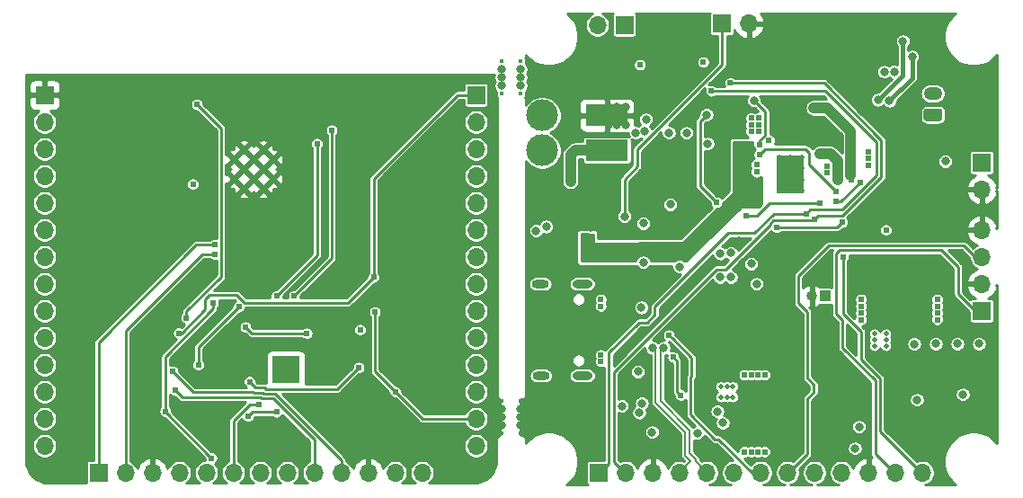
<source format=gbr>
G04 #@! TF.GenerationSoftware,KiCad,Pcbnew,(5.1.8)-1*
G04 #@! TF.CreationDate,2021-02-03T20:38:12+01:00*
G04 #@! TF.ProjectId,SuperPower-uC-KiCad,53757065-7250-46f7-9765-722d75432d4b,rev?*
G04 #@! TF.SameCoordinates,Original*
G04 #@! TF.FileFunction,Copper,L4,Bot*
G04 #@! TF.FilePolarity,Positive*
%FSLAX46Y46*%
G04 Gerber Fmt 4.6, Leading zero omitted, Abs format (unit mm)*
G04 Created by KiCad (PCBNEW (5.1.8)-1) date 2021-02-03 20:38:12*
%MOMM*%
%LPD*%
G01*
G04 APERTURE LIST*
G04 #@! TA.AperFunction,ComponentPad*
%ADD10O,1.600000X0.800000*%
G04 #@! TD*
G04 #@! TA.AperFunction,ComponentPad*
%ADD11O,1.900000X0.800000*%
G04 #@! TD*
G04 #@! TA.AperFunction,ComponentPad*
%ADD12C,0.650000*%
G04 #@! TD*
G04 #@! TA.AperFunction,SMDPad,CuDef*
%ADD13R,2.500000X2.500000*%
G04 #@! TD*
G04 #@! TA.AperFunction,ComponentPad*
%ADD14C,0.500000*%
G04 #@! TD*
G04 #@! TA.AperFunction,ComponentPad*
%ADD15O,1.700000X1.700000*%
G04 #@! TD*
G04 #@! TA.AperFunction,ComponentPad*
%ADD16R,1.700000X1.700000*%
G04 #@! TD*
G04 #@! TA.AperFunction,SMDPad,CuDef*
%ADD17R,2.650000X3.650000*%
G04 #@! TD*
G04 #@! TA.AperFunction,WasherPad*
%ADD18C,3.000000*%
G04 #@! TD*
G04 #@! TA.AperFunction,SMDPad,CuDef*
%ADD19R,4.000000X2.000000*%
G04 #@! TD*
G04 #@! TA.AperFunction,ComponentPad*
%ADD20O,1.000000X1.000000*%
G04 #@! TD*
G04 #@! TA.AperFunction,ComponentPad*
%ADD21R,1.000000X1.000000*%
G04 #@! TD*
G04 #@! TA.AperFunction,ComponentPad*
%ADD22O,1.750000X1.200000*%
G04 #@! TD*
G04 #@! TA.AperFunction,ViaPad*
%ADD23C,0.800000*%
G04 #@! TD*
G04 #@! TA.AperFunction,ViaPad*
%ADD24C,0.410000*%
G04 #@! TD*
G04 #@! TA.AperFunction,ViaPad*
%ADD25C,0.610000*%
G04 #@! TD*
G04 #@! TA.AperFunction,ViaPad*
%ADD26C,0.500000*%
G04 #@! TD*
G04 #@! TA.AperFunction,Conductor*
%ADD27C,0.250000*%
G04 #@! TD*
G04 #@! TA.AperFunction,Conductor*
%ADD28C,1.000000*%
G04 #@! TD*
G04 #@! TA.AperFunction,Conductor*
%ADD29C,0.400000*%
G04 #@! TD*
G04 #@! TA.AperFunction,Conductor*
%ADD30C,0.200000*%
G04 #@! TD*
G04 #@! TA.AperFunction,Conductor*
%ADD31C,0.254000*%
G04 #@! TD*
G04 #@! TA.AperFunction,Conductor*
%ADD32C,0.100000*%
G04 #@! TD*
G04 APERTURE END LIST*
D10*
X150465000Y-102228400D03*
X150515000Y-110878400D03*
D11*
X154415000Y-102228400D03*
X154415000Y-110878400D03*
D12*
X122527260Y-89596760D03*
X124362260Y-89596760D03*
X121609760Y-90514260D03*
X121609760Y-92349260D03*
X123444760Y-90514260D03*
X125279760Y-90514260D03*
X123444760Y-92349260D03*
X125279760Y-92349260D03*
X122527260Y-91431760D03*
X122527260Y-93266760D03*
X124362260Y-91431760D03*
X124362260Y-93266760D03*
D13*
X126476760Y-110322360D03*
D14*
X127476760Y-111322360D03*
X126476760Y-111322360D03*
X125476760Y-111322360D03*
X127476760Y-110322360D03*
X126476760Y-110322360D03*
X125476760Y-110322360D03*
X127476760Y-109322360D03*
X126476760Y-109322360D03*
X125476760Y-109322360D03*
D15*
X192024000Y-97155000D03*
X192024000Y-99695000D03*
X192024000Y-102235000D03*
D16*
X192024000Y-104775000D03*
D17*
X174015400Y-91897200D03*
D14*
X175090400Y-93472200D03*
X174015400Y-93472200D03*
X172940400Y-93472200D03*
X175090400Y-92422200D03*
X174015400Y-92422200D03*
X172940400Y-92422200D03*
X175090400Y-91372200D03*
X174015400Y-91372200D03*
X172940400Y-91372200D03*
X175090400Y-90322200D03*
X174015400Y-90322200D03*
X172940400Y-90322200D03*
D18*
X150622000Y-86360000D03*
X150622000Y-89662000D03*
D19*
X156718000Y-86360000D03*
X156718000Y-89662000D03*
D15*
X186436000Y-120015000D03*
X183896000Y-120015000D03*
X181356000Y-120015000D03*
X178816000Y-120015000D03*
X176276000Y-120015000D03*
X173736000Y-120015000D03*
X171196000Y-120015000D03*
X168656000Y-120015000D03*
X166116000Y-120015000D03*
X163576000Y-120015000D03*
X161036000Y-120015000D03*
X158496000Y-120015000D03*
D16*
X155956000Y-120015000D03*
D15*
X139319000Y-120015000D03*
X136779000Y-120015000D03*
X134239000Y-120015000D03*
X131699000Y-120015000D03*
X129159000Y-120015000D03*
X126619000Y-120015000D03*
X124079000Y-120015000D03*
X121539000Y-120015000D03*
X118999000Y-120015000D03*
X116459000Y-120015000D03*
X113919000Y-120015000D03*
X111379000Y-120015000D03*
D16*
X108839000Y-120015000D03*
D15*
X144399000Y-117475000D03*
X144399000Y-114935000D03*
X144399000Y-112395000D03*
X144399000Y-109855000D03*
X144399000Y-107315000D03*
X144399000Y-104775000D03*
X144399000Y-102235000D03*
X144399000Y-99695000D03*
X144399000Y-97155000D03*
X144399000Y-94615000D03*
X144399000Y-92075000D03*
X144399000Y-89535000D03*
X144399000Y-86995000D03*
D16*
X144399000Y-84455000D03*
D15*
X103759000Y-117475000D03*
X103759000Y-114935000D03*
X103759000Y-112395000D03*
X103759000Y-109855000D03*
X103759000Y-107315000D03*
X103759000Y-104775000D03*
X103759000Y-102235000D03*
X103759000Y-99695000D03*
X103759000Y-97155000D03*
X103759000Y-94615000D03*
X103759000Y-92075000D03*
X103759000Y-89535000D03*
X103759000Y-86995000D03*
D16*
X103759000Y-84455000D03*
D15*
X192024000Y-93345000D03*
D16*
X192024000Y-90805000D03*
D20*
X176022000Y-103378000D03*
D21*
X177292000Y-103378000D03*
D15*
X155829000Y-77851000D03*
D16*
X158369000Y-77851000D03*
X167576500Y-77724000D03*
D15*
X170116500Y-77724000D03*
G04 #@! TA.AperFunction,ComponentPad*
G36*
G01*
X188051601Y-86909200D02*
X186801599Y-86909200D01*
G75*
G02*
X186551600Y-86659201I0J249999D01*
G01*
X186551600Y-85959199D01*
G75*
G02*
X186801599Y-85709200I249999J0D01*
G01*
X188051601Y-85709200D01*
G75*
G02*
X188301600Y-85959199I0J-249999D01*
G01*
X188301600Y-86659201D01*
G75*
G02*
X188051601Y-86909200I-249999J0D01*
G01*
G37*
G04 #@! TD.AperFunction*
D22*
X187426600Y-84309200D03*
D23*
X146812000Y-83566000D03*
X146812000Y-82804000D03*
X146812000Y-82042000D03*
X148590000Y-83566000D03*
X148590000Y-82804000D03*
X148590000Y-82042000D03*
D24*
X148590000Y-81280000D03*
X146812000Y-81280000D03*
X148590000Y-84328000D03*
X146812000Y-84328000D03*
D23*
X183769000Y-82232500D03*
X182847793Y-82264151D03*
X156845000Y-87249000D03*
X157670500Y-87249000D03*
X156845000Y-85534500D03*
X157670500Y-85534500D03*
X158496000Y-87249000D03*
X158496000Y-85534500D03*
X191262000Y-115062000D03*
X146812000Y-114046000D03*
X146812000Y-114808000D03*
X148590000Y-114808000D03*
X148590000Y-114046000D03*
D24*
X148590000Y-116332000D03*
X146812000Y-116332000D03*
X146812000Y-113284000D03*
X148590000Y-113284000D03*
D23*
X146812000Y-115570000D03*
X181356000Y-97282000D03*
X180721000Y-100584000D03*
X172466000Y-98933000D03*
X169164000Y-98171000D03*
X156337000Y-100965000D03*
X159639000Y-101981000D03*
X160020000Y-109220000D03*
X163194989Y-117982989D03*
X165354000Y-117983000D03*
X173863000Y-107442000D03*
X174371000Y-105791000D03*
X178186464Y-106385525D03*
X187198000Y-115316000D03*
X158242000Y-108585000D03*
X160024660Y-92333660D03*
D25*
X120777000Y-106807000D03*
X120142000Y-117983000D03*
X119888000Y-113533010D03*
D23*
X130810000Y-83947000D03*
X117983000Y-83947000D03*
X117533914Y-101912914D03*
X133731000Y-111760000D03*
X133731000Y-112776000D03*
X133731000Y-113792000D03*
X125603000Y-118110000D03*
X127000000Y-118110000D03*
D25*
X119761000Y-116459000D03*
X118491000Y-114681000D03*
D23*
X154432000Y-92583000D03*
X183769000Y-111633000D03*
X163830000Y-113665000D03*
X153416000Y-85979000D03*
X188849000Y-93853000D03*
X155194000Y-96901000D03*
D25*
X167449500Y-93726000D03*
D23*
X187388500Y-79184500D03*
X182395722Y-79413030D03*
X183354307Y-79356807D03*
X164755990Y-91567000D03*
X170053000Y-109220000D03*
X170053004Y-107061000D03*
X170053000Y-105092500D03*
X188658500Y-111506000D03*
X190658755Y-111664755D03*
X192087500Y-111760000D03*
X186503042Y-111629458D03*
D25*
X176403000Y-117411500D03*
D23*
X160909029Y-117983029D03*
D25*
X168148985Y-82042985D03*
D23*
X137922000Y-111506000D03*
X167476590Y-118146410D03*
X179698254Y-106809574D03*
D25*
X165354000Y-108585000D03*
X165988998Y-108585002D03*
D23*
X180705723Y-111109723D03*
X173863000Y-113030000D03*
X173863000Y-113919000D03*
X173863000Y-114808000D03*
X173863000Y-115697000D03*
X184277000Y-101473000D03*
X183451500Y-101473000D03*
X182626000Y-101473000D03*
X185102500Y-101473000D03*
X185928000Y-101473000D03*
X176657000Y-79883000D03*
X175831500Y-79883000D03*
X175006000Y-79883000D03*
X177482500Y-79883000D03*
X178308000Y-79883000D03*
X161861500Y-81380500D03*
D25*
X166751000Y-79629000D03*
D23*
X156026791Y-92618111D03*
D25*
X182445944Y-110218529D03*
X165293187Y-112399436D03*
X164079010Y-110610609D03*
D23*
X148590000Y-115570000D03*
X151320500Y-113411000D03*
X151320500Y-115443000D03*
X150368000Y-114427000D03*
D25*
X156146500Y-110347503D03*
D23*
X156177979Y-111125000D03*
D25*
X153485980Y-110056591D03*
X153416000Y-103060500D03*
D23*
X175450498Y-112077500D03*
D25*
X176212500Y-87122000D03*
X176593500Y-87820500D03*
D23*
X161036000Y-91821000D03*
D25*
X156145734Y-102874507D03*
D23*
X158091239Y-102455744D03*
D25*
X162623500Y-110617000D03*
D23*
X180594000Y-113284000D03*
X185039000Y-92329000D03*
D25*
X170179504Y-81406504D03*
D23*
X154940000Y-97917000D03*
X154940000Y-99695000D03*
X154940000Y-98806000D03*
D25*
X170751500Y-94742000D03*
X170831617Y-93968527D03*
X169655593Y-90675114D03*
X183007000Y-97155000D03*
X171093825Y-90058868D03*
X178303268Y-93533300D03*
X172720000Y-96901000D03*
X178879500Y-96437974D03*
D23*
X170561000Y-84963000D03*
D25*
X171069096Y-89100958D03*
D23*
X170815000Y-102235000D03*
X170307000Y-100330000D03*
D25*
X171005500Y-86614000D03*
X171005500Y-87249000D03*
X171005500Y-87884000D03*
X170307000Y-86614000D03*
X170307000Y-87249000D03*
X170307000Y-87884000D03*
X177482500Y-85661500D03*
X176847500Y-85661500D03*
X176212500Y-85661500D03*
X171986077Y-88726794D03*
X170815000Y-91694000D03*
X170815000Y-90995500D03*
X179788584Y-90802747D03*
X179782587Y-92404398D03*
X123063000Y-111452360D03*
X133350000Y-110109000D03*
D23*
X160401000Y-86741000D03*
D25*
X169862500Y-95821500D03*
X167044990Y-94551500D03*
D23*
X166116000Y-86296500D03*
X160240839Y-87850839D03*
X162560000Y-88011000D03*
X164211000Y-88011000D03*
D25*
X176777555Y-94617148D03*
X165798500Y-81343500D03*
X159829500Y-81597500D03*
D23*
X159448500Y-88011000D03*
X167386000Y-101600000D03*
X168402000Y-101600000D03*
X163562844Y-100622032D03*
X160147000Y-100203000D03*
X162687000Y-94742000D03*
X160147000Y-96520000D03*
X168402000Y-99313988D03*
X166206000Y-89027000D03*
X167386000Y-99377500D03*
D25*
X136784900Y-112389100D03*
X134874000Y-104902000D03*
X178943000Y-99695000D03*
D23*
X159639000Y-110490000D03*
X151003000Y-96837500D03*
X150050502Y-97218500D03*
D25*
X156146500Y-108935253D03*
X156146500Y-104330500D03*
X156146500Y-103695500D03*
X156146500Y-109537500D03*
D23*
X159956500Y-104457500D03*
D25*
X176281000Y-96140488D03*
X168338500Y-83312000D03*
X125603000Y-103378000D03*
X129413000Y-89027000D03*
X127254000Y-103378000D03*
X130810000Y-87757000D03*
X175510433Y-95625477D03*
X166565015Y-84067515D03*
X134747000Y-101600000D03*
X116395500Y-106870500D03*
D23*
X153289000Y-92583000D03*
X158369000Y-95885000D03*
X184594500Y-79375000D03*
X182260997Y-84899500D03*
D25*
X125606760Y-114300000D03*
X122936000Y-114681000D03*
X128452046Y-106889832D03*
X122682000Y-106299000D03*
D23*
X162069000Y-108267500D03*
X161019000Y-108267500D03*
D25*
X178319868Y-94440867D03*
X180552630Y-92655694D03*
X163671471Y-112717969D03*
X162966393Y-109137710D03*
D26*
X181927500Y-108077000D03*
X181927500Y-107505500D03*
X181927500Y-106934000D03*
D25*
X180657500Y-105600500D03*
X180657500Y-104330500D03*
X180657500Y-103695500D03*
X180657500Y-104965500D03*
X187833000Y-103695500D03*
D26*
X183007000Y-108077000D03*
X183007000Y-106934000D03*
D25*
X187833000Y-105600500D03*
X187833000Y-104965500D03*
X187833000Y-104330500D03*
D26*
X183007000Y-107505500D03*
D25*
X169672000Y-118046500D03*
X170307000Y-118046500D03*
X170942000Y-118046500D03*
X171577000Y-118046500D03*
D26*
X167449500Y-112903000D03*
X168021000Y-112903000D03*
X168592500Y-112903000D03*
D25*
X169672000Y-110807500D03*
X170307000Y-110807500D03*
X170942000Y-110807500D03*
X171577000Y-110807500D03*
D26*
X167449500Y-111887000D03*
X168021000Y-111887000D03*
X168592500Y-111887000D03*
D25*
X118237000Y-109855000D03*
X122047000Y-104394000D03*
D23*
X185482998Y-80835000D03*
X183339194Y-84977694D03*
D25*
X162560000Y-107061000D03*
D23*
X160020000Y-113474500D03*
X158115000Y-113728500D03*
X159766000Y-114363500D03*
X167640000Y-115316000D03*
X165242578Y-116275430D03*
X160972500Y-116205000D03*
X167132000Y-114236500D03*
X190246000Y-112649000D03*
X185928000Y-113156986D03*
X180086000Y-117729000D03*
X180467000Y-115697000D03*
X185667800Y-107892700D03*
X187699800Y-107880300D03*
X189731800Y-107880300D03*
X191763800Y-107880300D03*
D25*
X178435000Y-92392500D03*
X176756325Y-89975664D03*
X119490155Y-118650716D03*
X115125500Y-114236500D03*
X119634000Y-104013000D03*
X116078000Y-112268000D03*
X117729000Y-92837000D03*
X133477000Y-106553000D03*
X119765990Y-99442907D03*
X119765990Y-98552000D03*
X115824000Y-110490000D03*
X118110000Y-85344000D03*
X117114108Y-105444177D03*
X123909926Y-113592684D03*
D23*
X188595000Y-90678000D03*
D25*
X177450462Y-91789538D03*
X181356239Y-89788761D03*
X181356000Y-90424000D03*
X181356000Y-91059000D03*
X177418990Y-91122510D03*
D27*
X175768000Y-90998032D02*
X178303268Y-93533300D01*
X175768000Y-89852500D02*
X175768000Y-90998032D01*
X175449940Y-89534440D02*
X175768000Y-89852500D01*
X171618253Y-89534440D02*
X175449940Y-89534440D01*
X171093825Y-90058868D02*
X171618253Y-89534440D01*
X172720000Y-96901000D02*
X178416474Y-96901000D01*
X178416474Y-96901000D02*
X178879500Y-96437974D01*
X171069096Y-88752806D02*
X171069096Y-89100958D01*
X171635501Y-88186401D02*
X171069096Y-88752806D01*
X171635501Y-86037501D02*
X171635501Y-88186401D01*
X170561000Y-84963000D02*
X171635501Y-86037501D01*
D28*
X179691544Y-87870544D02*
X179691544Y-91998044D01*
X177482500Y-85661500D02*
X179691544Y-87870544D01*
X177482500Y-85661500D02*
X176847500Y-85661500D01*
X176847500Y-85661500D02*
X176212500Y-85661500D01*
D27*
X131318000Y-112141000D02*
X133350000Y-110109000D01*
X124460000Y-112014000D02*
X124587000Y-112141000D01*
X123624640Y-112014000D02*
X124460000Y-112014000D01*
X123063000Y-111452360D02*
X123624640Y-112014000D01*
X124587000Y-112141000D02*
X131318000Y-112141000D01*
X165481000Y-86931500D02*
X166116000Y-86296500D01*
X165481000Y-92987510D02*
X165481000Y-86931500D01*
X167044990Y-94551500D02*
X165481000Y-92987510D01*
X170878500Y-95821500D02*
X172082852Y-94617148D01*
X169862500Y-95821500D02*
X170878500Y-95821500D01*
X172082852Y-94617148D02*
X176777555Y-94617148D01*
X134874000Y-104902000D02*
X134874000Y-110478200D01*
X144399000Y-114935000D02*
X139330800Y-114935000D01*
X139330800Y-114935000D02*
X136784900Y-112389100D01*
X134874000Y-110478200D02*
X136784900Y-112389100D01*
X180657500Y-106743500D02*
X180657500Y-109380946D01*
X178943000Y-105029000D02*
X180657500Y-106743500D01*
X182441011Y-111164457D02*
X182441011Y-116147011D01*
X182441011Y-116147011D02*
X186436000Y-120142000D01*
X178943000Y-99695000D02*
X178943000Y-105029000D01*
X180657500Y-109380946D02*
X182441011Y-111164457D01*
X176281000Y-96140488D02*
X176613514Y-95807974D01*
X176613514Y-95807974D02*
X178937838Y-95807974D01*
X178937838Y-95807974D02*
X182568011Y-92177802D01*
X182568011Y-92177802D02*
X182568011Y-88713600D01*
X182568011Y-88713600D02*
X177166411Y-83312000D01*
X177166411Y-83312000D02*
X168338500Y-83312000D01*
X172089999Y-96598599D02*
X172089999Y-96698991D01*
X176281000Y-96140488D02*
X176150489Y-96270999D01*
X157353000Y-110559998D02*
X157353000Y-118999000D01*
X167913991Y-100874999D02*
X167037999Y-100874999D01*
X176150489Y-96270999D02*
X172417599Y-96270999D01*
X157353000Y-118999000D02*
X158496000Y-120142000D01*
X172417599Y-96270999D02*
X172089999Y-96598599D01*
X172089999Y-96698991D02*
X167913991Y-100874999D01*
X167037999Y-100874999D02*
X157353000Y-110559998D01*
X129413000Y-99568000D02*
X125603000Y-103378000D01*
X129413000Y-89027000D02*
X129413000Y-99568000D01*
X130810000Y-99822000D02*
X127254000Y-103378000D01*
X130810000Y-87757000D02*
X130810000Y-99822000D01*
X175510433Y-95625477D02*
X175888760Y-95247150D01*
X177285515Y-84067515D02*
X166565015Y-84067515D01*
X182118000Y-88900000D02*
X177285515Y-84067515D01*
X178862252Y-95247150D02*
X182118000Y-91991402D01*
X175888760Y-95247150D02*
X178862252Y-95247150D01*
X182118000Y-91991402D02*
X182118000Y-88900000D01*
X161235089Y-104391913D02*
X161235089Y-105159485D01*
X170606189Y-97445999D02*
X168181003Y-97445999D01*
X159767141Y-105859861D02*
X156902989Y-108724013D01*
X160534713Y-105859861D02*
X159767141Y-105859861D01*
X156902989Y-119195011D02*
X155956000Y-120142000D01*
X156902989Y-108724013D02*
X156902989Y-119195011D01*
X175510433Y-95625477D02*
X172426711Y-95625477D01*
X172426711Y-95625477D02*
X170606189Y-97445999D01*
X168181003Y-97445999D02*
X161235089Y-104391913D01*
X161235089Y-105159485D02*
X160534713Y-105859861D01*
X142621000Y-84455000D02*
X144399000Y-84455000D01*
X134747000Y-92329000D02*
X142621000Y-84455000D01*
X134747000Y-101600000D02*
X134747000Y-92329000D01*
X118908998Y-103664998D02*
X118908998Y-104661337D01*
X119285998Y-103287998D02*
X118908998Y-103664998D01*
X132338999Y-104008001D02*
X122593405Y-104008001D01*
X122593405Y-104008001D02*
X121873402Y-103287998D01*
X134747000Y-101600000D02*
X132338999Y-104008001D01*
X116699835Y-106870500D02*
X116395500Y-106870500D01*
X118908998Y-104661337D02*
X116699835Y-106870500D01*
X121873402Y-103287998D02*
X119285998Y-103287998D01*
D29*
X153289000Y-92456000D02*
X153289000Y-92583000D01*
D28*
X153718000Y-89662000D02*
X153289000Y-90091000D01*
X153289000Y-90091000D02*
X153289000Y-92583000D01*
X156718000Y-89662000D02*
X153718000Y-89662000D01*
D27*
X158369000Y-92392500D02*
X158369000Y-95885000D01*
X159575500Y-91186000D02*
X158369000Y-92392500D01*
X159575500Y-89589180D02*
X159575500Y-91186000D01*
X167576500Y-81588180D02*
X159575500Y-89589180D01*
X167576500Y-77724000D02*
X167576500Y-81588180D01*
D29*
X184594500Y-82591002D02*
X184594500Y-79375000D01*
X182286002Y-84899500D02*
X184594500Y-82591002D01*
X182260997Y-84899500D02*
X182286002Y-84899500D01*
D27*
X123317000Y-114300000D02*
X122936000Y-114681000D01*
X125606760Y-114300000D02*
X123317000Y-114300000D01*
X123272832Y-106889832D02*
X122682000Y-106299000D01*
X128452046Y-106889832D02*
X123272832Y-106889832D01*
D30*
X164542577Y-118207579D02*
X164542577Y-116027877D01*
X165071000Y-118970000D02*
X165071000Y-118736002D01*
X166116000Y-120015000D02*
X165071000Y-118970000D01*
X165071000Y-118736002D02*
X164542577Y-118207579D01*
X164542577Y-116027877D02*
X161769000Y-113254300D01*
X161769000Y-108567500D02*
X162069000Y-108267500D01*
X161769000Y-113254300D02*
X161769000Y-108567500D01*
X164092586Y-118393971D02*
X164092586Y-116214288D01*
X164621000Y-118922385D02*
X164092586Y-118393971D01*
X164621000Y-118970000D02*
X164621000Y-118922385D01*
X163576000Y-120015000D02*
X164621000Y-118970000D01*
X161319000Y-108567500D02*
X161019000Y-108267500D01*
X161319000Y-113440702D02*
X161319000Y-108567500D01*
X164092586Y-116214288D02*
X161319000Y-113440702D01*
D27*
X178767457Y-94440867D02*
X180552630Y-92655694D01*
X178319868Y-94440867D02*
X178767457Y-94440867D01*
X163332006Y-112378504D02*
X163671471Y-112717969D01*
X162966393Y-109137710D02*
X163332006Y-109503323D01*
X163332006Y-109503323D02*
X163332006Y-112378504D01*
X118237000Y-109855000D02*
X118237000Y-108204000D01*
X118237000Y-108204000D02*
X122047000Y-104394000D01*
D29*
X185482998Y-80835000D02*
X185482998Y-82833890D01*
X185482998Y-82833890D02*
X183339194Y-84977694D01*
D27*
X164709011Y-109210011D02*
X162864999Y-107365999D01*
X162864999Y-107365999D02*
X162560000Y-107061000D01*
X167221297Y-116865797D02*
X166887118Y-116865797D01*
X164592000Y-114570679D02*
X164592000Y-111030021D01*
X170497500Y-120142000D02*
X167221297Y-116865797D01*
X171196000Y-120142000D02*
X170497500Y-120142000D01*
X164709011Y-110913010D02*
X164709011Y-109210011D01*
X166887118Y-116865797D02*
X164592000Y-114570679D01*
X164592000Y-111030021D02*
X164709011Y-110913010D01*
X190308989Y-98614989D02*
X191389000Y-99695000D01*
X177610011Y-98614989D02*
X190308989Y-98614989D01*
X174752000Y-104013000D02*
X174752000Y-101473000D01*
X175604001Y-111094499D02*
X175604001Y-104865001D01*
X176212500Y-112452002D02*
X176212500Y-111702998D01*
X175604001Y-104865001D02*
X174752000Y-104013000D01*
X176212500Y-111702998D02*
X175604001Y-111094499D01*
X175604001Y-113060501D02*
X176212500Y-112452002D01*
X174752000Y-101473000D02*
X177610011Y-98614989D01*
X175604001Y-118273999D02*
X175604001Y-113060501D01*
X173736000Y-120142000D02*
X175604001Y-118273999D01*
X189801500Y-100647500D02*
X189801500Y-103187500D01*
X188218999Y-99064999D02*
X189801500Y-100647500D01*
X178640599Y-99064999D02*
X188218999Y-99064999D01*
X183896000Y-120142000D02*
X181991000Y-118237000D01*
X189801500Y-103187500D02*
X191389000Y-104775000D01*
X181991000Y-118237000D02*
X181991000Y-111350857D01*
X181991000Y-111350857D02*
X178911465Y-108271322D01*
X178911465Y-108271322D02*
X178911465Y-105633875D01*
X178911465Y-105633875D02*
X178312999Y-105035409D01*
X178312999Y-105035409D02*
X178312999Y-99392599D01*
X178312999Y-99392599D02*
X178640599Y-99064999D01*
D28*
X178455463Y-90671559D02*
X177759568Y-89975664D01*
X177759568Y-89975664D02*
X176756325Y-89975664D01*
X178455463Y-92372037D02*
X178455463Y-90671559D01*
X178435000Y-92392500D02*
X178455463Y-92372037D01*
D27*
X119490155Y-118650716D02*
X115125500Y-114286061D01*
X119634000Y-104578685D02*
X115125500Y-109087185D01*
X119634000Y-104013000D02*
X119634000Y-104578685D01*
X115125500Y-109087185D02*
X115125500Y-114236500D01*
X115125500Y-114286061D02*
X115125500Y-114236508D01*
X115125500Y-114236500D02*
X115125500Y-114236508D01*
X125280184Y-113041022D02*
X124214200Y-113041022D01*
X129159000Y-120015000D02*
X129159000Y-116919838D01*
X129159000Y-116919838D02*
X125280184Y-113041022D01*
X116713000Y-112903000D02*
X116078000Y-112268000D01*
X123251840Y-112914022D02*
X123240819Y-112903001D01*
X123240819Y-112903001D02*
X116713000Y-112903000D01*
X124087200Y-112914022D02*
X123251840Y-112914022D01*
X124214200Y-113041022D02*
X124087200Y-112914022D01*
X111379000Y-120015000D02*
X111379000Y-106672686D01*
X118608779Y-99442907D02*
X119765990Y-99442907D01*
X111379000Y-106672686D02*
X118608779Y-99442907D01*
X108839000Y-107772665D02*
X118059665Y-98552000D01*
X118059665Y-98552000D02*
X119765990Y-98552000D01*
X108839000Y-120015000D02*
X108839000Y-107772665D01*
X120396000Y-101541585D02*
X117114108Y-104823477D01*
X120396000Y-87630000D02*
X120396000Y-101541585D01*
X118110000Y-85344000D02*
X120396000Y-87630000D01*
X117114108Y-104823477D02*
X117114108Y-105444177D01*
X125477093Y-112591011D02*
X124400600Y-112591011D01*
X131699000Y-118812918D02*
X125477093Y-112591011D01*
X123438240Y-112464011D02*
X123427219Y-112452990D01*
X124273600Y-112464011D02*
X123438240Y-112464011D01*
X117786990Y-112452990D02*
X115824000Y-110490000D01*
X131699000Y-120015000D02*
X131699000Y-118812918D01*
X123427219Y-112452990D02*
X117786990Y-112452990D01*
X124400600Y-112591011D02*
X124273600Y-112464011D01*
X121539000Y-115145598D02*
X123091914Y-113592684D01*
X123091914Y-113592684D02*
X123909926Y-113592684D01*
X121539000Y-120015000D02*
X121539000Y-115145598D01*
X181356239Y-90423761D02*
X181356000Y-90424000D01*
D31*
X189491766Y-76786163D02*
X189104963Y-77172966D01*
X188801054Y-77627797D01*
X188591718Y-78133179D01*
X188485000Y-78669689D01*
X188485000Y-79216711D01*
X188591718Y-79753221D01*
X188801054Y-80258603D01*
X189104963Y-80713434D01*
X189491766Y-81100237D01*
X189946597Y-81404146D01*
X190451979Y-81613482D01*
X190988489Y-81720200D01*
X191535511Y-81720200D01*
X192072021Y-81613482D01*
X192577403Y-81404146D01*
X193032234Y-81100237D01*
X193419037Y-80713434D01*
X193475400Y-80629081D01*
X193475400Y-93217998D01*
X193344156Y-93217998D01*
X193465476Y-92988110D01*
X193420825Y-92840901D01*
X193295641Y-92578080D01*
X193121588Y-92344731D01*
X192905355Y-92149822D01*
X192655252Y-92000843D01*
X192606592Y-91983582D01*
X192874000Y-91983582D01*
X192938103Y-91977268D01*
X192999743Y-91958570D01*
X193056550Y-91928206D01*
X193106343Y-91887343D01*
X193147206Y-91837550D01*
X193177570Y-91780743D01*
X193196268Y-91719103D01*
X193202582Y-91655000D01*
X193202582Y-89955000D01*
X193196268Y-89890897D01*
X193177570Y-89829257D01*
X193147206Y-89772450D01*
X193106343Y-89722657D01*
X193056550Y-89681794D01*
X192999743Y-89651430D01*
X192938103Y-89632732D01*
X192874000Y-89626418D01*
X191174000Y-89626418D01*
X191109897Y-89632732D01*
X191048257Y-89651430D01*
X190991450Y-89681794D01*
X190941657Y-89722657D01*
X190900794Y-89772450D01*
X190870430Y-89829257D01*
X190851732Y-89890897D01*
X190845418Y-89955000D01*
X190845418Y-91655000D01*
X190851732Y-91719103D01*
X190870430Y-91780743D01*
X190900794Y-91837550D01*
X190941657Y-91887343D01*
X190991450Y-91928206D01*
X191048257Y-91958570D01*
X191109897Y-91977268D01*
X191174000Y-91983582D01*
X191441408Y-91983582D01*
X191392748Y-92000843D01*
X191142645Y-92149822D01*
X190926412Y-92344731D01*
X190752359Y-92578080D01*
X190627175Y-92840901D01*
X190582524Y-92988110D01*
X190703845Y-93218000D01*
X191897000Y-93218000D01*
X191897000Y-93198000D01*
X192151000Y-93198000D01*
X192151000Y-93218000D01*
X192171000Y-93218000D01*
X192171000Y-93472000D01*
X192151000Y-93472000D01*
X192151000Y-94665814D01*
X192380891Y-94786481D01*
X192655252Y-94689157D01*
X192905355Y-94540178D01*
X193121588Y-94345269D01*
X193295641Y-94111920D01*
X193420825Y-93849099D01*
X193465476Y-93701890D01*
X193344156Y-93472002D01*
X193475400Y-93472002D01*
X193475400Y-97027998D01*
X193344156Y-97027998D01*
X193465476Y-96798110D01*
X193420825Y-96650901D01*
X193295641Y-96388080D01*
X193121588Y-96154731D01*
X192905355Y-95959822D01*
X192655252Y-95810843D01*
X192380891Y-95713519D01*
X192151000Y-95834186D01*
X192151000Y-97028000D01*
X192171000Y-97028000D01*
X192171000Y-97282000D01*
X192151000Y-97282000D01*
X192151000Y-97302000D01*
X191897000Y-97302000D01*
X191897000Y-97282000D01*
X190703845Y-97282000D01*
X190582524Y-97511890D01*
X190627175Y-97659099D01*
X190752359Y-97921920D01*
X190926412Y-98155269D01*
X191142645Y-98350178D01*
X191392748Y-98499157D01*
X191631179Y-98583736D01*
X191466481Y-98651956D01*
X191273706Y-98780764D01*
X191193847Y-98860623D01*
X190644312Y-98311089D01*
X190630148Y-98293830D01*
X190561322Y-98237346D01*
X190482799Y-98195375D01*
X190397596Y-98169529D01*
X190331194Y-98162989D01*
X190308989Y-98160802D01*
X190286784Y-98162989D01*
X177632216Y-98162989D01*
X177610011Y-98160802D01*
X177521403Y-98169529D01*
X177436201Y-98195375D01*
X177357678Y-98237346D01*
X177288852Y-98293830D01*
X177274692Y-98311084D01*
X174448096Y-101137681D01*
X174430842Y-101151841D01*
X174394473Y-101196157D01*
X174374358Y-101220667D01*
X174332386Y-101299191D01*
X174306540Y-101384393D01*
X174297813Y-101473000D01*
X174300001Y-101495215D01*
X174300000Y-103990795D01*
X174297813Y-104013000D01*
X174306540Y-104101607D01*
X174320053Y-104146152D01*
X174332386Y-104186809D01*
X174374357Y-104265332D01*
X174430841Y-104334159D01*
X174448100Y-104348323D01*
X175152002Y-105052227D01*
X175152001Y-111072294D01*
X175149814Y-111094499D01*
X175158541Y-111183106D01*
X175168823Y-111217000D01*
X175184387Y-111268308D01*
X175226358Y-111346831D01*
X175282842Y-111415658D01*
X175300101Y-111429822D01*
X175760501Y-111890223D01*
X175760500Y-112264778D01*
X175300097Y-112725182D01*
X175282843Y-112739342D01*
X175234607Y-112798118D01*
X175226359Y-112808168D01*
X175184387Y-112886692D01*
X175158541Y-112971894D01*
X175149814Y-113060501D01*
X175152002Y-113082716D01*
X175152001Y-118086774D01*
X174274640Y-118964136D01*
X174079318Y-118883231D01*
X173851924Y-118838000D01*
X173620076Y-118838000D01*
X173392682Y-118883231D01*
X173178481Y-118971956D01*
X172985706Y-119100764D01*
X172821764Y-119264706D01*
X172692956Y-119457481D01*
X172604231Y-119671682D01*
X172559000Y-119899076D01*
X172559000Y-120130924D01*
X172604231Y-120358318D01*
X172692956Y-120572519D01*
X172821764Y-120765294D01*
X172985706Y-120929236D01*
X173178481Y-121058044D01*
X173392682Y-121146769D01*
X173467243Y-121161600D01*
X171464757Y-121161600D01*
X171539318Y-121146769D01*
X171753519Y-121058044D01*
X171946294Y-120929236D01*
X172110236Y-120765294D01*
X172239044Y-120572519D01*
X172327769Y-120358318D01*
X172373000Y-120130924D01*
X172373000Y-119899076D01*
X172327769Y-119671682D01*
X172239044Y-119457481D01*
X172110236Y-119264706D01*
X171946294Y-119100764D01*
X171753519Y-118971956D01*
X171539318Y-118883231D01*
X171311924Y-118838000D01*
X171080076Y-118838000D01*
X170852682Y-118883231D01*
X170638481Y-118971956D01*
X170445706Y-119100764D01*
X170281764Y-119264706D01*
X170272818Y-119278094D01*
X169673224Y-118678500D01*
X169734247Y-118678500D01*
X169856348Y-118654213D01*
X169971364Y-118606571D01*
X169989500Y-118594453D01*
X170007636Y-118606571D01*
X170122652Y-118654213D01*
X170244753Y-118678500D01*
X170369247Y-118678500D01*
X170491348Y-118654213D01*
X170606364Y-118606571D01*
X170624500Y-118594453D01*
X170642636Y-118606571D01*
X170757652Y-118654213D01*
X170879753Y-118678500D01*
X171004247Y-118678500D01*
X171126348Y-118654213D01*
X171241364Y-118606571D01*
X171259500Y-118594453D01*
X171277636Y-118606571D01*
X171392652Y-118654213D01*
X171514753Y-118678500D01*
X171639247Y-118678500D01*
X171761348Y-118654213D01*
X171876364Y-118606571D01*
X171979877Y-118537406D01*
X172067906Y-118449377D01*
X172137071Y-118345864D01*
X172184713Y-118230848D01*
X172209000Y-118108747D01*
X172209000Y-117984253D01*
X172184713Y-117862152D01*
X172137071Y-117747136D01*
X172067906Y-117643623D01*
X171979877Y-117555594D01*
X171876364Y-117486429D01*
X171761348Y-117438787D01*
X171639247Y-117414500D01*
X171514753Y-117414500D01*
X171392652Y-117438787D01*
X171277636Y-117486429D01*
X171259500Y-117498547D01*
X171241364Y-117486429D01*
X171126348Y-117438787D01*
X171004247Y-117414500D01*
X170879753Y-117414500D01*
X170757652Y-117438787D01*
X170642636Y-117486429D01*
X170624500Y-117498547D01*
X170606364Y-117486429D01*
X170491348Y-117438787D01*
X170369247Y-117414500D01*
X170244753Y-117414500D01*
X170122652Y-117438787D01*
X170007636Y-117486429D01*
X169989500Y-117498547D01*
X169971364Y-117486429D01*
X169856348Y-117438787D01*
X169734247Y-117414500D01*
X169609753Y-117414500D01*
X169487652Y-117438787D01*
X169372636Y-117486429D01*
X169269123Y-117555594D01*
X169181094Y-117643623D01*
X169111929Y-117747136D01*
X169064287Y-117862152D01*
X169040000Y-117984253D01*
X169040000Y-118045277D01*
X167556620Y-116561897D01*
X167542456Y-116544638D01*
X167473630Y-116488154D01*
X167395107Y-116446183D01*
X167309904Y-116420337D01*
X167243502Y-116413797D01*
X167221297Y-116411610D01*
X167199092Y-116413797D01*
X167074342Y-116413797D01*
X165044000Y-114383456D01*
X165044000Y-114164897D01*
X166405000Y-114164897D01*
X166405000Y-114308103D01*
X166432938Y-114448558D01*
X166487741Y-114580864D01*
X166567302Y-114699936D01*
X166668564Y-114801198D01*
X166787636Y-114880759D01*
X166919942Y-114935562D01*
X167008125Y-114953102D01*
X166995741Y-114971636D01*
X166940938Y-115103942D01*
X166913000Y-115244397D01*
X166913000Y-115387603D01*
X166940938Y-115528058D01*
X166995741Y-115660364D01*
X167075302Y-115779436D01*
X167176564Y-115880698D01*
X167295636Y-115960259D01*
X167427942Y-116015062D01*
X167568397Y-116043000D01*
X167711603Y-116043000D01*
X167852058Y-116015062D01*
X167984364Y-115960259D01*
X168103436Y-115880698D01*
X168204698Y-115779436D01*
X168284259Y-115660364D01*
X168339062Y-115528058D01*
X168367000Y-115387603D01*
X168367000Y-115244397D01*
X168339062Y-115103942D01*
X168284259Y-114971636D01*
X168204698Y-114852564D01*
X168103436Y-114751302D01*
X167984364Y-114671741D01*
X167852058Y-114616938D01*
X167763875Y-114599398D01*
X167776259Y-114580864D01*
X167831062Y-114448558D01*
X167859000Y-114308103D01*
X167859000Y-114164897D01*
X167831062Y-114024442D01*
X167776259Y-113892136D01*
X167696698Y-113773064D01*
X167595436Y-113671802D01*
X167476364Y-113592241D01*
X167344058Y-113537438D01*
X167203603Y-113509500D01*
X167060397Y-113509500D01*
X166919942Y-113537438D01*
X166787636Y-113592241D01*
X166668564Y-113671802D01*
X166567302Y-113773064D01*
X166487741Y-113892136D01*
X166432938Y-114024442D01*
X166405000Y-114164897D01*
X165044000Y-114164897D01*
X165044000Y-111830170D01*
X166872500Y-111830170D01*
X166872500Y-111943830D01*
X166894674Y-112055305D01*
X166938169Y-112160312D01*
X167001315Y-112254816D01*
X167081684Y-112335185D01*
X167171203Y-112395000D01*
X167081684Y-112454815D01*
X167001315Y-112535184D01*
X166938169Y-112629688D01*
X166894674Y-112734695D01*
X166872500Y-112846170D01*
X166872500Y-112959830D01*
X166894674Y-113071305D01*
X166938169Y-113176312D01*
X167001315Y-113270816D01*
X167081684Y-113351185D01*
X167176188Y-113414331D01*
X167281195Y-113457826D01*
X167392670Y-113480000D01*
X167506330Y-113480000D01*
X167617805Y-113457826D01*
X167722812Y-113414331D01*
X167735250Y-113406020D01*
X167747688Y-113414331D01*
X167852695Y-113457826D01*
X167964170Y-113480000D01*
X168077830Y-113480000D01*
X168189305Y-113457826D01*
X168294312Y-113414331D01*
X168306750Y-113406020D01*
X168319188Y-113414331D01*
X168424195Y-113457826D01*
X168535670Y-113480000D01*
X168649330Y-113480000D01*
X168760805Y-113457826D01*
X168865812Y-113414331D01*
X168960316Y-113351185D01*
X169040685Y-113270816D01*
X169103831Y-113176312D01*
X169147326Y-113071305D01*
X169169500Y-112959830D01*
X169169500Y-112846170D01*
X169147326Y-112734695D01*
X169103831Y-112629688D01*
X169040685Y-112535184D01*
X168960316Y-112454815D01*
X168870797Y-112395000D01*
X168960316Y-112335185D01*
X169040685Y-112254816D01*
X169103831Y-112160312D01*
X169147326Y-112055305D01*
X169169500Y-111943830D01*
X169169500Y-111830170D01*
X169147326Y-111718695D01*
X169103831Y-111613688D01*
X169040685Y-111519184D01*
X168960316Y-111438815D01*
X168865812Y-111375669D01*
X168760805Y-111332174D01*
X168649330Y-111310000D01*
X168535670Y-111310000D01*
X168424195Y-111332174D01*
X168319188Y-111375669D01*
X168306750Y-111383980D01*
X168294312Y-111375669D01*
X168189305Y-111332174D01*
X168077830Y-111310000D01*
X167964170Y-111310000D01*
X167852695Y-111332174D01*
X167747688Y-111375669D01*
X167735250Y-111383980D01*
X167722812Y-111375669D01*
X167617805Y-111332174D01*
X167506330Y-111310000D01*
X167392670Y-111310000D01*
X167281195Y-111332174D01*
X167176188Y-111375669D01*
X167081684Y-111438815D01*
X167001315Y-111519184D01*
X166938169Y-111613688D01*
X166894674Y-111718695D01*
X166872500Y-111830170D01*
X165044000Y-111830170D01*
X165044000Y-111217317D01*
X165086654Y-111165343D01*
X165128625Y-111086820D01*
X165145953Y-111029698D01*
X165154471Y-111001618D01*
X165163198Y-110913010D01*
X165161011Y-110890805D01*
X165161011Y-110745253D01*
X169040000Y-110745253D01*
X169040000Y-110869747D01*
X169064287Y-110991848D01*
X169111929Y-111106864D01*
X169181094Y-111210377D01*
X169269123Y-111298406D01*
X169372636Y-111367571D01*
X169487652Y-111415213D01*
X169609753Y-111439500D01*
X169734247Y-111439500D01*
X169856348Y-111415213D01*
X169971364Y-111367571D01*
X169989500Y-111355453D01*
X170007636Y-111367571D01*
X170122652Y-111415213D01*
X170244753Y-111439500D01*
X170369247Y-111439500D01*
X170491348Y-111415213D01*
X170606364Y-111367571D01*
X170624500Y-111355453D01*
X170642636Y-111367571D01*
X170757652Y-111415213D01*
X170879753Y-111439500D01*
X171004247Y-111439500D01*
X171126348Y-111415213D01*
X171241364Y-111367571D01*
X171259500Y-111355453D01*
X171277636Y-111367571D01*
X171392652Y-111415213D01*
X171514753Y-111439500D01*
X171639247Y-111439500D01*
X171761348Y-111415213D01*
X171876364Y-111367571D01*
X171979877Y-111298406D01*
X172067906Y-111210377D01*
X172137071Y-111106864D01*
X172184713Y-110991848D01*
X172209000Y-110869747D01*
X172209000Y-110745253D01*
X172184713Y-110623152D01*
X172137071Y-110508136D01*
X172067906Y-110404623D01*
X171979877Y-110316594D01*
X171876364Y-110247429D01*
X171761348Y-110199787D01*
X171639247Y-110175500D01*
X171514753Y-110175500D01*
X171392652Y-110199787D01*
X171277636Y-110247429D01*
X171259500Y-110259547D01*
X171241364Y-110247429D01*
X171126348Y-110199787D01*
X171004247Y-110175500D01*
X170879753Y-110175500D01*
X170757652Y-110199787D01*
X170642636Y-110247429D01*
X170624500Y-110259547D01*
X170606364Y-110247429D01*
X170491348Y-110199787D01*
X170369247Y-110175500D01*
X170244753Y-110175500D01*
X170122652Y-110199787D01*
X170007636Y-110247429D01*
X169989500Y-110259547D01*
X169971364Y-110247429D01*
X169856348Y-110199787D01*
X169734247Y-110175500D01*
X169609753Y-110175500D01*
X169487652Y-110199787D01*
X169372636Y-110247429D01*
X169269123Y-110316594D01*
X169181094Y-110404623D01*
X169111929Y-110508136D01*
X169064287Y-110623152D01*
X169040000Y-110745253D01*
X165161011Y-110745253D01*
X165161011Y-109232216D01*
X165163198Y-109210011D01*
X165154471Y-109121403D01*
X165128625Y-109036201D01*
X165107439Y-108996565D01*
X165086654Y-108957678D01*
X165030170Y-108888852D01*
X165012916Y-108874692D01*
X163200316Y-107062093D01*
X163200312Y-107062088D01*
X163192000Y-107053776D01*
X163192000Y-106998753D01*
X163167713Y-106876652D01*
X163120071Y-106761636D01*
X163050906Y-106658123D01*
X162962877Y-106570094D01*
X162859364Y-106500929D01*
X162744348Y-106453287D01*
X162622247Y-106429000D01*
X162497753Y-106429000D01*
X162375652Y-106453287D01*
X162260636Y-106500929D01*
X162157123Y-106570094D01*
X162069094Y-106658123D01*
X161999929Y-106761636D01*
X161952287Y-106876652D01*
X161928000Y-106998753D01*
X161928000Y-107123247D01*
X161952287Y-107245348D01*
X161999929Y-107360364D01*
X162069094Y-107463877D01*
X162146987Y-107541770D01*
X162140603Y-107540500D01*
X161997397Y-107540500D01*
X161856942Y-107568438D01*
X161724636Y-107623241D01*
X161605564Y-107702802D01*
X161544000Y-107764366D01*
X161482436Y-107702802D01*
X161363364Y-107623241D01*
X161231058Y-107568438D01*
X161090603Y-107540500D01*
X161011721Y-107540500D01*
X166702528Y-101849694D01*
X166741741Y-101944364D01*
X166821302Y-102063436D01*
X166922564Y-102164698D01*
X167041636Y-102244259D01*
X167173942Y-102299062D01*
X167314397Y-102327000D01*
X167457603Y-102327000D01*
X167598058Y-102299062D01*
X167730364Y-102244259D01*
X167849436Y-102164698D01*
X167894000Y-102120134D01*
X167938564Y-102164698D01*
X168057636Y-102244259D01*
X168189942Y-102299062D01*
X168330397Y-102327000D01*
X168473603Y-102327000D01*
X168614058Y-102299062D01*
X168746364Y-102244259D01*
X168865436Y-102164698D01*
X168866737Y-102163397D01*
X170088000Y-102163397D01*
X170088000Y-102306603D01*
X170115938Y-102447058D01*
X170170741Y-102579364D01*
X170250302Y-102698436D01*
X170351564Y-102799698D01*
X170470636Y-102879259D01*
X170602942Y-102934062D01*
X170743397Y-102962000D01*
X170886603Y-102962000D01*
X171027058Y-102934062D01*
X171159364Y-102879259D01*
X171278436Y-102799698D01*
X171379698Y-102698436D01*
X171459259Y-102579364D01*
X171514062Y-102447058D01*
X171542000Y-102306603D01*
X171542000Y-102163397D01*
X171514062Y-102022942D01*
X171459259Y-101890636D01*
X171379698Y-101771564D01*
X171278436Y-101670302D01*
X171159364Y-101590741D01*
X171027058Y-101535938D01*
X170886603Y-101508000D01*
X170743397Y-101508000D01*
X170602942Y-101535938D01*
X170470636Y-101590741D01*
X170351564Y-101670302D01*
X170250302Y-101771564D01*
X170170741Y-101890636D01*
X170115938Y-102022942D01*
X170088000Y-102163397D01*
X168866737Y-102163397D01*
X168966698Y-102063436D01*
X169046259Y-101944364D01*
X169101062Y-101812058D01*
X169129000Y-101671603D01*
X169129000Y-101528397D01*
X169101062Y-101387942D01*
X169046259Y-101255636D01*
X168966698Y-101136564D01*
X168865436Y-101035302D01*
X168746364Y-100955741D01*
X168614058Y-100900938D01*
X168541673Y-100886540D01*
X169169816Y-100258397D01*
X169580000Y-100258397D01*
X169580000Y-100401603D01*
X169607938Y-100542058D01*
X169662741Y-100674364D01*
X169742302Y-100793436D01*
X169843564Y-100894698D01*
X169962636Y-100974259D01*
X170094942Y-101029062D01*
X170235397Y-101057000D01*
X170378603Y-101057000D01*
X170519058Y-101029062D01*
X170651364Y-100974259D01*
X170770436Y-100894698D01*
X170871698Y-100793436D01*
X170951259Y-100674364D01*
X171006062Y-100542058D01*
X171034000Y-100401603D01*
X171034000Y-100258397D01*
X171006062Y-100117942D01*
X170951259Y-99985636D01*
X170871698Y-99866564D01*
X170770436Y-99765302D01*
X170651364Y-99685741D01*
X170519058Y-99630938D01*
X170378603Y-99603000D01*
X170235397Y-99603000D01*
X170094942Y-99630938D01*
X169962636Y-99685741D01*
X169843564Y-99765302D01*
X169742302Y-99866564D01*
X169662741Y-99985636D01*
X169607938Y-100117942D01*
X169580000Y-100258397D01*
X169169816Y-100258397D01*
X172187135Y-97241080D01*
X172229094Y-97303877D01*
X172317123Y-97391906D01*
X172420636Y-97461071D01*
X172535652Y-97508713D01*
X172657753Y-97533000D01*
X172782247Y-97533000D01*
X172904348Y-97508713D01*
X173019364Y-97461071D01*
X173122877Y-97391906D01*
X173161783Y-97353000D01*
X178394269Y-97353000D01*
X178416474Y-97355187D01*
X178438679Y-97353000D01*
X178505081Y-97346460D01*
X178590284Y-97320614D01*
X178668807Y-97278643D01*
X178737633Y-97222159D01*
X178751797Y-97204900D01*
X178863944Y-97092753D01*
X182375000Y-97092753D01*
X182375000Y-97217247D01*
X182399287Y-97339348D01*
X182446929Y-97454364D01*
X182516094Y-97557877D01*
X182604123Y-97645906D01*
X182707636Y-97715071D01*
X182822652Y-97762713D01*
X182944753Y-97787000D01*
X183069247Y-97787000D01*
X183191348Y-97762713D01*
X183306364Y-97715071D01*
X183409877Y-97645906D01*
X183497906Y-97557877D01*
X183567071Y-97454364D01*
X183614713Y-97339348D01*
X183639000Y-97217247D01*
X183639000Y-97092753D01*
X183614713Y-96970652D01*
X183567071Y-96855636D01*
X183528634Y-96798110D01*
X190582524Y-96798110D01*
X190703845Y-97028000D01*
X191897000Y-97028000D01*
X191897000Y-95834186D01*
X191667109Y-95713519D01*
X191392748Y-95810843D01*
X191142645Y-95959822D01*
X190926412Y-96154731D01*
X190752359Y-96388080D01*
X190627175Y-96650901D01*
X190582524Y-96798110D01*
X183528634Y-96798110D01*
X183497906Y-96752123D01*
X183409877Y-96664094D01*
X183306364Y-96594929D01*
X183191348Y-96547287D01*
X183069247Y-96523000D01*
X182944753Y-96523000D01*
X182822652Y-96547287D01*
X182707636Y-96594929D01*
X182604123Y-96664094D01*
X182516094Y-96752123D01*
X182446929Y-96855636D01*
X182399287Y-96970652D01*
X182375000Y-97092753D01*
X178863944Y-97092753D01*
X178886723Y-97069974D01*
X178941747Y-97069974D01*
X179063848Y-97045687D01*
X179178864Y-96998045D01*
X179282377Y-96928880D01*
X179370406Y-96840851D01*
X179439571Y-96737338D01*
X179487213Y-96622322D01*
X179511500Y-96500221D01*
X179511500Y-96375727D01*
X179487213Y-96253626D01*
X179439571Y-96138610D01*
X179370406Y-96035097D01*
X179360172Y-96024863D01*
X181683146Y-93701890D01*
X190582524Y-93701890D01*
X190627175Y-93849099D01*
X190752359Y-94111920D01*
X190926412Y-94345269D01*
X191142645Y-94540178D01*
X191392748Y-94689157D01*
X191667109Y-94786481D01*
X191897000Y-94665814D01*
X191897000Y-93472000D01*
X190703845Y-93472000D01*
X190582524Y-93701890D01*
X181683146Y-93701890D01*
X182871923Y-92513115D01*
X182889170Y-92498961D01*
X182945654Y-92430135D01*
X182987625Y-92351612D01*
X183013471Y-92266409D01*
X183014367Y-92257313D01*
X183022198Y-92177803D01*
X183020011Y-92155598D01*
X183020011Y-90606397D01*
X187868000Y-90606397D01*
X187868000Y-90749603D01*
X187895938Y-90890058D01*
X187950741Y-91022364D01*
X188030302Y-91141436D01*
X188131564Y-91242698D01*
X188250636Y-91322259D01*
X188382942Y-91377062D01*
X188523397Y-91405000D01*
X188666603Y-91405000D01*
X188807058Y-91377062D01*
X188939364Y-91322259D01*
X189058436Y-91242698D01*
X189159698Y-91141436D01*
X189239259Y-91022364D01*
X189294062Y-90890058D01*
X189322000Y-90749603D01*
X189322000Y-90606397D01*
X189294062Y-90465942D01*
X189239259Y-90333636D01*
X189159698Y-90214564D01*
X189058436Y-90113302D01*
X188939364Y-90033741D01*
X188807058Y-89978938D01*
X188666603Y-89951000D01*
X188523397Y-89951000D01*
X188382942Y-89978938D01*
X188250636Y-90033741D01*
X188131564Y-90113302D01*
X188030302Y-90214564D01*
X187950741Y-90333636D01*
X187895938Y-90465942D01*
X187868000Y-90606397D01*
X183020011Y-90606397D01*
X183020011Y-88735805D01*
X183022198Y-88713600D01*
X183013471Y-88624992D01*
X182987625Y-88539790D01*
X182962746Y-88493245D01*
X182945654Y-88461267D01*
X182889170Y-88392441D01*
X182871916Y-88378281D01*
X180452834Y-85959199D01*
X186223018Y-85959199D01*
X186223018Y-86659201D01*
X186234135Y-86772077D01*
X186267060Y-86880614D01*
X186320526Y-86980643D01*
X186392480Y-87068320D01*
X186480157Y-87140274D01*
X186580186Y-87193740D01*
X186688723Y-87226665D01*
X186801599Y-87237782D01*
X188051601Y-87237782D01*
X188164477Y-87226665D01*
X188273014Y-87193740D01*
X188373043Y-87140274D01*
X188460720Y-87068320D01*
X188532674Y-86980643D01*
X188586140Y-86880614D01*
X188619065Y-86772077D01*
X188630182Y-86659201D01*
X188630182Y-85959199D01*
X188619065Y-85846323D01*
X188586140Y-85737786D01*
X188532674Y-85637757D01*
X188460720Y-85550080D01*
X188373043Y-85478126D01*
X188273014Y-85424660D01*
X188164477Y-85391735D01*
X188051601Y-85380618D01*
X186801599Y-85380618D01*
X186688723Y-85391735D01*
X186580186Y-85424660D01*
X186480157Y-85478126D01*
X186392480Y-85550080D01*
X186320526Y-85637757D01*
X186267060Y-85737786D01*
X186234135Y-85846323D01*
X186223018Y-85959199D01*
X180452834Y-85959199D01*
X179321532Y-84827897D01*
X181533997Y-84827897D01*
X181533997Y-84971103D01*
X181561935Y-85111558D01*
X181616738Y-85243864D01*
X181696299Y-85362936D01*
X181797561Y-85464198D01*
X181916633Y-85543759D01*
X182048939Y-85598562D01*
X182189394Y-85626500D01*
X182332600Y-85626500D01*
X182473055Y-85598562D01*
X182605361Y-85543759D01*
X182724433Y-85464198D01*
X182763683Y-85424948D01*
X182774496Y-85441130D01*
X182875758Y-85542392D01*
X182994830Y-85621953D01*
X183127136Y-85676756D01*
X183267591Y-85704694D01*
X183410797Y-85704694D01*
X183551252Y-85676756D01*
X183683558Y-85621953D01*
X183802630Y-85542392D01*
X183903892Y-85441130D01*
X183983453Y-85322058D01*
X184038256Y-85189752D01*
X184066194Y-85049297D01*
X184066194Y-84995983D01*
X184752977Y-84309200D01*
X186220115Y-84309200D01*
X186238013Y-84490924D01*
X186291020Y-84665664D01*
X186377099Y-84826705D01*
X186492941Y-84967859D01*
X186634095Y-85083701D01*
X186795136Y-85169780D01*
X186969876Y-85222787D01*
X187106062Y-85236200D01*
X187747138Y-85236200D01*
X187883324Y-85222787D01*
X188058064Y-85169780D01*
X188219105Y-85083701D01*
X188360259Y-84967859D01*
X188476101Y-84826705D01*
X188562180Y-84665664D01*
X188615187Y-84490924D01*
X188633085Y-84309200D01*
X188615187Y-84127476D01*
X188562180Y-83952736D01*
X188476101Y-83791695D01*
X188360259Y-83650541D01*
X188219105Y-83534699D01*
X188058064Y-83448620D01*
X187883324Y-83395613D01*
X187747138Y-83382200D01*
X187106062Y-83382200D01*
X186969876Y-83395613D01*
X186795136Y-83448620D01*
X186634095Y-83534699D01*
X186492941Y-83650541D01*
X186377099Y-83791695D01*
X186291020Y-83952736D01*
X186238013Y-84127476D01*
X186220115Y-84309200D01*
X184752977Y-84309200D01*
X185837342Y-83224836D01*
X185857446Y-83208338D01*
X185923302Y-83128092D01*
X185972237Y-83036540D01*
X186002372Y-82937200D01*
X186009998Y-82859771D01*
X186012547Y-82833890D01*
X186009998Y-82808009D01*
X186009998Y-81336134D01*
X186047696Y-81298436D01*
X186127257Y-81179364D01*
X186182060Y-81047058D01*
X186209998Y-80906603D01*
X186209998Y-80763397D01*
X186182060Y-80622942D01*
X186127257Y-80490636D01*
X186047696Y-80371564D01*
X185946434Y-80270302D01*
X185827362Y-80190741D01*
X185695056Y-80135938D01*
X185554601Y-80108000D01*
X185411395Y-80108000D01*
X185270940Y-80135938D01*
X185138634Y-80190741D01*
X185121500Y-80202190D01*
X185121500Y-79876134D01*
X185159198Y-79838436D01*
X185238759Y-79719364D01*
X185293562Y-79587058D01*
X185321500Y-79446603D01*
X185321500Y-79303397D01*
X185293562Y-79162942D01*
X185238759Y-79030636D01*
X185159198Y-78911564D01*
X185057936Y-78810302D01*
X184938864Y-78730741D01*
X184806558Y-78675938D01*
X184666103Y-78648000D01*
X184522897Y-78648000D01*
X184382442Y-78675938D01*
X184250136Y-78730741D01*
X184131064Y-78810302D01*
X184029802Y-78911564D01*
X183950241Y-79030636D01*
X183895438Y-79162942D01*
X183867500Y-79303397D01*
X183867500Y-79446603D01*
X183895438Y-79587058D01*
X183950241Y-79719364D01*
X184029802Y-79838436D01*
X184067501Y-79876135D01*
X184067500Y-81569244D01*
X183981058Y-81533438D01*
X183840603Y-81505500D01*
X183697397Y-81505500D01*
X183556942Y-81533438D01*
X183424636Y-81588241D01*
X183305564Y-81667802D01*
X183288860Y-81684506D01*
X183192157Y-81619892D01*
X183059851Y-81565089D01*
X182919396Y-81537151D01*
X182776190Y-81537151D01*
X182635735Y-81565089D01*
X182503429Y-81619892D01*
X182384357Y-81699453D01*
X182283095Y-81800715D01*
X182203534Y-81919787D01*
X182148731Y-82052093D01*
X182120793Y-82192548D01*
X182120793Y-82335754D01*
X182148731Y-82476209D01*
X182203534Y-82608515D01*
X182283095Y-82727587D01*
X182384357Y-82828849D01*
X182503429Y-82908410D01*
X182635735Y-82963213D01*
X182776190Y-82991151D01*
X182919396Y-82991151D01*
X183059851Y-82963213D01*
X183192157Y-82908410D01*
X183311229Y-82828849D01*
X183327933Y-82812145D01*
X183424636Y-82876759D01*
X183522795Y-82917418D01*
X182267713Y-84172500D01*
X182189394Y-84172500D01*
X182048939Y-84200438D01*
X181916633Y-84255241D01*
X181797561Y-84334802D01*
X181696299Y-84436064D01*
X181616738Y-84555136D01*
X181561935Y-84687442D01*
X181533997Y-84827897D01*
X179321532Y-84827897D01*
X177501734Y-83008100D01*
X177487570Y-82990841D01*
X177418744Y-82934357D01*
X177340221Y-82892386D01*
X177255018Y-82866540D01*
X177188616Y-82860000D01*
X177166411Y-82857813D01*
X177144206Y-82860000D01*
X168780283Y-82860000D01*
X168741377Y-82821094D01*
X168637864Y-82751929D01*
X168522848Y-82704287D01*
X168400747Y-82680000D01*
X168276253Y-82680000D01*
X168154152Y-82704287D01*
X168039136Y-82751929D01*
X167935623Y-82821094D01*
X167847594Y-82909123D01*
X167778429Y-83012636D01*
X167730787Y-83127652D01*
X167706500Y-83249753D01*
X167706500Y-83374247D01*
X167730787Y-83496348D01*
X167778429Y-83611364D01*
X167781203Y-83615515D01*
X167006798Y-83615515D01*
X166967892Y-83576609D01*
X166864379Y-83507444D01*
X166749363Y-83459802D01*
X166627262Y-83435515D01*
X166502768Y-83435515D01*
X166380667Y-83459802D01*
X166318246Y-83485658D01*
X167880405Y-81923499D01*
X167897659Y-81909339D01*
X167954143Y-81840513D01*
X167996114Y-81761990D01*
X168008791Y-81720200D01*
X168021960Y-81676788D01*
X168030687Y-81588180D01*
X168028500Y-81565975D01*
X168028500Y-78902582D01*
X168426500Y-78902582D01*
X168490603Y-78896268D01*
X168552243Y-78877570D01*
X168609050Y-78847206D01*
X168658843Y-78806343D01*
X168699706Y-78756550D01*
X168730070Y-78699743D01*
X168748768Y-78638103D01*
X168755082Y-78574000D01*
X168755082Y-78306592D01*
X168772343Y-78355252D01*
X168921322Y-78605355D01*
X169116231Y-78821588D01*
X169349580Y-78995641D01*
X169612401Y-79120825D01*
X169759610Y-79165476D01*
X169989500Y-79044155D01*
X169989500Y-77851000D01*
X170243500Y-77851000D01*
X170243500Y-79044155D01*
X170473390Y-79165476D01*
X170620599Y-79120825D01*
X170883420Y-78995641D01*
X171116769Y-78821588D01*
X171311678Y-78605355D01*
X171460657Y-78355252D01*
X171557981Y-78080891D01*
X171437314Y-77851000D01*
X170243500Y-77851000D01*
X169989500Y-77851000D01*
X169969500Y-77851000D01*
X169969500Y-77597000D01*
X169989500Y-77597000D01*
X169989500Y-77577000D01*
X170243500Y-77577000D01*
X170243500Y-77597000D01*
X171437314Y-77597000D01*
X171557981Y-77367109D01*
X171460657Y-77092748D01*
X171311678Y-76842645D01*
X171232856Y-76755200D01*
X189538105Y-76755200D01*
X189491766Y-76786163D01*
G04 #@! TA.AperFunction,Conductor*
D32*
G36*
X189491766Y-76786163D02*
G01*
X189104963Y-77172966D01*
X188801054Y-77627797D01*
X188591718Y-78133179D01*
X188485000Y-78669689D01*
X188485000Y-79216711D01*
X188591718Y-79753221D01*
X188801054Y-80258603D01*
X189104963Y-80713434D01*
X189491766Y-81100237D01*
X189946597Y-81404146D01*
X190451979Y-81613482D01*
X190988489Y-81720200D01*
X191535511Y-81720200D01*
X192072021Y-81613482D01*
X192577403Y-81404146D01*
X193032234Y-81100237D01*
X193419037Y-80713434D01*
X193475400Y-80629081D01*
X193475400Y-93217998D01*
X193344156Y-93217998D01*
X193465476Y-92988110D01*
X193420825Y-92840901D01*
X193295641Y-92578080D01*
X193121588Y-92344731D01*
X192905355Y-92149822D01*
X192655252Y-92000843D01*
X192606592Y-91983582D01*
X192874000Y-91983582D01*
X192938103Y-91977268D01*
X192999743Y-91958570D01*
X193056550Y-91928206D01*
X193106343Y-91887343D01*
X193147206Y-91837550D01*
X193177570Y-91780743D01*
X193196268Y-91719103D01*
X193202582Y-91655000D01*
X193202582Y-89955000D01*
X193196268Y-89890897D01*
X193177570Y-89829257D01*
X193147206Y-89772450D01*
X193106343Y-89722657D01*
X193056550Y-89681794D01*
X192999743Y-89651430D01*
X192938103Y-89632732D01*
X192874000Y-89626418D01*
X191174000Y-89626418D01*
X191109897Y-89632732D01*
X191048257Y-89651430D01*
X190991450Y-89681794D01*
X190941657Y-89722657D01*
X190900794Y-89772450D01*
X190870430Y-89829257D01*
X190851732Y-89890897D01*
X190845418Y-89955000D01*
X190845418Y-91655000D01*
X190851732Y-91719103D01*
X190870430Y-91780743D01*
X190900794Y-91837550D01*
X190941657Y-91887343D01*
X190991450Y-91928206D01*
X191048257Y-91958570D01*
X191109897Y-91977268D01*
X191174000Y-91983582D01*
X191441408Y-91983582D01*
X191392748Y-92000843D01*
X191142645Y-92149822D01*
X190926412Y-92344731D01*
X190752359Y-92578080D01*
X190627175Y-92840901D01*
X190582524Y-92988110D01*
X190703845Y-93218000D01*
X191897000Y-93218000D01*
X191897000Y-93198000D01*
X192151000Y-93198000D01*
X192151000Y-93218000D01*
X192171000Y-93218000D01*
X192171000Y-93472000D01*
X192151000Y-93472000D01*
X192151000Y-94665814D01*
X192380891Y-94786481D01*
X192655252Y-94689157D01*
X192905355Y-94540178D01*
X193121588Y-94345269D01*
X193295641Y-94111920D01*
X193420825Y-93849099D01*
X193465476Y-93701890D01*
X193344156Y-93472002D01*
X193475400Y-93472002D01*
X193475400Y-97027998D01*
X193344156Y-97027998D01*
X193465476Y-96798110D01*
X193420825Y-96650901D01*
X193295641Y-96388080D01*
X193121588Y-96154731D01*
X192905355Y-95959822D01*
X192655252Y-95810843D01*
X192380891Y-95713519D01*
X192151000Y-95834186D01*
X192151000Y-97028000D01*
X192171000Y-97028000D01*
X192171000Y-97282000D01*
X192151000Y-97282000D01*
X192151000Y-97302000D01*
X191897000Y-97302000D01*
X191897000Y-97282000D01*
X190703845Y-97282000D01*
X190582524Y-97511890D01*
X190627175Y-97659099D01*
X190752359Y-97921920D01*
X190926412Y-98155269D01*
X191142645Y-98350178D01*
X191392748Y-98499157D01*
X191631179Y-98583736D01*
X191466481Y-98651956D01*
X191273706Y-98780764D01*
X191193847Y-98860623D01*
X190644312Y-98311089D01*
X190630148Y-98293830D01*
X190561322Y-98237346D01*
X190482799Y-98195375D01*
X190397596Y-98169529D01*
X190331194Y-98162989D01*
X190308989Y-98160802D01*
X190286784Y-98162989D01*
X177632216Y-98162989D01*
X177610011Y-98160802D01*
X177521403Y-98169529D01*
X177436201Y-98195375D01*
X177357678Y-98237346D01*
X177288852Y-98293830D01*
X177274692Y-98311084D01*
X174448096Y-101137681D01*
X174430842Y-101151841D01*
X174394473Y-101196157D01*
X174374358Y-101220667D01*
X174332386Y-101299191D01*
X174306540Y-101384393D01*
X174297813Y-101473000D01*
X174300001Y-101495215D01*
X174300000Y-103990795D01*
X174297813Y-104013000D01*
X174306540Y-104101607D01*
X174320053Y-104146152D01*
X174332386Y-104186809D01*
X174374357Y-104265332D01*
X174430841Y-104334159D01*
X174448100Y-104348323D01*
X175152002Y-105052227D01*
X175152001Y-111072294D01*
X175149814Y-111094499D01*
X175158541Y-111183106D01*
X175168823Y-111217000D01*
X175184387Y-111268308D01*
X175226358Y-111346831D01*
X175282842Y-111415658D01*
X175300101Y-111429822D01*
X175760501Y-111890223D01*
X175760500Y-112264778D01*
X175300097Y-112725182D01*
X175282843Y-112739342D01*
X175234607Y-112798118D01*
X175226359Y-112808168D01*
X175184387Y-112886692D01*
X175158541Y-112971894D01*
X175149814Y-113060501D01*
X175152002Y-113082716D01*
X175152001Y-118086774D01*
X174274640Y-118964136D01*
X174079318Y-118883231D01*
X173851924Y-118838000D01*
X173620076Y-118838000D01*
X173392682Y-118883231D01*
X173178481Y-118971956D01*
X172985706Y-119100764D01*
X172821764Y-119264706D01*
X172692956Y-119457481D01*
X172604231Y-119671682D01*
X172559000Y-119899076D01*
X172559000Y-120130924D01*
X172604231Y-120358318D01*
X172692956Y-120572519D01*
X172821764Y-120765294D01*
X172985706Y-120929236D01*
X173178481Y-121058044D01*
X173392682Y-121146769D01*
X173467243Y-121161600D01*
X171464757Y-121161600D01*
X171539318Y-121146769D01*
X171753519Y-121058044D01*
X171946294Y-120929236D01*
X172110236Y-120765294D01*
X172239044Y-120572519D01*
X172327769Y-120358318D01*
X172373000Y-120130924D01*
X172373000Y-119899076D01*
X172327769Y-119671682D01*
X172239044Y-119457481D01*
X172110236Y-119264706D01*
X171946294Y-119100764D01*
X171753519Y-118971956D01*
X171539318Y-118883231D01*
X171311924Y-118838000D01*
X171080076Y-118838000D01*
X170852682Y-118883231D01*
X170638481Y-118971956D01*
X170445706Y-119100764D01*
X170281764Y-119264706D01*
X170272818Y-119278094D01*
X169673224Y-118678500D01*
X169734247Y-118678500D01*
X169856348Y-118654213D01*
X169971364Y-118606571D01*
X169989500Y-118594453D01*
X170007636Y-118606571D01*
X170122652Y-118654213D01*
X170244753Y-118678500D01*
X170369247Y-118678500D01*
X170491348Y-118654213D01*
X170606364Y-118606571D01*
X170624500Y-118594453D01*
X170642636Y-118606571D01*
X170757652Y-118654213D01*
X170879753Y-118678500D01*
X171004247Y-118678500D01*
X171126348Y-118654213D01*
X171241364Y-118606571D01*
X171259500Y-118594453D01*
X171277636Y-118606571D01*
X171392652Y-118654213D01*
X171514753Y-118678500D01*
X171639247Y-118678500D01*
X171761348Y-118654213D01*
X171876364Y-118606571D01*
X171979877Y-118537406D01*
X172067906Y-118449377D01*
X172137071Y-118345864D01*
X172184713Y-118230848D01*
X172209000Y-118108747D01*
X172209000Y-117984253D01*
X172184713Y-117862152D01*
X172137071Y-117747136D01*
X172067906Y-117643623D01*
X171979877Y-117555594D01*
X171876364Y-117486429D01*
X171761348Y-117438787D01*
X171639247Y-117414500D01*
X171514753Y-117414500D01*
X171392652Y-117438787D01*
X171277636Y-117486429D01*
X171259500Y-117498547D01*
X171241364Y-117486429D01*
X171126348Y-117438787D01*
X171004247Y-117414500D01*
X170879753Y-117414500D01*
X170757652Y-117438787D01*
X170642636Y-117486429D01*
X170624500Y-117498547D01*
X170606364Y-117486429D01*
X170491348Y-117438787D01*
X170369247Y-117414500D01*
X170244753Y-117414500D01*
X170122652Y-117438787D01*
X170007636Y-117486429D01*
X169989500Y-117498547D01*
X169971364Y-117486429D01*
X169856348Y-117438787D01*
X169734247Y-117414500D01*
X169609753Y-117414500D01*
X169487652Y-117438787D01*
X169372636Y-117486429D01*
X169269123Y-117555594D01*
X169181094Y-117643623D01*
X169111929Y-117747136D01*
X169064287Y-117862152D01*
X169040000Y-117984253D01*
X169040000Y-118045277D01*
X167556620Y-116561897D01*
X167542456Y-116544638D01*
X167473630Y-116488154D01*
X167395107Y-116446183D01*
X167309904Y-116420337D01*
X167243502Y-116413797D01*
X167221297Y-116411610D01*
X167199092Y-116413797D01*
X167074342Y-116413797D01*
X165044000Y-114383456D01*
X165044000Y-114164897D01*
X166405000Y-114164897D01*
X166405000Y-114308103D01*
X166432938Y-114448558D01*
X166487741Y-114580864D01*
X166567302Y-114699936D01*
X166668564Y-114801198D01*
X166787636Y-114880759D01*
X166919942Y-114935562D01*
X167008125Y-114953102D01*
X166995741Y-114971636D01*
X166940938Y-115103942D01*
X166913000Y-115244397D01*
X166913000Y-115387603D01*
X166940938Y-115528058D01*
X166995741Y-115660364D01*
X167075302Y-115779436D01*
X167176564Y-115880698D01*
X167295636Y-115960259D01*
X167427942Y-116015062D01*
X167568397Y-116043000D01*
X167711603Y-116043000D01*
X167852058Y-116015062D01*
X167984364Y-115960259D01*
X168103436Y-115880698D01*
X168204698Y-115779436D01*
X168284259Y-115660364D01*
X168339062Y-115528058D01*
X168367000Y-115387603D01*
X168367000Y-115244397D01*
X168339062Y-115103942D01*
X168284259Y-114971636D01*
X168204698Y-114852564D01*
X168103436Y-114751302D01*
X167984364Y-114671741D01*
X167852058Y-114616938D01*
X167763875Y-114599398D01*
X167776259Y-114580864D01*
X167831062Y-114448558D01*
X167859000Y-114308103D01*
X167859000Y-114164897D01*
X167831062Y-114024442D01*
X167776259Y-113892136D01*
X167696698Y-113773064D01*
X167595436Y-113671802D01*
X167476364Y-113592241D01*
X167344058Y-113537438D01*
X167203603Y-113509500D01*
X167060397Y-113509500D01*
X166919942Y-113537438D01*
X166787636Y-113592241D01*
X166668564Y-113671802D01*
X166567302Y-113773064D01*
X166487741Y-113892136D01*
X166432938Y-114024442D01*
X166405000Y-114164897D01*
X165044000Y-114164897D01*
X165044000Y-111830170D01*
X166872500Y-111830170D01*
X166872500Y-111943830D01*
X166894674Y-112055305D01*
X166938169Y-112160312D01*
X167001315Y-112254816D01*
X167081684Y-112335185D01*
X167171203Y-112395000D01*
X167081684Y-112454815D01*
X167001315Y-112535184D01*
X166938169Y-112629688D01*
X166894674Y-112734695D01*
X166872500Y-112846170D01*
X166872500Y-112959830D01*
X166894674Y-113071305D01*
X166938169Y-113176312D01*
X167001315Y-113270816D01*
X167081684Y-113351185D01*
X167176188Y-113414331D01*
X167281195Y-113457826D01*
X167392670Y-113480000D01*
X167506330Y-113480000D01*
X167617805Y-113457826D01*
X167722812Y-113414331D01*
X167735250Y-113406020D01*
X167747688Y-113414331D01*
X167852695Y-113457826D01*
X167964170Y-113480000D01*
X168077830Y-113480000D01*
X168189305Y-113457826D01*
X168294312Y-113414331D01*
X168306750Y-113406020D01*
X168319188Y-113414331D01*
X168424195Y-113457826D01*
X168535670Y-113480000D01*
X168649330Y-113480000D01*
X168760805Y-113457826D01*
X168865812Y-113414331D01*
X168960316Y-113351185D01*
X169040685Y-113270816D01*
X169103831Y-113176312D01*
X169147326Y-113071305D01*
X169169500Y-112959830D01*
X169169500Y-112846170D01*
X169147326Y-112734695D01*
X169103831Y-112629688D01*
X169040685Y-112535184D01*
X168960316Y-112454815D01*
X168870797Y-112395000D01*
X168960316Y-112335185D01*
X169040685Y-112254816D01*
X169103831Y-112160312D01*
X169147326Y-112055305D01*
X169169500Y-111943830D01*
X169169500Y-111830170D01*
X169147326Y-111718695D01*
X169103831Y-111613688D01*
X169040685Y-111519184D01*
X168960316Y-111438815D01*
X168865812Y-111375669D01*
X168760805Y-111332174D01*
X168649330Y-111310000D01*
X168535670Y-111310000D01*
X168424195Y-111332174D01*
X168319188Y-111375669D01*
X168306750Y-111383980D01*
X168294312Y-111375669D01*
X168189305Y-111332174D01*
X168077830Y-111310000D01*
X167964170Y-111310000D01*
X167852695Y-111332174D01*
X167747688Y-111375669D01*
X167735250Y-111383980D01*
X167722812Y-111375669D01*
X167617805Y-111332174D01*
X167506330Y-111310000D01*
X167392670Y-111310000D01*
X167281195Y-111332174D01*
X167176188Y-111375669D01*
X167081684Y-111438815D01*
X167001315Y-111519184D01*
X166938169Y-111613688D01*
X166894674Y-111718695D01*
X166872500Y-111830170D01*
X165044000Y-111830170D01*
X165044000Y-111217317D01*
X165086654Y-111165343D01*
X165128625Y-111086820D01*
X165145953Y-111029698D01*
X165154471Y-111001618D01*
X165163198Y-110913010D01*
X165161011Y-110890805D01*
X165161011Y-110745253D01*
X169040000Y-110745253D01*
X169040000Y-110869747D01*
X169064287Y-110991848D01*
X169111929Y-111106864D01*
X169181094Y-111210377D01*
X169269123Y-111298406D01*
X169372636Y-111367571D01*
X169487652Y-111415213D01*
X169609753Y-111439500D01*
X169734247Y-111439500D01*
X169856348Y-111415213D01*
X169971364Y-111367571D01*
X169989500Y-111355453D01*
X170007636Y-111367571D01*
X170122652Y-111415213D01*
X170244753Y-111439500D01*
X170369247Y-111439500D01*
X170491348Y-111415213D01*
X170606364Y-111367571D01*
X170624500Y-111355453D01*
X170642636Y-111367571D01*
X170757652Y-111415213D01*
X170879753Y-111439500D01*
X171004247Y-111439500D01*
X171126348Y-111415213D01*
X171241364Y-111367571D01*
X171259500Y-111355453D01*
X171277636Y-111367571D01*
X171392652Y-111415213D01*
X171514753Y-111439500D01*
X171639247Y-111439500D01*
X171761348Y-111415213D01*
X171876364Y-111367571D01*
X171979877Y-111298406D01*
X172067906Y-111210377D01*
X172137071Y-111106864D01*
X172184713Y-110991848D01*
X172209000Y-110869747D01*
X172209000Y-110745253D01*
X172184713Y-110623152D01*
X172137071Y-110508136D01*
X172067906Y-110404623D01*
X171979877Y-110316594D01*
X171876364Y-110247429D01*
X171761348Y-110199787D01*
X171639247Y-110175500D01*
X171514753Y-110175500D01*
X171392652Y-110199787D01*
X171277636Y-110247429D01*
X171259500Y-110259547D01*
X171241364Y-110247429D01*
X171126348Y-110199787D01*
X171004247Y-110175500D01*
X170879753Y-110175500D01*
X170757652Y-110199787D01*
X170642636Y-110247429D01*
X170624500Y-110259547D01*
X170606364Y-110247429D01*
X170491348Y-110199787D01*
X170369247Y-110175500D01*
X170244753Y-110175500D01*
X170122652Y-110199787D01*
X170007636Y-110247429D01*
X169989500Y-110259547D01*
X169971364Y-110247429D01*
X169856348Y-110199787D01*
X169734247Y-110175500D01*
X169609753Y-110175500D01*
X169487652Y-110199787D01*
X169372636Y-110247429D01*
X169269123Y-110316594D01*
X169181094Y-110404623D01*
X169111929Y-110508136D01*
X169064287Y-110623152D01*
X169040000Y-110745253D01*
X165161011Y-110745253D01*
X165161011Y-109232216D01*
X165163198Y-109210011D01*
X165154471Y-109121403D01*
X165128625Y-109036201D01*
X165107439Y-108996565D01*
X165086654Y-108957678D01*
X165030170Y-108888852D01*
X165012916Y-108874692D01*
X163200316Y-107062093D01*
X163200312Y-107062088D01*
X163192000Y-107053776D01*
X163192000Y-106998753D01*
X163167713Y-106876652D01*
X163120071Y-106761636D01*
X163050906Y-106658123D01*
X162962877Y-106570094D01*
X162859364Y-106500929D01*
X162744348Y-106453287D01*
X162622247Y-106429000D01*
X162497753Y-106429000D01*
X162375652Y-106453287D01*
X162260636Y-106500929D01*
X162157123Y-106570094D01*
X162069094Y-106658123D01*
X161999929Y-106761636D01*
X161952287Y-106876652D01*
X161928000Y-106998753D01*
X161928000Y-107123247D01*
X161952287Y-107245348D01*
X161999929Y-107360364D01*
X162069094Y-107463877D01*
X162146987Y-107541770D01*
X162140603Y-107540500D01*
X161997397Y-107540500D01*
X161856942Y-107568438D01*
X161724636Y-107623241D01*
X161605564Y-107702802D01*
X161544000Y-107764366D01*
X161482436Y-107702802D01*
X161363364Y-107623241D01*
X161231058Y-107568438D01*
X161090603Y-107540500D01*
X161011721Y-107540500D01*
X166702528Y-101849694D01*
X166741741Y-101944364D01*
X166821302Y-102063436D01*
X166922564Y-102164698D01*
X167041636Y-102244259D01*
X167173942Y-102299062D01*
X167314397Y-102327000D01*
X167457603Y-102327000D01*
X167598058Y-102299062D01*
X167730364Y-102244259D01*
X167849436Y-102164698D01*
X167894000Y-102120134D01*
X167938564Y-102164698D01*
X168057636Y-102244259D01*
X168189942Y-102299062D01*
X168330397Y-102327000D01*
X168473603Y-102327000D01*
X168614058Y-102299062D01*
X168746364Y-102244259D01*
X168865436Y-102164698D01*
X168866737Y-102163397D01*
X170088000Y-102163397D01*
X170088000Y-102306603D01*
X170115938Y-102447058D01*
X170170741Y-102579364D01*
X170250302Y-102698436D01*
X170351564Y-102799698D01*
X170470636Y-102879259D01*
X170602942Y-102934062D01*
X170743397Y-102962000D01*
X170886603Y-102962000D01*
X171027058Y-102934062D01*
X171159364Y-102879259D01*
X171278436Y-102799698D01*
X171379698Y-102698436D01*
X171459259Y-102579364D01*
X171514062Y-102447058D01*
X171542000Y-102306603D01*
X171542000Y-102163397D01*
X171514062Y-102022942D01*
X171459259Y-101890636D01*
X171379698Y-101771564D01*
X171278436Y-101670302D01*
X171159364Y-101590741D01*
X171027058Y-101535938D01*
X170886603Y-101508000D01*
X170743397Y-101508000D01*
X170602942Y-101535938D01*
X170470636Y-101590741D01*
X170351564Y-101670302D01*
X170250302Y-101771564D01*
X170170741Y-101890636D01*
X170115938Y-102022942D01*
X170088000Y-102163397D01*
X168866737Y-102163397D01*
X168966698Y-102063436D01*
X169046259Y-101944364D01*
X169101062Y-101812058D01*
X169129000Y-101671603D01*
X169129000Y-101528397D01*
X169101062Y-101387942D01*
X169046259Y-101255636D01*
X168966698Y-101136564D01*
X168865436Y-101035302D01*
X168746364Y-100955741D01*
X168614058Y-100900938D01*
X168541673Y-100886540D01*
X169169816Y-100258397D01*
X169580000Y-100258397D01*
X169580000Y-100401603D01*
X169607938Y-100542058D01*
X169662741Y-100674364D01*
X169742302Y-100793436D01*
X169843564Y-100894698D01*
X169962636Y-100974259D01*
X170094942Y-101029062D01*
X170235397Y-101057000D01*
X170378603Y-101057000D01*
X170519058Y-101029062D01*
X170651364Y-100974259D01*
X170770436Y-100894698D01*
X170871698Y-100793436D01*
X170951259Y-100674364D01*
X171006062Y-100542058D01*
X171034000Y-100401603D01*
X171034000Y-100258397D01*
X171006062Y-100117942D01*
X170951259Y-99985636D01*
X170871698Y-99866564D01*
X170770436Y-99765302D01*
X170651364Y-99685741D01*
X170519058Y-99630938D01*
X170378603Y-99603000D01*
X170235397Y-99603000D01*
X170094942Y-99630938D01*
X169962636Y-99685741D01*
X169843564Y-99765302D01*
X169742302Y-99866564D01*
X169662741Y-99985636D01*
X169607938Y-100117942D01*
X169580000Y-100258397D01*
X169169816Y-100258397D01*
X172187135Y-97241080D01*
X172229094Y-97303877D01*
X172317123Y-97391906D01*
X172420636Y-97461071D01*
X172535652Y-97508713D01*
X172657753Y-97533000D01*
X172782247Y-97533000D01*
X172904348Y-97508713D01*
X173019364Y-97461071D01*
X173122877Y-97391906D01*
X173161783Y-97353000D01*
X178394269Y-97353000D01*
X178416474Y-97355187D01*
X178438679Y-97353000D01*
X178505081Y-97346460D01*
X178590284Y-97320614D01*
X178668807Y-97278643D01*
X178737633Y-97222159D01*
X178751797Y-97204900D01*
X178863944Y-97092753D01*
X182375000Y-97092753D01*
X182375000Y-97217247D01*
X182399287Y-97339348D01*
X182446929Y-97454364D01*
X182516094Y-97557877D01*
X182604123Y-97645906D01*
X182707636Y-97715071D01*
X182822652Y-97762713D01*
X182944753Y-97787000D01*
X183069247Y-97787000D01*
X183191348Y-97762713D01*
X183306364Y-97715071D01*
X183409877Y-97645906D01*
X183497906Y-97557877D01*
X183567071Y-97454364D01*
X183614713Y-97339348D01*
X183639000Y-97217247D01*
X183639000Y-97092753D01*
X183614713Y-96970652D01*
X183567071Y-96855636D01*
X183528634Y-96798110D01*
X190582524Y-96798110D01*
X190703845Y-97028000D01*
X191897000Y-97028000D01*
X191897000Y-95834186D01*
X191667109Y-95713519D01*
X191392748Y-95810843D01*
X191142645Y-95959822D01*
X190926412Y-96154731D01*
X190752359Y-96388080D01*
X190627175Y-96650901D01*
X190582524Y-96798110D01*
X183528634Y-96798110D01*
X183497906Y-96752123D01*
X183409877Y-96664094D01*
X183306364Y-96594929D01*
X183191348Y-96547287D01*
X183069247Y-96523000D01*
X182944753Y-96523000D01*
X182822652Y-96547287D01*
X182707636Y-96594929D01*
X182604123Y-96664094D01*
X182516094Y-96752123D01*
X182446929Y-96855636D01*
X182399287Y-96970652D01*
X182375000Y-97092753D01*
X178863944Y-97092753D01*
X178886723Y-97069974D01*
X178941747Y-97069974D01*
X179063848Y-97045687D01*
X179178864Y-96998045D01*
X179282377Y-96928880D01*
X179370406Y-96840851D01*
X179439571Y-96737338D01*
X179487213Y-96622322D01*
X179511500Y-96500221D01*
X179511500Y-96375727D01*
X179487213Y-96253626D01*
X179439571Y-96138610D01*
X179370406Y-96035097D01*
X179360172Y-96024863D01*
X181683146Y-93701890D01*
X190582524Y-93701890D01*
X190627175Y-93849099D01*
X190752359Y-94111920D01*
X190926412Y-94345269D01*
X191142645Y-94540178D01*
X191392748Y-94689157D01*
X191667109Y-94786481D01*
X191897000Y-94665814D01*
X191897000Y-93472000D01*
X190703845Y-93472000D01*
X190582524Y-93701890D01*
X181683146Y-93701890D01*
X182871923Y-92513115D01*
X182889170Y-92498961D01*
X182945654Y-92430135D01*
X182987625Y-92351612D01*
X183013471Y-92266409D01*
X183014367Y-92257313D01*
X183022198Y-92177803D01*
X183020011Y-92155598D01*
X183020011Y-90606397D01*
X187868000Y-90606397D01*
X187868000Y-90749603D01*
X187895938Y-90890058D01*
X187950741Y-91022364D01*
X188030302Y-91141436D01*
X188131564Y-91242698D01*
X188250636Y-91322259D01*
X188382942Y-91377062D01*
X188523397Y-91405000D01*
X188666603Y-91405000D01*
X188807058Y-91377062D01*
X188939364Y-91322259D01*
X189058436Y-91242698D01*
X189159698Y-91141436D01*
X189239259Y-91022364D01*
X189294062Y-90890058D01*
X189322000Y-90749603D01*
X189322000Y-90606397D01*
X189294062Y-90465942D01*
X189239259Y-90333636D01*
X189159698Y-90214564D01*
X189058436Y-90113302D01*
X188939364Y-90033741D01*
X188807058Y-89978938D01*
X188666603Y-89951000D01*
X188523397Y-89951000D01*
X188382942Y-89978938D01*
X188250636Y-90033741D01*
X188131564Y-90113302D01*
X188030302Y-90214564D01*
X187950741Y-90333636D01*
X187895938Y-90465942D01*
X187868000Y-90606397D01*
X183020011Y-90606397D01*
X183020011Y-88735805D01*
X183022198Y-88713600D01*
X183013471Y-88624992D01*
X182987625Y-88539790D01*
X182962746Y-88493245D01*
X182945654Y-88461267D01*
X182889170Y-88392441D01*
X182871916Y-88378281D01*
X180452834Y-85959199D01*
X186223018Y-85959199D01*
X186223018Y-86659201D01*
X186234135Y-86772077D01*
X186267060Y-86880614D01*
X186320526Y-86980643D01*
X186392480Y-87068320D01*
X186480157Y-87140274D01*
X186580186Y-87193740D01*
X186688723Y-87226665D01*
X186801599Y-87237782D01*
X188051601Y-87237782D01*
X188164477Y-87226665D01*
X188273014Y-87193740D01*
X188373043Y-87140274D01*
X188460720Y-87068320D01*
X188532674Y-86980643D01*
X188586140Y-86880614D01*
X188619065Y-86772077D01*
X188630182Y-86659201D01*
X188630182Y-85959199D01*
X188619065Y-85846323D01*
X188586140Y-85737786D01*
X188532674Y-85637757D01*
X188460720Y-85550080D01*
X188373043Y-85478126D01*
X188273014Y-85424660D01*
X188164477Y-85391735D01*
X188051601Y-85380618D01*
X186801599Y-85380618D01*
X186688723Y-85391735D01*
X186580186Y-85424660D01*
X186480157Y-85478126D01*
X186392480Y-85550080D01*
X186320526Y-85637757D01*
X186267060Y-85737786D01*
X186234135Y-85846323D01*
X186223018Y-85959199D01*
X180452834Y-85959199D01*
X179321532Y-84827897D01*
X181533997Y-84827897D01*
X181533997Y-84971103D01*
X181561935Y-85111558D01*
X181616738Y-85243864D01*
X181696299Y-85362936D01*
X181797561Y-85464198D01*
X181916633Y-85543759D01*
X182048939Y-85598562D01*
X182189394Y-85626500D01*
X182332600Y-85626500D01*
X182473055Y-85598562D01*
X182605361Y-85543759D01*
X182724433Y-85464198D01*
X182763683Y-85424948D01*
X182774496Y-85441130D01*
X182875758Y-85542392D01*
X182994830Y-85621953D01*
X183127136Y-85676756D01*
X183267591Y-85704694D01*
X183410797Y-85704694D01*
X183551252Y-85676756D01*
X183683558Y-85621953D01*
X183802630Y-85542392D01*
X183903892Y-85441130D01*
X183983453Y-85322058D01*
X184038256Y-85189752D01*
X184066194Y-85049297D01*
X184066194Y-84995983D01*
X184752977Y-84309200D01*
X186220115Y-84309200D01*
X186238013Y-84490924D01*
X186291020Y-84665664D01*
X186377099Y-84826705D01*
X186492941Y-84967859D01*
X186634095Y-85083701D01*
X186795136Y-85169780D01*
X186969876Y-85222787D01*
X187106062Y-85236200D01*
X187747138Y-85236200D01*
X187883324Y-85222787D01*
X188058064Y-85169780D01*
X188219105Y-85083701D01*
X188360259Y-84967859D01*
X188476101Y-84826705D01*
X188562180Y-84665664D01*
X188615187Y-84490924D01*
X188633085Y-84309200D01*
X188615187Y-84127476D01*
X188562180Y-83952736D01*
X188476101Y-83791695D01*
X188360259Y-83650541D01*
X188219105Y-83534699D01*
X188058064Y-83448620D01*
X187883324Y-83395613D01*
X187747138Y-83382200D01*
X187106062Y-83382200D01*
X186969876Y-83395613D01*
X186795136Y-83448620D01*
X186634095Y-83534699D01*
X186492941Y-83650541D01*
X186377099Y-83791695D01*
X186291020Y-83952736D01*
X186238013Y-84127476D01*
X186220115Y-84309200D01*
X184752977Y-84309200D01*
X185837342Y-83224836D01*
X185857446Y-83208338D01*
X185923302Y-83128092D01*
X185972237Y-83036540D01*
X186002372Y-82937200D01*
X186009998Y-82859771D01*
X186012547Y-82833890D01*
X186009998Y-82808009D01*
X186009998Y-81336134D01*
X186047696Y-81298436D01*
X186127257Y-81179364D01*
X186182060Y-81047058D01*
X186209998Y-80906603D01*
X186209998Y-80763397D01*
X186182060Y-80622942D01*
X186127257Y-80490636D01*
X186047696Y-80371564D01*
X185946434Y-80270302D01*
X185827362Y-80190741D01*
X185695056Y-80135938D01*
X185554601Y-80108000D01*
X185411395Y-80108000D01*
X185270940Y-80135938D01*
X185138634Y-80190741D01*
X185121500Y-80202190D01*
X185121500Y-79876134D01*
X185159198Y-79838436D01*
X185238759Y-79719364D01*
X185293562Y-79587058D01*
X185321500Y-79446603D01*
X185321500Y-79303397D01*
X185293562Y-79162942D01*
X185238759Y-79030636D01*
X185159198Y-78911564D01*
X185057936Y-78810302D01*
X184938864Y-78730741D01*
X184806558Y-78675938D01*
X184666103Y-78648000D01*
X184522897Y-78648000D01*
X184382442Y-78675938D01*
X184250136Y-78730741D01*
X184131064Y-78810302D01*
X184029802Y-78911564D01*
X183950241Y-79030636D01*
X183895438Y-79162942D01*
X183867500Y-79303397D01*
X183867500Y-79446603D01*
X183895438Y-79587058D01*
X183950241Y-79719364D01*
X184029802Y-79838436D01*
X184067501Y-79876135D01*
X184067500Y-81569244D01*
X183981058Y-81533438D01*
X183840603Y-81505500D01*
X183697397Y-81505500D01*
X183556942Y-81533438D01*
X183424636Y-81588241D01*
X183305564Y-81667802D01*
X183288860Y-81684506D01*
X183192157Y-81619892D01*
X183059851Y-81565089D01*
X182919396Y-81537151D01*
X182776190Y-81537151D01*
X182635735Y-81565089D01*
X182503429Y-81619892D01*
X182384357Y-81699453D01*
X182283095Y-81800715D01*
X182203534Y-81919787D01*
X182148731Y-82052093D01*
X182120793Y-82192548D01*
X182120793Y-82335754D01*
X182148731Y-82476209D01*
X182203534Y-82608515D01*
X182283095Y-82727587D01*
X182384357Y-82828849D01*
X182503429Y-82908410D01*
X182635735Y-82963213D01*
X182776190Y-82991151D01*
X182919396Y-82991151D01*
X183059851Y-82963213D01*
X183192157Y-82908410D01*
X183311229Y-82828849D01*
X183327933Y-82812145D01*
X183424636Y-82876759D01*
X183522795Y-82917418D01*
X182267713Y-84172500D01*
X182189394Y-84172500D01*
X182048939Y-84200438D01*
X181916633Y-84255241D01*
X181797561Y-84334802D01*
X181696299Y-84436064D01*
X181616738Y-84555136D01*
X181561935Y-84687442D01*
X181533997Y-84827897D01*
X179321532Y-84827897D01*
X177501734Y-83008100D01*
X177487570Y-82990841D01*
X177418744Y-82934357D01*
X177340221Y-82892386D01*
X177255018Y-82866540D01*
X177188616Y-82860000D01*
X177166411Y-82857813D01*
X177144206Y-82860000D01*
X168780283Y-82860000D01*
X168741377Y-82821094D01*
X168637864Y-82751929D01*
X168522848Y-82704287D01*
X168400747Y-82680000D01*
X168276253Y-82680000D01*
X168154152Y-82704287D01*
X168039136Y-82751929D01*
X167935623Y-82821094D01*
X167847594Y-82909123D01*
X167778429Y-83012636D01*
X167730787Y-83127652D01*
X167706500Y-83249753D01*
X167706500Y-83374247D01*
X167730787Y-83496348D01*
X167778429Y-83611364D01*
X167781203Y-83615515D01*
X167006798Y-83615515D01*
X166967892Y-83576609D01*
X166864379Y-83507444D01*
X166749363Y-83459802D01*
X166627262Y-83435515D01*
X166502768Y-83435515D01*
X166380667Y-83459802D01*
X166318246Y-83485658D01*
X167880405Y-81923499D01*
X167897659Y-81909339D01*
X167954143Y-81840513D01*
X167996114Y-81761990D01*
X168008791Y-81720200D01*
X168021960Y-81676788D01*
X168030687Y-81588180D01*
X168028500Y-81565975D01*
X168028500Y-78902582D01*
X168426500Y-78902582D01*
X168490603Y-78896268D01*
X168552243Y-78877570D01*
X168609050Y-78847206D01*
X168658843Y-78806343D01*
X168699706Y-78756550D01*
X168730070Y-78699743D01*
X168748768Y-78638103D01*
X168755082Y-78574000D01*
X168755082Y-78306592D01*
X168772343Y-78355252D01*
X168921322Y-78605355D01*
X169116231Y-78821588D01*
X169349580Y-78995641D01*
X169612401Y-79120825D01*
X169759610Y-79165476D01*
X169989500Y-79044155D01*
X169989500Y-77851000D01*
X170243500Y-77851000D01*
X170243500Y-79044155D01*
X170473390Y-79165476D01*
X170620599Y-79120825D01*
X170883420Y-78995641D01*
X171116769Y-78821588D01*
X171311678Y-78605355D01*
X171460657Y-78355252D01*
X171557981Y-78080891D01*
X171437314Y-77851000D01*
X170243500Y-77851000D01*
X169989500Y-77851000D01*
X169969500Y-77851000D01*
X169969500Y-77597000D01*
X169989500Y-77597000D01*
X169989500Y-77577000D01*
X170243500Y-77577000D01*
X170243500Y-77597000D01*
X171437314Y-77597000D01*
X171557981Y-77367109D01*
X171460657Y-77092748D01*
X171311678Y-76842645D01*
X171232856Y-76755200D01*
X189538105Y-76755200D01*
X189491766Y-76786163D01*
G37*
G04 #@! TD.AperFunction*
D31*
X189349500Y-100834725D02*
X189349501Y-103165285D01*
X189347313Y-103187500D01*
X189356040Y-103276107D01*
X189381886Y-103361309D01*
X189418697Y-103430178D01*
X189423858Y-103439833D01*
X189480342Y-103508659D01*
X189497596Y-103522819D01*
X190845418Y-104870642D01*
X190845418Y-105625000D01*
X190851732Y-105689103D01*
X190870430Y-105750743D01*
X190900794Y-105807550D01*
X190941657Y-105857343D01*
X190991450Y-105898206D01*
X191048257Y-105928570D01*
X191109897Y-105947268D01*
X191174000Y-105953582D01*
X192874000Y-105953582D01*
X192938103Y-105947268D01*
X192999743Y-105928570D01*
X193056550Y-105898206D01*
X193106343Y-105857343D01*
X193147206Y-105807550D01*
X193177570Y-105750743D01*
X193196268Y-105689103D01*
X193202582Y-105625000D01*
X193202582Y-103925000D01*
X193196268Y-103860897D01*
X193177570Y-103799257D01*
X193147206Y-103742450D01*
X193106343Y-103692657D01*
X193056550Y-103651794D01*
X192999743Y-103621430D01*
X192938103Y-103602732D01*
X192874000Y-103596418D01*
X192606592Y-103596418D01*
X192655252Y-103579157D01*
X192905355Y-103430178D01*
X193121588Y-103235269D01*
X193295641Y-103001920D01*
X193420825Y-102739099D01*
X193465476Y-102591890D01*
X193344156Y-102362002D01*
X193475401Y-102362002D01*
X193475401Y-117262320D01*
X193419037Y-117177966D01*
X193032234Y-116791163D01*
X192577403Y-116487254D01*
X192072021Y-116277918D01*
X191535511Y-116171200D01*
X190988489Y-116171200D01*
X190451979Y-116277918D01*
X189946597Y-116487254D01*
X189491766Y-116791163D01*
X189104963Y-117177966D01*
X188801054Y-117632797D01*
X188591718Y-118138179D01*
X188485000Y-118674689D01*
X188485000Y-119221711D01*
X188591718Y-119758221D01*
X188801054Y-120263603D01*
X189104963Y-120718434D01*
X189491766Y-121105237D01*
X189576119Y-121161600D01*
X186704757Y-121161600D01*
X186779318Y-121146769D01*
X186993519Y-121058044D01*
X187186294Y-120929236D01*
X187350236Y-120765294D01*
X187479044Y-120572519D01*
X187567769Y-120358318D01*
X187613000Y-120130924D01*
X187613000Y-119899076D01*
X187567769Y-119671682D01*
X187479044Y-119457481D01*
X187350236Y-119264706D01*
X187186294Y-119100764D01*
X186993519Y-118971956D01*
X186779318Y-118883231D01*
X186551924Y-118838000D01*
X186320076Y-118838000D01*
X186092682Y-118883231D01*
X185897360Y-118964136D01*
X182893011Y-115959788D01*
X182893011Y-113085383D01*
X185201000Y-113085383D01*
X185201000Y-113228589D01*
X185228938Y-113369044D01*
X185283741Y-113501350D01*
X185363302Y-113620422D01*
X185464564Y-113721684D01*
X185583636Y-113801245D01*
X185715942Y-113856048D01*
X185856397Y-113883986D01*
X185999603Y-113883986D01*
X186140058Y-113856048D01*
X186272364Y-113801245D01*
X186391436Y-113721684D01*
X186492698Y-113620422D01*
X186572259Y-113501350D01*
X186627062Y-113369044D01*
X186655000Y-113228589D01*
X186655000Y-113085383D01*
X186627062Y-112944928D01*
X186572259Y-112812622D01*
X186492698Y-112693550D01*
X186391436Y-112592288D01*
X186369150Y-112577397D01*
X189519000Y-112577397D01*
X189519000Y-112720603D01*
X189546938Y-112861058D01*
X189601741Y-112993364D01*
X189681302Y-113112436D01*
X189782564Y-113213698D01*
X189901636Y-113293259D01*
X190033942Y-113348062D01*
X190174397Y-113376000D01*
X190317603Y-113376000D01*
X190458058Y-113348062D01*
X190590364Y-113293259D01*
X190709436Y-113213698D01*
X190810698Y-113112436D01*
X190890259Y-112993364D01*
X190945062Y-112861058D01*
X190973000Y-112720603D01*
X190973000Y-112577397D01*
X190945062Y-112436942D01*
X190890259Y-112304636D01*
X190810698Y-112185564D01*
X190709436Y-112084302D01*
X190590364Y-112004741D01*
X190458058Y-111949938D01*
X190317603Y-111922000D01*
X190174397Y-111922000D01*
X190033942Y-111949938D01*
X189901636Y-112004741D01*
X189782564Y-112084302D01*
X189681302Y-112185564D01*
X189601741Y-112304636D01*
X189546938Y-112436942D01*
X189519000Y-112577397D01*
X186369150Y-112577397D01*
X186272364Y-112512727D01*
X186140058Y-112457924D01*
X185999603Y-112429986D01*
X185856397Y-112429986D01*
X185715942Y-112457924D01*
X185583636Y-112512727D01*
X185464564Y-112592288D01*
X185363302Y-112693550D01*
X185283741Y-112812622D01*
X185228938Y-112944928D01*
X185201000Y-113085383D01*
X182893011Y-113085383D01*
X182893011Y-111186659D01*
X182895198Y-111164456D01*
X182890684Y-111118628D01*
X182886471Y-111075850D01*
X182860625Y-110990647D01*
X182818654Y-110912124D01*
X182762170Y-110843298D01*
X182744923Y-110829144D01*
X181109500Y-109193723D01*
X181109500Y-106877170D01*
X181350500Y-106877170D01*
X181350500Y-106990830D01*
X181372674Y-107102305D01*
X181416169Y-107207312D01*
X181424480Y-107219750D01*
X181416169Y-107232188D01*
X181372674Y-107337195D01*
X181350500Y-107448670D01*
X181350500Y-107562330D01*
X181372674Y-107673805D01*
X181416169Y-107778812D01*
X181424480Y-107791250D01*
X181416169Y-107803688D01*
X181372674Y-107908695D01*
X181350500Y-108020170D01*
X181350500Y-108133830D01*
X181372674Y-108245305D01*
X181416169Y-108350312D01*
X181479315Y-108444816D01*
X181559684Y-108525185D01*
X181654188Y-108588331D01*
X181759195Y-108631826D01*
X181870670Y-108654000D01*
X181984330Y-108654000D01*
X182095805Y-108631826D01*
X182200812Y-108588331D01*
X182295316Y-108525185D01*
X182375685Y-108444816D01*
X182438831Y-108350312D01*
X182467250Y-108281702D01*
X182495669Y-108350312D01*
X182558815Y-108444816D01*
X182639184Y-108525185D01*
X182733688Y-108588331D01*
X182838695Y-108631826D01*
X182950170Y-108654000D01*
X183063830Y-108654000D01*
X183175305Y-108631826D01*
X183280312Y-108588331D01*
X183374816Y-108525185D01*
X183455185Y-108444816D01*
X183518331Y-108350312D01*
X183561826Y-108245305D01*
X183584000Y-108133830D01*
X183584000Y-108020170D01*
X183561826Y-107908695D01*
X183525542Y-107821097D01*
X184940800Y-107821097D01*
X184940800Y-107964303D01*
X184968738Y-108104758D01*
X185023541Y-108237064D01*
X185103102Y-108356136D01*
X185204364Y-108457398D01*
X185323436Y-108536959D01*
X185455742Y-108591762D01*
X185596197Y-108619700D01*
X185739403Y-108619700D01*
X185879858Y-108591762D01*
X186012164Y-108536959D01*
X186131236Y-108457398D01*
X186232498Y-108356136D01*
X186312059Y-108237064D01*
X186366862Y-108104758D01*
X186394800Y-107964303D01*
X186394800Y-107821097D01*
X186392334Y-107808697D01*
X186972800Y-107808697D01*
X186972800Y-107951903D01*
X187000738Y-108092358D01*
X187055541Y-108224664D01*
X187135102Y-108343736D01*
X187236364Y-108444998D01*
X187355436Y-108524559D01*
X187487742Y-108579362D01*
X187628197Y-108607300D01*
X187771403Y-108607300D01*
X187911858Y-108579362D01*
X188044164Y-108524559D01*
X188163236Y-108444998D01*
X188264498Y-108343736D01*
X188344059Y-108224664D01*
X188398862Y-108092358D01*
X188426800Y-107951903D01*
X188426800Y-107808697D01*
X189004800Y-107808697D01*
X189004800Y-107951903D01*
X189032738Y-108092358D01*
X189087541Y-108224664D01*
X189167102Y-108343736D01*
X189268364Y-108444998D01*
X189387436Y-108524559D01*
X189519742Y-108579362D01*
X189660197Y-108607300D01*
X189803403Y-108607300D01*
X189943858Y-108579362D01*
X190076164Y-108524559D01*
X190195236Y-108444998D01*
X190296498Y-108343736D01*
X190376059Y-108224664D01*
X190430862Y-108092358D01*
X190458800Y-107951903D01*
X190458800Y-107808697D01*
X191036800Y-107808697D01*
X191036800Y-107951903D01*
X191064738Y-108092358D01*
X191119541Y-108224664D01*
X191199102Y-108343736D01*
X191300364Y-108444998D01*
X191419436Y-108524559D01*
X191551742Y-108579362D01*
X191692197Y-108607300D01*
X191835403Y-108607300D01*
X191975858Y-108579362D01*
X192108164Y-108524559D01*
X192227236Y-108444998D01*
X192328498Y-108343736D01*
X192408059Y-108224664D01*
X192462862Y-108092358D01*
X192490800Y-107951903D01*
X192490800Y-107808697D01*
X192462862Y-107668242D01*
X192408059Y-107535936D01*
X192328498Y-107416864D01*
X192227236Y-107315602D01*
X192108164Y-107236041D01*
X191975858Y-107181238D01*
X191835403Y-107153300D01*
X191692197Y-107153300D01*
X191551742Y-107181238D01*
X191419436Y-107236041D01*
X191300364Y-107315602D01*
X191199102Y-107416864D01*
X191119541Y-107535936D01*
X191064738Y-107668242D01*
X191036800Y-107808697D01*
X190458800Y-107808697D01*
X190430862Y-107668242D01*
X190376059Y-107535936D01*
X190296498Y-107416864D01*
X190195236Y-107315602D01*
X190076164Y-107236041D01*
X189943858Y-107181238D01*
X189803403Y-107153300D01*
X189660197Y-107153300D01*
X189519742Y-107181238D01*
X189387436Y-107236041D01*
X189268364Y-107315602D01*
X189167102Y-107416864D01*
X189087541Y-107535936D01*
X189032738Y-107668242D01*
X189004800Y-107808697D01*
X188426800Y-107808697D01*
X188398862Y-107668242D01*
X188344059Y-107535936D01*
X188264498Y-107416864D01*
X188163236Y-107315602D01*
X188044164Y-107236041D01*
X187911858Y-107181238D01*
X187771403Y-107153300D01*
X187628197Y-107153300D01*
X187487742Y-107181238D01*
X187355436Y-107236041D01*
X187236364Y-107315602D01*
X187135102Y-107416864D01*
X187055541Y-107535936D01*
X187000738Y-107668242D01*
X186972800Y-107808697D01*
X186392334Y-107808697D01*
X186366862Y-107680642D01*
X186312059Y-107548336D01*
X186232498Y-107429264D01*
X186131236Y-107328002D01*
X186012164Y-107248441D01*
X185879858Y-107193638D01*
X185739403Y-107165700D01*
X185596197Y-107165700D01*
X185455742Y-107193638D01*
X185323436Y-107248441D01*
X185204364Y-107328002D01*
X185103102Y-107429264D01*
X185023541Y-107548336D01*
X184968738Y-107680642D01*
X184940800Y-107821097D01*
X183525542Y-107821097D01*
X183518331Y-107803688D01*
X183510020Y-107791250D01*
X183518331Y-107778812D01*
X183561826Y-107673805D01*
X183584000Y-107562330D01*
X183584000Y-107448670D01*
X183561826Y-107337195D01*
X183518331Y-107232188D01*
X183510020Y-107219750D01*
X183518331Y-107207312D01*
X183561826Y-107102305D01*
X183584000Y-106990830D01*
X183584000Y-106877170D01*
X183561826Y-106765695D01*
X183518331Y-106660688D01*
X183455185Y-106566184D01*
X183374816Y-106485815D01*
X183280312Y-106422669D01*
X183175305Y-106379174D01*
X183063830Y-106357000D01*
X182950170Y-106357000D01*
X182838695Y-106379174D01*
X182733688Y-106422669D01*
X182639184Y-106485815D01*
X182558815Y-106566184D01*
X182495669Y-106660688D01*
X182467250Y-106729298D01*
X182438831Y-106660688D01*
X182375685Y-106566184D01*
X182295316Y-106485815D01*
X182200812Y-106422669D01*
X182095805Y-106379174D01*
X181984330Y-106357000D01*
X181870670Y-106357000D01*
X181759195Y-106379174D01*
X181654188Y-106422669D01*
X181559684Y-106485815D01*
X181479315Y-106566184D01*
X181416169Y-106660688D01*
X181372674Y-106765695D01*
X181350500Y-106877170D01*
X181109500Y-106877170D01*
X181109500Y-106765704D01*
X181111687Y-106743499D01*
X181102960Y-106654892D01*
X181077114Y-106569690D01*
X181075240Y-106566184D01*
X181035143Y-106491167D01*
X180978659Y-106422341D01*
X180961412Y-106408187D01*
X180774778Y-106221554D01*
X180841848Y-106208213D01*
X180956864Y-106160571D01*
X181060377Y-106091406D01*
X181148406Y-106003377D01*
X181217571Y-105899864D01*
X181265213Y-105784848D01*
X181289500Y-105662747D01*
X181289500Y-105538253D01*
X181265213Y-105416152D01*
X181217571Y-105301136D01*
X181205453Y-105283000D01*
X181217571Y-105264864D01*
X181265213Y-105149848D01*
X181289500Y-105027747D01*
X181289500Y-104903253D01*
X181265213Y-104781152D01*
X181217571Y-104666136D01*
X181205453Y-104648000D01*
X181217571Y-104629864D01*
X181265213Y-104514848D01*
X181289500Y-104392747D01*
X181289500Y-104268253D01*
X181265213Y-104146152D01*
X181217571Y-104031136D01*
X181205453Y-104013000D01*
X181217571Y-103994864D01*
X181265213Y-103879848D01*
X181289500Y-103757747D01*
X181289500Y-103633253D01*
X187201000Y-103633253D01*
X187201000Y-103757747D01*
X187225287Y-103879848D01*
X187272929Y-103994864D01*
X187285047Y-104013000D01*
X187272929Y-104031136D01*
X187225287Y-104146152D01*
X187201000Y-104268253D01*
X187201000Y-104392747D01*
X187225287Y-104514848D01*
X187272929Y-104629864D01*
X187285047Y-104648000D01*
X187272929Y-104666136D01*
X187225287Y-104781152D01*
X187201000Y-104903253D01*
X187201000Y-105027747D01*
X187225287Y-105149848D01*
X187272929Y-105264864D01*
X187285047Y-105283000D01*
X187272929Y-105301136D01*
X187225287Y-105416152D01*
X187201000Y-105538253D01*
X187201000Y-105662747D01*
X187225287Y-105784848D01*
X187272929Y-105899864D01*
X187342094Y-106003377D01*
X187430123Y-106091406D01*
X187533636Y-106160571D01*
X187648652Y-106208213D01*
X187770753Y-106232500D01*
X187895247Y-106232500D01*
X188017348Y-106208213D01*
X188132364Y-106160571D01*
X188235877Y-106091406D01*
X188323906Y-106003377D01*
X188393071Y-105899864D01*
X188440713Y-105784848D01*
X188465000Y-105662747D01*
X188465000Y-105538253D01*
X188440713Y-105416152D01*
X188393071Y-105301136D01*
X188380953Y-105283000D01*
X188393071Y-105264864D01*
X188440713Y-105149848D01*
X188465000Y-105027747D01*
X188465000Y-104903253D01*
X188440713Y-104781152D01*
X188393071Y-104666136D01*
X188380953Y-104648000D01*
X188393071Y-104629864D01*
X188440713Y-104514848D01*
X188465000Y-104392747D01*
X188465000Y-104268253D01*
X188440713Y-104146152D01*
X188393071Y-104031136D01*
X188380953Y-104013000D01*
X188393071Y-103994864D01*
X188440713Y-103879848D01*
X188465000Y-103757747D01*
X188465000Y-103633253D01*
X188440713Y-103511152D01*
X188393071Y-103396136D01*
X188323906Y-103292623D01*
X188235877Y-103204594D01*
X188132364Y-103135429D01*
X188017348Y-103087787D01*
X187895247Y-103063500D01*
X187770753Y-103063500D01*
X187648652Y-103087787D01*
X187533636Y-103135429D01*
X187430123Y-103204594D01*
X187342094Y-103292623D01*
X187272929Y-103396136D01*
X187225287Y-103511152D01*
X187201000Y-103633253D01*
X181289500Y-103633253D01*
X181265213Y-103511152D01*
X181217571Y-103396136D01*
X181148406Y-103292623D01*
X181060377Y-103204594D01*
X180956864Y-103135429D01*
X180841848Y-103087787D01*
X180719747Y-103063500D01*
X180595253Y-103063500D01*
X180473152Y-103087787D01*
X180358136Y-103135429D01*
X180254623Y-103204594D01*
X180166594Y-103292623D01*
X180097429Y-103396136D01*
X180049787Y-103511152D01*
X180025500Y-103633253D01*
X180025500Y-103757747D01*
X180049787Y-103879848D01*
X180097429Y-103994864D01*
X180109547Y-104013000D01*
X180097429Y-104031136D01*
X180049787Y-104146152D01*
X180025500Y-104268253D01*
X180025500Y-104392747D01*
X180049787Y-104514848D01*
X180097429Y-104629864D01*
X180109547Y-104648000D01*
X180097429Y-104666136D01*
X180049787Y-104781152D01*
X180025500Y-104903253D01*
X180025500Y-105027747D01*
X180049787Y-105149848D01*
X180097429Y-105264864D01*
X180109547Y-105283000D01*
X180097429Y-105301136D01*
X180049787Y-105416152D01*
X180036446Y-105483222D01*
X179395000Y-104841777D01*
X179395000Y-100136783D01*
X179433906Y-100097877D01*
X179503071Y-99994364D01*
X179550713Y-99879348D01*
X179575000Y-99757247D01*
X179575000Y-99632753D01*
X179551975Y-99516999D01*
X188031776Y-99516999D01*
X189349500Y-100834725D01*
G04 #@! TA.AperFunction,Conductor*
D32*
G36*
X189349500Y-100834725D02*
G01*
X189349501Y-103165285D01*
X189347313Y-103187500D01*
X189356040Y-103276107D01*
X189381886Y-103361309D01*
X189418697Y-103430178D01*
X189423858Y-103439833D01*
X189480342Y-103508659D01*
X189497596Y-103522819D01*
X190845418Y-104870642D01*
X190845418Y-105625000D01*
X190851732Y-105689103D01*
X190870430Y-105750743D01*
X190900794Y-105807550D01*
X190941657Y-105857343D01*
X190991450Y-105898206D01*
X191048257Y-105928570D01*
X191109897Y-105947268D01*
X191174000Y-105953582D01*
X192874000Y-105953582D01*
X192938103Y-105947268D01*
X192999743Y-105928570D01*
X193056550Y-105898206D01*
X193106343Y-105857343D01*
X193147206Y-105807550D01*
X193177570Y-105750743D01*
X193196268Y-105689103D01*
X193202582Y-105625000D01*
X193202582Y-103925000D01*
X193196268Y-103860897D01*
X193177570Y-103799257D01*
X193147206Y-103742450D01*
X193106343Y-103692657D01*
X193056550Y-103651794D01*
X192999743Y-103621430D01*
X192938103Y-103602732D01*
X192874000Y-103596418D01*
X192606592Y-103596418D01*
X192655252Y-103579157D01*
X192905355Y-103430178D01*
X193121588Y-103235269D01*
X193295641Y-103001920D01*
X193420825Y-102739099D01*
X193465476Y-102591890D01*
X193344156Y-102362002D01*
X193475401Y-102362002D01*
X193475401Y-117262320D01*
X193419037Y-117177966D01*
X193032234Y-116791163D01*
X192577403Y-116487254D01*
X192072021Y-116277918D01*
X191535511Y-116171200D01*
X190988489Y-116171200D01*
X190451979Y-116277918D01*
X189946597Y-116487254D01*
X189491766Y-116791163D01*
X189104963Y-117177966D01*
X188801054Y-117632797D01*
X188591718Y-118138179D01*
X188485000Y-118674689D01*
X188485000Y-119221711D01*
X188591718Y-119758221D01*
X188801054Y-120263603D01*
X189104963Y-120718434D01*
X189491766Y-121105237D01*
X189576119Y-121161600D01*
X186704757Y-121161600D01*
X186779318Y-121146769D01*
X186993519Y-121058044D01*
X187186294Y-120929236D01*
X187350236Y-120765294D01*
X187479044Y-120572519D01*
X187567769Y-120358318D01*
X187613000Y-120130924D01*
X187613000Y-119899076D01*
X187567769Y-119671682D01*
X187479044Y-119457481D01*
X187350236Y-119264706D01*
X187186294Y-119100764D01*
X186993519Y-118971956D01*
X186779318Y-118883231D01*
X186551924Y-118838000D01*
X186320076Y-118838000D01*
X186092682Y-118883231D01*
X185897360Y-118964136D01*
X182893011Y-115959788D01*
X182893011Y-113085383D01*
X185201000Y-113085383D01*
X185201000Y-113228589D01*
X185228938Y-113369044D01*
X185283741Y-113501350D01*
X185363302Y-113620422D01*
X185464564Y-113721684D01*
X185583636Y-113801245D01*
X185715942Y-113856048D01*
X185856397Y-113883986D01*
X185999603Y-113883986D01*
X186140058Y-113856048D01*
X186272364Y-113801245D01*
X186391436Y-113721684D01*
X186492698Y-113620422D01*
X186572259Y-113501350D01*
X186627062Y-113369044D01*
X186655000Y-113228589D01*
X186655000Y-113085383D01*
X186627062Y-112944928D01*
X186572259Y-112812622D01*
X186492698Y-112693550D01*
X186391436Y-112592288D01*
X186369150Y-112577397D01*
X189519000Y-112577397D01*
X189519000Y-112720603D01*
X189546938Y-112861058D01*
X189601741Y-112993364D01*
X189681302Y-113112436D01*
X189782564Y-113213698D01*
X189901636Y-113293259D01*
X190033942Y-113348062D01*
X190174397Y-113376000D01*
X190317603Y-113376000D01*
X190458058Y-113348062D01*
X190590364Y-113293259D01*
X190709436Y-113213698D01*
X190810698Y-113112436D01*
X190890259Y-112993364D01*
X190945062Y-112861058D01*
X190973000Y-112720603D01*
X190973000Y-112577397D01*
X190945062Y-112436942D01*
X190890259Y-112304636D01*
X190810698Y-112185564D01*
X190709436Y-112084302D01*
X190590364Y-112004741D01*
X190458058Y-111949938D01*
X190317603Y-111922000D01*
X190174397Y-111922000D01*
X190033942Y-111949938D01*
X189901636Y-112004741D01*
X189782564Y-112084302D01*
X189681302Y-112185564D01*
X189601741Y-112304636D01*
X189546938Y-112436942D01*
X189519000Y-112577397D01*
X186369150Y-112577397D01*
X186272364Y-112512727D01*
X186140058Y-112457924D01*
X185999603Y-112429986D01*
X185856397Y-112429986D01*
X185715942Y-112457924D01*
X185583636Y-112512727D01*
X185464564Y-112592288D01*
X185363302Y-112693550D01*
X185283741Y-112812622D01*
X185228938Y-112944928D01*
X185201000Y-113085383D01*
X182893011Y-113085383D01*
X182893011Y-111186659D01*
X182895198Y-111164456D01*
X182890684Y-111118628D01*
X182886471Y-111075850D01*
X182860625Y-110990647D01*
X182818654Y-110912124D01*
X182762170Y-110843298D01*
X182744923Y-110829144D01*
X181109500Y-109193723D01*
X181109500Y-106877170D01*
X181350500Y-106877170D01*
X181350500Y-106990830D01*
X181372674Y-107102305D01*
X181416169Y-107207312D01*
X181424480Y-107219750D01*
X181416169Y-107232188D01*
X181372674Y-107337195D01*
X181350500Y-107448670D01*
X181350500Y-107562330D01*
X181372674Y-107673805D01*
X181416169Y-107778812D01*
X181424480Y-107791250D01*
X181416169Y-107803688D01*
X181372674Y-107908695D01*
X181350500Y-108020170D01*
X181350500Y-108133830D01*
X181372674Y-108245305D01*
X181416169Y-108350312D01*
X181479315Y-108444816D01*
X181559684Y-108525185D01*
X181654188Y-108588331D01*
X181759195Y-108631826D01*
X181870670Y-108654000D01*
X181984330Y-108654000D01*
X182095805Y-108631826D01*
X182200812Y-108588331D01*
X182295316Y-108525185D01*
X182375685Y-108444816D01*
X182438831Y-108350312D01*
X182467250Y-108281702D01*
X182495669Y-108350312D01*
X182558815Y-108444816D01*
X182639184Y-108525185D01*
X182733688Y-108588331D01*
X182838695Y-108631826D01*
X182950170Y-108654000D01*
X183063830Y-108654000D01*
X183175305Y-108631826D01*
X183280312Y-108588331D01*
X183374816Y-108525185D01*
X183455185Y-108444816D01*
X183518331Y-108350312D01*
X183561826Y-108245305D01*
X183584000Y-108133830D01*
X183584000Y-108020170D01*
X183561826Y-107908695D01*
X183525542Y-107821097D01*
X184940800Y-107821097D01*
X184940800Y-107964303D01*
X184968738Y-108104758D01*
X185023541Y-108237064D01*
X185103102Y-108356136D01*
X185204364Y-108457398D01*
X185323436Y-108536959D01*
X185455742Y-108591762D01*
X185596197Y-108619700D01*
X185739403Y-108619700D01*
X185879858Y-108591762D01*
X186012164Y-108536959D01*
X186131236Y-108457398D01*
X186232498Y-108356136D01*
X186312059Y-108237064D01*
X186366862Y-108104758D01*
X186394800Y-107964303D01*
X186394800Y-107821097D01*
X186392334Y-107808697D01*
X186972800Y-107808697D01*
X186972800Y-107951903D01*
X187000738Y-108092358D01*
X187055541Y-108224664D01*
X187135102Y-108343736D01*
X187236364Y-108444998D01*
X187355436Y-108524559D01*
X187487742Y-108579362D01*
X187628197Y-108607300D01*
X187771403Y-108607300D01*
X187911858Y-108579362D01*
X188044164Y-108524559D01*
X188163236Y-108444998D01*
X188264498Y-108343736D01*
X188344059Y-108224664D01*
X188398862Y-108092358D01*
X188426800Y-107951903D01*
X188426800Y-107808697D01*
X189004800Y-107808697D01*
X189004800Y-107951903D01*
X189032738Y-108092358D01*
X189087541Y-108224664D01*
X189167102Y-108343736D01*
X189268364Y-108444998D01*
X189387436Y-108524559D01*
X189519742Y-108579362D01*
X189660197Y-108607300D01*
X189803403Y-108607300D01*
X189943858Y-108579362D01*
X190076164Y-108524559D01*
X190195236Y-108444998D01*
X190296498Y-108343736D01*
X190376059Y-108224664D01*
X190430862Y-108092358D01*
X190458800Y-107951903D01*
X190458800Y-107808697D01*
X191036800Y-107808697D01*
X191036800Y-107951903D01*
X191064738Y-108092358D01*
X191119541Y-108224664D01*
X191199102Y-108343736D01*
X191300364Y-108444998D01*
X191419436Y-108524559D01*
X191551742Y-108579362D01*
X191692197Y-108607300D01*
X191835403Y-108607300D01*
X191975858Y-108579362D01*
X192108164Y-108524559D01*
X192227236Y-108444998D01*
X192328498Y-108343736D01*
X192408059Y-108224664D01*
X192462862Y-108092358D01*
X192490800Y-107951903D01*
X192490800Y-107808697D01*
X192462862Y-107668242D01*
X192408059Y-107535936D01*
X192328498Y-107416864D01*
X192227236Y-107315602D01*
X192108164Y-107236041D01*
X191975858Y-107181238D01*
X191835403Y-107153300D01*
X191692197Y-107153300D01*
X191551742Y-107181238D01*
X191419436Y-107236041D01*
X191300364Y-107315602D01*
X191199102Y-107416864D01*
X191119541Y-107535936D01*
X191064738Y-107668242D01*
X191036800Y-107808697D01*
X190458800Y-107808697D01*
X190430862Y-107668242D01*
X190376059Y-107535936D01*
X190296498Y-107416864D01*
X190195236Y-107315602D01*
X190076164Y-107236041D01*
X189943858Y-107181238D01*
X189803403Y-107153300D01*
X189660197Y-107153300D01*
X189519742Y-107181238D01*
X189387436Y-107236041D01*
X189268364Y-107315602D01*
X189167102Y-107416864D01*
X189087541Y-107535936D01*
X189032738Y-107668242D01*
X189004800Y-107808697D01*
X188426800Y-107808697D01*
X188398862Y-107668242D01*
X188344059Y-107535936D01*
X188264498Y-107416864D01*
X188163236Y-107315602D01*
X188044164Y-107236041D01*
X187911858Y-107181238D01*
X187771403Y-107153300D01*
X187628197Y-107153300D01*
X187487742Y-107181238D01*
X187355436Y-107236041D01*
X187236364Y-107315602D01*
X187135102Y-107416864D01*
X187055541Y-107535936D01*
X187000738Y-107668242D01*
X186972800Y-107808697D01*
X186392334Y-107808697D01*
X186366862Y-107680642D01*
X186312059Y-107548336D01*
X186232498Y-107429264D01*
X186131236Y-107328002D01*
X186012164Y-107248441D01*
X185879858Y-107193638D01*
X185739403Y-107165700D01*
X185596197Y-107165700D01*
X185455742Y-107193638D01*
X185323436Y-107248441D01*
X185204364Y-107328002D01*
X185103102Y-107429264D01*
X185023541Y-107548336D01*
X184968738Y-107680642D01*
X184940800Y-107821097D01*
X183525542Y-107821097D01*
X183518331Y-107803688D01*
X183510020Y-107791250D01*
X183518331Y-107778812D01*
X183561826Y-107673805D01*
X183584000Y-107562330D01*
X183584000Y-107448670D01*
X183561826Y-107337195D01*
X183518331Y-107232188D01*
X183510020Y-107219750D01*
X183518331Y-107207312D01*
X183561826Y-107102305D01*
X183584000Y-106990830D01*
X183584000Y-106877170D01*
X183561826Y-106765695D01*
X183518331Y-106660688D01*
X183455185Y-106566184D01*
X183374816Y-106485815D01*
X183280312Y-106422669D01*
X183175305Y-106379174D01*
X183063830Y-106357000D01*
X182950170Y-106357000D01*
X182838695Y-106379174D01*
X182733688Y-106422669D01*
X182639184Y-106485815D01*
X182558815Y-106566184D01*
X182495669Y-106660688D01*
X182467250Y-106729298D01*
X182438831Y-106660688D01*
X182375685Y-106566184D01*
X182295316Y-106485815D01*
X182200812Y-106422669D01*
X182095805Y-106379174D01*
X181984330Y-106357000D01*
X181870670Y-106357000D01*
X181759195Y-106379174D01*
X181654188Y-106422669D01*
X181559684Y-106485815D01*
X181479315Y-106566184D01*
X181416169Y-106660688D01*
X181372674Y-106765695D01*
X181350500Y-106877170D01*
X181109500Y-106877170D01*
X181109500Y-106765704D01*
X181111687Y-106743499D01*
X181102960Y-106654892D01*
X181077114Y-106569690D01*
X181075240Y-106566184D01*
X181035143Y-106491167D01*
X180978659Y-106422341D01*
X180961412Y-106408187D01*
X180774778Y-106221554D01*
X180841848Y-106208213D01*
X180956864Y-106160571D01*
X181060377Y-106091406D01*
X181148406Y-106003377D01*
X181217571Y-105899864D01*
X181265213Y-105784848D01*
X181289500Y-105662747D01*
X181289500Y-105538253D01*
X181265213Y-105416152D01*
X181217571Y-105301136D01*
X181205453Y-105283000D01*
X181217571Y-105264864D01*
X181265213Y-105149848D01*
X181289500Y-105027747D01*
X181289500Y-104903253D01*
X181265213Y-104781152D01*
X181217571Y-104666136D01*
X181205453Y-104648000D01*
X181217571Y-104629864D01*
X181265213Y-104514848D01*
X181289500Y-104392747D01*
X181289500Y-104268253D01*
X181265213Y-104146152D01*
X181217571Y-104031136D01*
X181205453Y-104013000D01*
X181217571Y-103994864D01*
X181265213Y-103879848D01*
X181289500Y-103757747D01*
X181289500Y-103633253D01*
X187201000Y-103633253D01*
X187201000Y-103757747D01*
X187225287Y-103879848D01*
X187272929Y-103994864D01*
X187285047Y-104013000D01*
X187272929Y-104031136D01*
X187225287Y-104146152D01*
X187201000Y-104268253D01*
X187201000Y-104392747D01*
X187225287Y-104514848D01*
X187272929Y-104629864D01*
X187285047Y-104648000D01*
X187272929Y-104666136D01*
X187225287Y-104781152D01*
X187201000Y-104903253D01*
X187201000Y-105027747D01*
X187225287Y-105149848D01*
X187272929Y-105264864D01*
X187285047Y-105283000D01*
X187272929Y-105301136D01*
X187225287Y-105416152D01*
X187201000Y-105538253D01*
X187201000Y-105662747D01*
X187225287Y-105784848D01*
X187272929Y-105899864D01*
X187342094Y-106003377D01*
X187430123Y-106091406D01*
X187533636Y-106160571D01*
X187648652Y-106208213D01*
X187770753Y-106232500D01*
X187895247Y-106232500D01*
X188017348Y-106208213D01*
X188132364Y-106160571D01*
X188235877Y-106091406D01*
X188323906Y-106003377D01*
X188393071Y-105899864D01*
X188440713Y-105784848D01*
X188465000Y-105662747D01*
X188465000Y-105538253D01*
X188440713Y-105416152D01*
X188393071Y-105301136D01*
X188380953Y-105283000D01*
X188393071Y-105264864D01*
X188440713Y-105149848D01*
X188465000Y-105027747D01*
X188465000Y-104903253D01*
X188440713Y-104781152D01*
X188393071Y-104666136D01*
X188380953Y-104648000D01*
X188393071Y-104629864D01*
X188440713Y-104514848D01*
X188465000Y-104392747D01*
X188465000Y-104268253D01*
X188440713Y-104146152D01*
X188393071Y-104031136D01*
X188380953Y-104013000D01*
X188393071Y-103994864D01*
X188440713Y-103879848D01*
X188465000Y-103757747D01*
X188465000Y-103633253D01*
X188440713Y-103511152D01*
X188393071Y-103396136D01*
X188323906Y-103292623D01*
X188235877Y-103204594D01*
X188132364Y-103135429D01*
X188017348Y-103087787D01*
X187895247Y-103063500D01*
X187770753Y-103063500D01*
X187648652Y-103087787D01*
X187533636Y-103135429D01*
X187430123Y-103204594D01*
X187342094Y-103292623D01*
X187272929Y-103396136D01*
X187225287Y-103511152D01*
X187201000Y-103633253D01*
X181289500Y-103633253D01*
X181265213Y-103511152D01*
X181217571Y-103396136D01*
X181148406Y-103292623D01*
X181060377Y-103204594D01*
X180956864Y-103135429D01*
X180841848Y-103087787D01*
X180719747Y-103063500D01*
X180595253Y-103063500D01*
X180473152Y-103087787D01*
X180358136Y-103135429D01*
X180254623Y-103204594D01*
X180166594Y-103292623D01*
X180097429Y-103396136D01*
X180049787Y-103511152D01*
X180025500Y-103633253D01*
X180025500Y-103757747D01*
X180049787Y-103879848D01*
X180097429Y-103994864D01*
X180109547Y-104013000D01*
X180097429Y-104031136D01*
X180049787Y-104146152D01*
X180025500Y-104268253D01*
X180025500Y-104392747D01*
X180049787Y-104514848D01*
X180097429Y-104629864D01*
X180109547Y-104648000D01*
X180097429Y-104666136D01*
X180049787Y-104781152D01*
X180025500Y-104903253D01*
X180025500Y-105027747D01*
X180049787Y-105149848D01*
X180097429Y-105264864D01*
X180109547Y-105283000D01*
X180097429Y-105301136D01*
X180049787Y-105416152D01*
X180036446Y-105483222D01*
X179395000Y-104841777D01*
X179395000Y-100136783D01*
X179433906Y-100097877D01*
X179503071Y-99994364D01*
X179550713Y-99879348D01*
X179575000Y-99757247D01*
X179575000Y-99632753D01*
X179551975Y-99516999D01*
X188031776Y-99516999D01*
X189349500Y-100834725D01*
G37*
G04 #@! TD.AperFunction*
D31*
X155271481Y-76807956D02*
X155078706Y-76936764D01*
X154914764Y-77100706D01*
X154785956Y-77293481D01*
X154697231Y-77507682D01*
X154652000Y-77735076D01*
X154652000Y-77966924D01*
X154697231Y-78194318D01*
X154785956Y-78408519D01*
X154914764Y-78601294D01*
X155078706Y-78765236D01*
X155271481Y-78894044D01*
X155485682Y-78982769D01*
X155713076Y-79028000D01*
X155944924Y-79028000D01*
X156172318Y-78982769D01*
X156386519Y-78894044D01*
X156579294Y-78765236D01*
X156743236Y-78601294D01*
X156872044Y-78408519D01*
X156960769Y-78194318D01*
X157006000Y-77966924D01*
X157006000Y-77735076D01*
X156960769Y-77507682D01*
X156872044Y-77293481D01*
X156743236Y-77100706D01*
X156579294Y-76936764D01*
X156386519Y-76807956D01*
X156259155Y-76755200D01*
X157303055Y-76755200D01*
X157286657Y-76768657D01*
X157245794Y-76818450D01*
X157215430Y-76875257D01*
X157196732Y-76936897D01*
X157190418Y-77001000D01*
X157190418Y-78701000D01*
X157196732Y-78765103D01*
X157215430Y-78826743D01*
X157245794Y-78883550D01*
X157286657Y-78933343D01*
X157336450Y-78974206D01*
X157393257Y-79004570D01*
X157454897Y-79023268D01*
X157519000Y-79029582D01*
X159219000Y-79029582D01*
X159283103Y-79023268D01*
X159344743Y-79004570D01*
X159401550Y-78974206D01*
X159451343Y-78933343D01*
X159492206Y-78883550D01*
X159522570Y-78826743D01*
X159541268Y-78765103D01*
X159547582Y-78701000D01*
X159547582Y-77001000D01*
X159541268Y-76936897D01*
X159522570Y-76875257D01*
X159492206Y-76818450D01*
X159451343Y-76768657D01*
X159434945Y-76755200D01*
X166420824Y-76755200D01*
X166404232Y-76809897D01*
X166397918Y-76874000D01*
X166397918Y-78574000D01*
X166404232Y-78638103D01*
X166422930Y-78699743D01*
X166453294Y-78756550D01*
X166494157Y-78806343D01*
X166543950Y-78847206D01*
X166600757Y-78877570D01*
X166662397Y-78896268D01*
X166726500Y-78902582D01*
X167124500Y-78902582D01*
X167124501Y-81400955D01*
X160924312Y-87601145D01*
X160885098Y-87506475D01*
X160805537Y-87387403D01*
X160780150Y-87362016D01*
X160864436Y-87305698D01*
X160965698Y-87204436D01*
X161045259Y-87085364D01*
X161100062Y-86953058D01*
X161128000Y-86812603D01*
X161128000Y-86669397D01*
X161100062Y-86528942D01*
X161045259Y-86396636D01*
X160965698Y-86277564D01*
X160864436Y-86176302D01*
X160745364Y-86096741D01*
X160613058Y-86041938D01*
X160472603Y-86014000D01*
X160329397Y-86014000D01*
X160188942Y-86041938D01*
X160056636Y-86096741D01*
X159937564Y-86176302D01*
X159836302Y-86277564D01*
X159756741Y-86396636D01*
X159701938Y-86528942D01*
X159674000Y-86669397D01*
X159674000Y-86812603D01*
X159701938Y-86953058D01*
X159756741Y-87085364D01*
X159836302Y-87204436D01*
X159861689Y-87229823D01*
X159777403Y-87286141D01*
X159724939Y-87338605D01*
X159660558Y-87311938D01*
X159520103Y-87284000D01*
X159376897Y-87284000D01*
X159355763Y-87288204D01*
X159353000Y-86645750D01*
X159194250Y-86487000D01*
X156845000Y-86487000D01*
X156845000Y-87836250D01*
X157003750Y-87995000D01*
X158718000Y-87998072D01*
X158721500Y-87997727D01*
X158721500Y-88082603D01*
X158749438Y-88223058D01*
X158800017Y-88345166D01*
X158782103Y-88339732D01*
X158718000Y-88333418D01*
X154718000Y-88333418D01*
X154653897Y-88339732D01*
X154592257Y-88358430D01*
X154535450Y-88388794D01*
X154485657Y-88429657D01*
X154444794Y-88479450D01*
X154414430Y-88536257D01*
X154395732Y-88597897D01*
X154389418Y-88662000D01*
X154389418Y-88835000D01*
X153758614Y-88835000D01*
X153718000Y-88831000D01*
X153677386Y-88835000D01*
X153677376Y-88835000D01*
X153555880Y-88846966D01*
X153399990Y-88894255D01*
X153256321Y-88971048D01*
X153173874Y-89038711D01*
X153130394Y-89074394D01*
X153104499Y-89105948D01*
X152732952Y-89477495D01*
X152701394Y-89503394D01*
X152664304Y-89548589D01*
X152598048Y-89629321D01*
X152570001Y-89681794D01*
X152521255Y-89772991D01*
X152473966Y-89928881D01*
X152462000Y-90050377D01*
X152462000Y-90050386D01*
X152458000Y-90091000D01*
X152462000Y-90131614D01*
X152462001Y-92623624D01*
X152473967Y-92745120D01*
X152521256Y-92901010D01*
X152598049Y-93044679D01*
X152701395Y-93170606D01*
X152827322Y-93273952D01*
X152970991Y-93350745D01*
X153126881Y-93398034D01*
X153289000Y-93414001D01*
X153451120Y-93398034D01*
X153607010Y-93350745D01*
X153750679Y-93273952D01*
X153876606Y-93170606D01*
X153979952Y-93044679D01*
X154056745Y-92901010D01*
X154104034Y-92745120D01*
X154116000Y-92623624D01*
X154116000Y-90489000D01*
X154389418Y-90489000D01*
X154389418Y-90662000D01*
X154395732Y-90726103D01*
X154414430Y-90787743D01*
X154444794Y-90844550D01*
X154485657Y-90894343D01*
X154535450Y-90935206D01*
X154592257Y-90965570D01*
X154653897Y-90984268D01*
X154718000Y-90990582D01*
X158718000Y-90990582D01*
X158782103Y-90984268D01*
X158843743Y-90965570D01*
X158900550Y-90935206D01*
X158950343Y-90894343D01*
X158991206Y-90844550D01*
X159021570Y-90787743D01*
X159040268Y-90726103D01*
X159046582Y-90662000D01*
X159046582Y-88662000D01*
X159041817Y-88613619D01*
X159104136Y-88655259D01*
X159236442Y-88710062D01*
X159376897Y-88738000D01*
X159520103Y-88738000D01*
X159660558Y-88710062D01*
X159792864Y-88655259D01*
X159911936Y-88575698D01*
X159964400Y-88523234D01*
X159991145Y-88534312D01*
X159271600Y-89253857D01*
X159254341Y-89268021D01*
X159197857Y-89336848D01*
X159179408Y-89371364D01*
X159155886Y-89415371D01*
X159130040Y-89500573D01*
X159121313Y-89589180D01*
X159123500Y-89611385D01*
X159123501Y-90998775D01*
X158065100Y-92057177D01*
X158047841Y-92071341D01*
X157991357Y-92140168D01*
X157977971Y-92165212D01*
X157949386Y-92218691D01*
X157923540Y-92303893D01*
X157914813Y-92392500D01*
X157917000Y-92414705D01*
X157917001Y-95312660D01*
X157905564Y-95320302D01*
X157804302Y-95421564D01*
X157724741Y-95540636D01*
X157669938Y-95672942D01*
X157642000Y-95813397D01*
X157642000Y-95956603D01*
X157669938Y-96097058D01*
X157724741Y-96229364D01*
X157804302Y-96348436D01*
X157905564Y-96449698D01*
X158024636Y-96529259D01*
X158156942Y-96584062D01*
X158297397Y-96612000D01*
X158440603Y-96612000D01*
X158581058Y-96584062D01*
X158713364Y-96529259D01*
X158832436Y-96449698D01*
X158833737Y-96448397D01*
X159420000Y-96448397D01*
X159420000Y-96591603D01*
X159447938Y-96732058D01*
X159502741Y-96864364D01*
X159582302Y-96983436D01*
X159683564Y-97084698D01*
X159802636Y-97164259D01*
X159934942Y-97219062D01*
X160075397Y-97247000D01*
X160218603Y-97247000D01*
X160359058Y-97219062D01*
X160491364Y-97164259D01*
X160610436Y-97084698D01*
X160711698Y-96983436D01*
X160791259Y-96864364D01*
X160846062Y-96732058D01*
X160874000Y-96591603D01*
X160874000Y-96448397D01*
X160846062Y-96307942D01*
X160791259Y-96175636D01*
X160711698Y-96056564D01*
X160610436Y-95955302D01*
X160491364Y-95875741D01*
X160359058Y-95820938D01*
X160218603Y-95793000D01*
X160075397Y-95793000D01*
X159934942Y-95820938D01*
X159802636Y-95875741D01*
X159683564Y-95955302D01*
X159582302Y-96056564D01*
X159502741Y-96175636D01*
X159447938Y-96307942D01*
X159420000Y-96448397D01*
X158833737Y-96448397D01*
X158933698Y-96348436D01*
X159013259Y-96229364D01*
X159068062Y-96097058D01*
X159096000Y-95956603D01*
X159096000Y-95813397D01*
X159068062Y-95672942D01*
X159013259Y-95540636D01*
X158933698Y-95421564D01*
X158832436Y-95320302D01*
X158821000Y-95312661D01*
X158821000Y-94670397D01*
X161960000Y-94670397D01*
X161960000Y-94813603D01*
X161987938Y-94954058D01*
X162042741Y-95086364D01*
X162122302Y-95205436D01*
X162223564Y-95306698D01*
X162342636Y-95386259D01*
X162474942Y-95441062D01*
X162615397Y-95469000D01*
X162758603Y-95469000D01*
X162899058Y-95441062D01*
X163031364Y-95386259D01*
X163150436Y-95306698D01*
X163251698Y-95205436D01*
X163331259Y-95086364D01*
X163386062Y-94954058D01*
X163414000Y-94813603D01*
X163414000Y-94670397D01*
X163386062Y-94529942D01*
X163331259Y-94397636D01*
X163251698Y-94278564D01*
X163150436Y-94177302D01*
X163031364Y-94097741D01*
X162899058Y-94042938D01*
X162758603Y-94015000D01*
X162615397Y-94015000D01*
X162474942Y-94042938D01*
X162342636Y-94097741D01*
X162223564Y-94177302D01*
X162122302Y-94278564D01*
X162042741Y-94397636D01*
X161987938Y-94529942D01*
X161960000Y-94670397D01*
X158821000Y-94670397D01*
X158821000Y-92579723D01*
X159879405Y-91521319D01*
X159896659Y-91507159D01*
X159953143Y-91438333D01*
X159995114Y-91359810D01*
X160014815Y-91294864D01*
X160020960Y-91274608D01*
X160029687Y-91186000D01*
X160027500Y-91163795D01*
X160027500Y-89776403D01*
X161833000Y-87970903D01*
X161833000Y-88082603D01*
X161860938Y-88223058D01*
X161915741Y-88355364D01*
X161995302Y-88474436D01*
X162096564Y-88575698D01*
X162215636Y-88655259D01*
X162347942Y-88710062D01*
X162488397Y-88738000D01*
X162631603Y-88738000D01*
X162772058Y-88710062D01*
X162904364Y-88655259D01*
X163023436Y-88575698D01*
X163124698Y-88474436D01*
X163204259Y-88355364D01*
X163259062Y-88223058D01*
X163287000Y-88082603D01*
X163287000Y-87939397D01*
X163484000Y-87939397D01*
X163484000Y-88082603D01*
X163511938Y-88223058D01*
X163566741Y-88355364D01*
X163646302Y-88474436D01*
X163747564Y-88575698D01*
X163866636Y-88655259D01*
X163998942Y-88710062D01*
X164139397Y-88738000D01*
X164282603Y-88738000D01*
X164423058Y-88710062D01*
X164555364Y-88655259D01*
X164674436Y-88575698D01*
X164775698Y-88474436D01*
X164855259Y-88355364D01*
X164910062Y-88223058D01*
X164938000Y-88082603D01*
X164938000Y-87939397D01*
X164910062Y-87798942D01*
X164855259Y-87666636D01*
X164775698Y-87547564D01*
X164674436Y-87446302D01*
X164555364Y-87366741D01*
X164423058Y-87311938D01*
X164282603Y-87284000D01*
X164139397Y-87284000D01*
X163998942Y-87311938D01*
X163866636Y-87366741D01*
X163747564Y-87446302D01*
X163646302Y-87547564D01*
X163566741Y-87666636D01*
X163511938Y-87798942D01*
X163484000Y-87939397D01*
X163287000Y-87939397D01*
X163259062Y-87798942D01*
X163204259Y-87666636D01*
X163124698Y-87547564D01*
X163023436Y-87446302D01*
X162904364Y-87366741D01*
X162772058Y-87311938D01*
X162631603Y-87284000D01*
X162519903Y-87284000D01*
X165983158Y-83820745D01*
X165957302Y-83883167D01*
X165933015Y-84005268D01*
X165933015Y-84129762D01*
X165957302Y-84251863D01*
X166004944Y-84366879D01*
X166074109Y-84470392D01*
X166162138Y-84558421D01*
X166265651Y-84627586D01*
X166380667Y-84675228D01*
X166502768Y-84699515D01*
X166627262Y-84699515D01*
X166749363Y-84675228D01*
X166864379Y-84627586D01*
X166967892Y-84558421D01*
X167006798Y-84519515D01*
X169982971Y-84519515D01*
X169916741Y-84618636D01*
X169861938Y-84750942D01*
X169834000Y-84891397D01*
X169834000Y-85034603D01*
X169861938Y-85175058D01*
X169916741Y-85307364D01*
X169996302Y-85426436D01*
X170097564Y-85527698D01*
X170216636Y-85607259D01*
X170348942Y-85662062D01*
X170489397Y-85690000D01*
X170632603Y-85690000D01*
X170646093Y-85687317D01*
X170941187Y-85982411D01*
X170821152Y-86006287D01*
X170706136Y-86053929D01*
X170656250Y-86087262D01*
X170606364Y-86053929D01*
X170491348Y-86006287D01*
X170369247Y-85982000D01*
X170244753Y-85982000D01*
X170122652Y-86006287D01*
X170007636Y-86053929D01*
X169904123Y-86123094D01*
X169816094Y-86211123D01*
X169746929Y-86314636D01*
X169699287Y-86429652D01*
X169675000Y-86551753D01*
X169675000Y-86676247D01*
X169699287Y-86798348D01*
X169746929Y-86913364D01*
X169759047Y-86931500D01*
X169746929Y-86949636D01*
X169699287Y-87064652D01*
X169675000Y-87186753D01*
X169675000Y-87311247D01*
X169699287Y-87433348D01*
X169746929Y-87548364D01*
X169759047Y-87566500D01*
X169746929Y-87584636D01*
X169699287Y-87699652D01*
X169675000Y-87821753D01*
X169675000Y-87946247D01*
X169699287Y-88068348D01*
X169746929Y-88183364D01*
X169816094Y-88286877D01*
X169904123Y-88374906D01*
X170007636Y-88444071D01*
X170012293Y-88446000D01*
X168560750Y-88446000D01*
X168499067Y-88451870D01*
X168437603Y-88470075D01*
X168380871Y-88499920D01*
X168331052Y-88540260D01*
X168290061Y-88589544D01*
X168259471Y-88645878D01*
X168240460Y-88707097D01*
X168233757Y-88770849D01*
X168202898Y-93461361D01*
X167521160Y-94133887D01*
X167447867Y-94060594D01*
X167344354Y-93991429D01*
X167229338Y-93943787D01*
X167107237Y-93919500D01*
X167052214Y-93919500D01*
X165933000Y-92800287D01*
X165933000Y-89700819D01*
X165993942Y-89726062D01*
X166134397Y-89754000D01*
X166277603Y-89754000D01*
X166418058Y-89726062D01*
X166550364Y-89671259D01*
X166669436Y-89591698D01*
X166770698Y-89490436D01*
X166850259Y-89371364D01*
X166905062Y-89239058D01*
X166933000Y-89098603D01*
X166933000Y-88955397D01*
X166905062Y-88814942D01*
X166850259Y-88682636D01*
X166770698Y-88563564D01*
X166669436Y-88462302D01*
X166550364Y-88382741D01*
X166418058Y-88327938D01*
X166277603Y-88300000D01*
X166134397Y-88300000D01*
X165993942Y-88327938D01*
X165933000Y-88353181D01*
X165933000Y-87118723D01*
X166030907Y-87020817D01*
X166044397Y-87023500D01*
X166187603Y-87023500D01*
X166328058Y-86995562D01*
X166460364Y-86940759D01*
X166579436Y-86861198D01*
X166680698Y-86759936D01*
X166760259Y-86640864D01*
X166815062Y-86508558D01*
X166843000Y-86368103D01*
X166843000Y-86224897D01*
X166815062Y-86084442D01*
X166760259Y-85952136D01*
X166680698Y-85833064D01*
X166579436Y-85731802D01*
X166460364Y-85652241D01*
X166328058Y-85597438D01*
X166187603Y-85569500D01*
X166044397Y-85569500D01*
X165903942Y-85597438D01*
X165771636Y-85652241D01*
X165652564Y-85731802D01*
X165551302Y-85833064D01*
X165471741Y-85952136D01*
X165416938Y-86084442D01*
X165389000Y-86224897D01*
X165389000Y-86368103D01*
X165391683Y-86381593D01*
X165177096Y-86596181D01*
X165159842Y-86610341D01*
X165130783Y-86645750D01*
X165103358Y-86679167D01*
X165061386Y-86757691D01*
X165035540Y-86842893D01*
X165026813Y-86931500D01*
X165029001Y-86953715D01*
X165029000Y-92965305D01*
X165026813Y-92987510D01*
X165029000Y-93009714D01*
X165035540Y-93076116D01*
X165061386Y-93161319D01*
X165103357Y-93239842D01*
X165159841Y-93308669D01*
X165177100Y-93322833D01*
X166412990Y-94558724D01*
X166412990Y-94613747D01*
X166437277Y-94735848D01*
X166484919Y-94850864D01*
X166554084Y-94954377D01*
X166621297Y-95021590D01*
X163694809Y-97908531D01*
X155902000Y-97968475D01*
X155902000Y-97409000D01*
X155895717Y-97345205D01*
X155877109Y-97283863D01*
X155846891Y-97227329D01*
X155806224Y-97177776D01*
X155756671Y-97137109D01*
X155700137Y-97106891D01*
X155638795Y-97088283D01*
X155575000Y-97082000D01*
X154178000Y-97082000D01*
X154114205Y-97088283D01*
X154052863Y-97106891D01*
X153996329Y-97137109D01*
X153946776Y-97177776D01*
X153906109Y-97227329D01*
X153875891Y-97283863D01*
X153857283Y-97345205D01*
X153851000Y-97409000D01*
X153851000Y-100203000D01*
X153857283Y-100266795D01*
X153875891Y-100328137D01*
X153906109Y-100384671D01*
X153946776Y-100434224D01*
X153996329Y-100474891D01*
X154052863Y-100505109D01*
X154114205Y-100523717D01*
X154178000Y-100530000D01*
X159495549Y-100530000D01*
X159502741Y-100547364D01*
X159582302Y-100666436D01*
X159683564Y-100767698D01*
X159802636Y-100847259D01*
X159934942Y-100902062D01*
X160075397Y-100930000D01*
X160218603Y-100930000D01*
X160359058Y-100902062D01*
X160491364Y-100847259D01*
X160610436Y-100767698D01*
X160711698Y-100666436D01*
X160791259Y-100547364D01*
X160798451Y-100530000D01*
X162839908Y-100530000D01*
X162835844Y-100550429D01*
X162835844Y-100693635D01*
X162863782Y-100834090D01*
X162918585Y-100966396D01*
X162998146Y-101085468D01*
X163099408Y-101186730D01*
X163218480Y-101266291D01*
X163350786Y-101321094D01*
X163491241Y-101349032D01*
X163634447Y-101349032D01*
X163639814Y-101347964D01*
X160931189Y-104056590D01*
X160913930Y-104070754D01*
X160857446Y-104139581D01*
X160821634Y-104206582D01*
X160815475Y-104218104D01*
X160789629Y-104303306D01*
X160780902Y-104391913D01*
X160783089Y-104414119D01*
X160783090Y-104972260D01*
X160347490Y-105407861D01*
X159789346Y-105407861D01*
X159767141Y-105405674D01*
X159678533Y-105414401D01*
X159593331Y-105440247D01*
X159514808Y-105482218D01*
X159445982Y-105538702D01*
X159431822Y-105555956D01*
X156599089Y-108388690D01*
X156581830Y-108402854D01*
X156548344Y-108443657D01*
X156445864Y-108375182D01*
X156330848Y-108327540D01*
X156208747Y-108303253D01*
X156084253Y-108303253D01*
X155962152Y-108327540D01*
X155847136Y-108375182D01*
X155743623Y-108444347D01*
X155655594Y-108532376D01*
X155586429Y-108635889D01*
X155538787Y-108750905D01*
X155514500Y-108873006D01*
X155514500Y-108997500D01*
X155538787Y-109119601D01*
X155586429Y-109234617D01*
X155587605Y-109236376D01*
X155586429Y-109238136D01*
X155538787Y-109353152D01*
X155514500Y-109475253D01*
X155514500Y-109599747D01*
X155538787Y-109721848D01*
X155586429Y-109836864D01*
X155655594Y-109940377D01*
X155743623Y-110028406D01*
X155847136Y-110097571D01*
X155962152Y-110145213D01*
X156084253Y-110169500D01*
X156208747Y-110169500D01*
X156330848Y-110145213D01*
X156445864Y-110097571D01*
X156450989Y-110094147D01*
X156450990Y-118836418D01*
X155106000Y-118836418D01*
X155041897Y-118842732D01*
X154980257Y-118861430D01*
X154923450Y-118891794D01*
X154873657Y-118932657D01*
X154832794Y-118982450D01*
X154802430Y-119039257D01*
X154783732Y-119100897D01*
X154777418Y-119165000D01*
X154777418Y-120865000D01*
X154783732Y-120929103D01*
X154802430Y-120990743D01*
X154832794Y-121047550D01*
X154873657Y-121097343D01*
X154923450Y-121138206D01*
X154967217Y-121161600D01*
X152942881Y-121161600D01*
X153027234Y-121105237D01*
X153414037Y-120718434D01*
X153717946Y-120263603D01*
X153927282Y-119758221D01*
X154034000Y-119221711D01*
X154034000Y-118674689D01*
X153927282Y-118138179D01*
X153717946Y-117632797D01*
X153414037Y-117177966D01*
X153027234Y-116791163D01*
X152572403Y-116487254D01*
X152067021Y-116277918D01*
X151530511Y-116171200D01*
X150983489Y-116171200D01*
X150446979Y-116277918D01*
X149941597Y-116487254D01*
X149486766Y-116791163D01*
X149099963Y-117177966D01*
X149064850Y-117230516D01*
X149063960Y-116856882D01*
X149065623Y-116840000D01*
X149063878Y-116822282D01*
X149063877Y-116821870D01*
X149062217Y-116805414D01*
X149058827Y-116770996D01*
X149058703Y-116770587D01*
X149058661Y-116770171D01*
X149048755Y-116737793D01*
X149038699Y-116704644D01*
X149038497Y-116704267D01*
X149038375Y-116703867D01*
X149022316Y-116673994D01*
X149006013Y-116643493D01*
X149005743Y-116643164D01*
X149005544Y-116642794D01*
X148983989Y-116616656D01*
X148962026Y-116589894D01*
X148961695Y-116589622D01*
X148961429Y-116589300D01*
X148935112Y-116567807D01*
X148908427Y-116545907D01*
X148908053Y-116545707D01*
X148907726Y-116545440D01*
X148877614Y-116529437D01*
X148847276Y-116513221D01*
X148846868Y-116513097D01*
X148846497Y-116512900D01*
X148813909Y-116503099D01*
X148780924Y-116493093D01*
X148780500Y-116493051D01*
X148780097Y-116492930D01*
X148746298Y-116489683D01*
X148729212Y-116488000D01*
X148728783Y-116488000D01*
X148711078Y-116486299D01*
X148694218Y-116488000D01*
X148604778Y-116488000D01*
X148614138Y-113128000D01*
X148699709Y-113128000D01*
X148717000Y-113129703D01*
X148786004Y-113122907D01*
X148852356Y-113102779D01*
X148913507Y-113070093D01*
X148967106Y-113026106D01*
X149011093Y-112972507D01*
X149043779Y-112911356D01*
X149063907Y-112845004D01*
X149069000Y-112793292D01*
X149070703Y-112776000D01*
X149069000Y-112758708D01*
X149069000Y-110878400D01*
X149384483Y-110878400D01*
X149398520Y-111020917D01*
X149440090Y-111157957D01*
X149507597Y-111284253D01*
X149598446Y-111394954D01*
X149709147Y-111485803D01*
X149835443Y-111553310D01*
X149972483Y-111594880D01*
X150079292Y-111605400D01*
X150950708Y-111605400D01*
X151057517Y-111594880D01*
X151194557Y-111553310D01*
X151320853Y-111485803D01*
X151431554Y-111394954D01*
X151522403Y-111284253D01*
X151589910Y-111157957D01*
X151631480Y-111020917D01*
X151645517Y-110878400D01*
X153134483Y-110878400D01*
X153148520Y-111020917D01*
X153190090Y-111157957D01*
X153257597Y-111284253D01*
X153348446Y-111394954D01*
X153459147Y-111485803D01*
X153585443Y-111553310D01*
X153722483Y-111594880D01*
X153829292Y-111605400D01*
X155000708Y-111605400D01*
X155107517Y-111594880D01*
X155244557Y-111553310D01*
X155370853Y-111485803D01*
X155481554Y-111394954D01*
X155572403Y-111284253D01*
X155639910Y-111157957D01*
X155681480Y-111020917D01*
X155695517Y-110878400D01*
X155681480Y-110735883D01*
X155639910Y-110598843D01*
X155572403Y-110472547D01*
X155481554Y-110361846D01*
X155370853Y-110270997D01*
X155244557Y-110203490D01*
X155107517Y-110161920D01*
X155000708Y-110151400D01*
X153829292Y-110151400D01*
X153722483Y-110161920D01*
X153585443Y-110203490D01*
X153459147Y-110270997D01*
X153348446Y-110361846D01*
X153257597Y-110472547D01*
X153190090Y-110598843D01*
X153148520Y-110735883D01*
X153134483Y-110878400D01*
X151645517Y-110878400D01*
X151631480Y-110735883D01*
X151589910Y-110598843D01*
X151522403Y-110472547D01*
X151431554Y-110361846D01*
X151320853Y-110270997D01*
X151194557Y-110203490D01*
X151057517Y-110161920D01*
X150950708Y-110151400D01*
X150079292Y-110151400D01*
X149972483Y-110161920D01*
X149835443Y-110203490D01*
X149709147Y-110270997D01*
X149598446Y-110361846D01*
X149507597Y-110472547D01*
X149440090Y-110598843D01*
X149398520Y-110735883D01*
X149384483Y-110878400D01*
X149069000Y-110878400D01*
X149069000Y-109384384D01*
X153399000Y-109384384D01*
X153399000Y-109512816D01*
X153424056Y-109638781D01*
X153473205Y-109757438D01*
X153544558Y-109864226D01*
X153635374Y-109955042D01*
X153742162Y-110026395D01*
X153860819Y-110075544D01*
X153986784Y-110100600D01*
X154115216Y-110100600D01*
X154241181Y-110075544D01*
X154359838Y-110026395D01*
X154466626Y-109955042D01*
X154557442Y-109864226D01*
X154628795Y-109757438D01*
X154677944Y-109638781D01*
X154703000Y-109512816D01*
X154703000Y-109384384D01*
X154677944Y-109258419D01*
X154628795Y-109139762D01*
X154557442Y-109032974D01*
X154466626Y-108942158D01*
X154359838Y-108870805D01*
X154241181Y-108821656D01*
X154115216Y-108796600D01*
X153986784Y-108796600D01*
X153860819Y-108821656D01*
X153742162Y-108870805D01*
X153635374Y-108942158D01*
X153544558Y-109032974D01*
X153473205Y-109139762D01*
X153424056Y-109258419D01*
X153399000Y-109384384D01*
X149069000Y-109384384D01*
X149069000Y-103618584D01*
X153399000Y-103618584D01*
X153399000Y-103747016D01*
X153424056Y-103872981D01*
X153473205Y-103991638D01*
X153544558Y-104098426D01*
X153635374Y-104189242D01*
X153742162Y-104260595D01*
X153860819Y-104309744D01*
X153986784Y-104334800D01*
X154115216Y-104334800D01*
X154241181Y-104309744D01*
X154359838Y-104260595D01*
X154466626Y-104189242D01*
X154557442Y-104098426D01*
X154628795Y-103991638D01*
X154677944Y-103872981D01*
X154703000Y-103747016D01*
X154703000Y-103633253D01*
X155514500Y-103633253D01*
X155514500Y-103757747D01*
X155538787Y-103879848D01*
X155586429Y-103994864D01*
X155598547Y-104013000D01*
X155586429Y-104031136D01*
X155538787Y-104146152D01*
X155514500Y-104268253D01*
X155514500Y-104392747D01*
X155538787Y-104514848D01*
X155586429Y-104629864D01*
X155655594Y-104733377D01*
X155743623Y-104821406D01*
X155847136Y-104890571D01*
X155962152Y-104938213D01*
X156084253Y-104962500D01*
X156208747Y-104962500D01*
X156330848Y-104938213D01*
X156445864Y-104890571D01*
X156549377Y-104821406D01*
X156637406Y-104733377D01*
X156706571Y-104629864D01*
X156754213Y-104514848D01*
X156778500Y-104392747D01*
X156778500Y-104385897D01*
X159229500Y-104385897D01*
X159229500Y-104529103D01*
X159257438Y-104669558D01*
X159312241Y-104801864D01*
X159391802Y-104920936D01*
X159493064Y-105022198D01*
X159612136Y-105101759D01*
X159744442Y-105156562D01*
X159884897Y-105184500D01*
X160028103Y-105184500D01*
X160168558Y-105156562D01*
X160300864Y-105101759D01*
X160419936Y-105022198D01*
X160521198Y-104920936D01*
X160600759Y-104801864D01*
X160655562Y-104669558D01*
X160683500Y-104529103D01*
X160683500Y-104385897D01*
X160655562Y-104245442D01*
X160600759Y-104113136D01*
X160521198Y-103994064D01*
X160419936Y-103892802D01*
X160300864Y-103813241D01*
X160168558Y-103758438D01*
X160028103Y-103730500D01*
X159884897Y-103730500D01*
X159744442Y-103758438D01*
X159612136Y-103813241D01*
X159493064Y-103892802D01*
X159391802Y-103994064D01*
X159312241Y-104113136D01*
X159257438Y-104245442D01*
X159229500Y-104385897D01*
X156778500Y-104385897D01*
X156778500Y-104268253D01*
X156754213Y-104146152D01*
X156706571Y-104031136D01*
X156694453Y-104013000D01*
X156706571Y-103994864D01*
X156754213Y-103879848D01*
X156778500Y-103757747D01*
X156778500Y-103633253D01*
X156754213Y-103511152D01*
X156706571Y-103396136D01*
X156637406Y-103292623D01*
X156549377Y-103204594D01*
X156445864Y-103135429D01*
X156330848Y-103087787D01*
X156208747Y-103063500D01*
X156084253Y-103063500D01*
X155962152Y-103087787D01*
X155847136Y-103135429D01*
X155743623Y-103204594D01*
X155655594Y-103292623D01*
X155586429Y-103396136D01*
X155538787Y-103511152D01*
X155514500Y-103633253D01*
X154703000Y-103633253D01*
X154703000Y-103618584D01*
X154677944Y-103492619D01*
X154628795Y-103373962D01*
X154557442Y-103267174D01*
X154466626Y-103176358D01*
X154359838Y-103105005D01*
X154241181Y-103055856D01*
X154115216Y-103030800D01*
X153986784Y-103030800D01*
X153860819Y-103055856D01*
X153742162Y-103105005D01*
X153635374Y-103176358D01*
X153544558Y-103267174D01*
X153473205Y-103373962D01*
X153424056Y-103492619D01*
X153399000Y-103618584D01*
X149069000Y-103618584D01*
X149069000Y-102228400D01*
X149334483Y-102228400D01*
X149348520Y-102370917D01*
X149390090Y-102507957D01*
X149457597Y-102634253D01*
X149548446Y-102744954D01*
X149659147Y-102835803D01*
X149785443Y-102903310D01*
X149922483Y-102944880D01*
X150029292Y-102955400D01*
X150900708Y-102955400D01*
X151007517Y-102944880D01*
X151144557Y-102903310D01*
X151270853Y-102835803D01*
X151381554Y-102744954D01*
X151472403Y-102634253D01*
X151539910Y-102507957D01*
X151581480Y-102370917D01*
X151595517Y-102228400D01*
X153134483Y-102228400D01*
X153148520Y-102370917D01*
X153190090Y-102507957D01*
X153257597Y-102634253D01*
X153348446Y-102744954D01*
X153459147Y-102835803D01*
X153585443Y-102903310D01*
X153722483Y-102944880D01*
X153829292Y-102955400D01*
X155000708Y-102955400D01*
X155107517Y-102944880D01*
X155244557Y-102903310D01*
X155370853Y-102835803D01*
X155481554Y-102744954D01*
X155572403Y-102634253D01*
X155639910Y-102507957D01*
X155681480Y-102370917D01*
X155695517Y-102228400D01*
X155681480Y-102085883D01*
X155639910Y-101948843D01*
X155572403Y-101822547D01*
X155481554Y-101711846D01*
X155370853Y-101620997D01*
X155244557Y-101553490D01*
X155107517Y-101511920D01*
X155000708Y-101501400D01*
X153829292Y-101501400D01*
X153722483Y-101511920D01*
X153585443Y-101553490D01*
X153459147Y-101620997D01*
X153348446Y-101711846D01*
X153257597Y-101822547D01*
X153190090Y-101948843D01*
X153148520Y-102085883D01*
X153134483Y-102228400D01*
X151595517Y-102228400D01*
X151581480Y-102085883D01*
X151539910Y-101948843D01*
X151472403Y-101822547D01*
X151381554Y-101711846D01*
X151270853Y-101620997D01*
X151144557Y-101553490D01*
X151007517Y-101511920D01*
X150900708Y-101501400D01*
X150029292Y-101501400D01*
X149922483Y-101511920D01*
X149785443Y-101553490D01*
X149659147Y-101620997D01*
X149548446Y-101711846D01*
X149457597Y-101822547D01*
X149390090Y-101948843D01*
X149348520Y-102085883D01*
X149334483Y-102228400D01*
X149069000Y-102228400D01*
X149069000Y-97146897D01*
X149323502Y-97146897D01*
X149323502Y-97290103D01*
X149351440Y-97430558D01*
X149406243Y-97562864D01*
X149485804Y-97681936D01*
X149587066Y-97783198D01*
X149706138Y-97862759D01*
X149838444Y-97917562D01*
X149978899Y-97945500D01*
X150122105Y-97945500D01*
X150262560Y-97917562D01*
X150394866Y-97862759D01*
X150513938Y-97783198D01*
X150615200Y-97681936D01*
X150694761Y-97562864D01*
X150718146Y-97506409D01*
X150790942Y-97536562D01*
X150931397Y-97564500D01*
X151074603Y-97564500D01*
X151215058Y-97536562D01*
X151347364Y-97481759D01*
X151466436Y-97402198D01*
X151567698Y-97300936D01*
X151647259Y-97181864D01*
X151702062Y-97049558D01*
X151730000Y-96909103D01*
X151730000Y-96765897D01*
X151702062Y-96625442D01*
X151647259Y-96493136D01*
X151567698Y-96374064D01*
X151466436Y-96272802D01*
X151347364Y-96193241D01*
X151215058Y-96138438D01*
X151074603Y-96110500D01*
X150931397Y-96110500D01*
X150790942Y-96138438D01*
X150658636Y-96193241D01*
X150539564Y-96272802D01*
X150438302Y-96374064D01*
X150358741Y-96493136D01*
X150335356Y-96549591D01*
X150262560Y-96519438D01*
X150122105Y-96491500D01*
X149978899Y-96491500D01*
X149838444Y-96519438D01*
X149706138Y-96574241D01*
X149587066Y-96653802D01*
X149485804Y-96755064D01*
X149406243Y-96874136D01*
X149351440Y-97006442D01*
X149323502Y-97146897D01*
X149069000Y-97146897D01*
X149069000Y-90626284D01*
X149202876Y-90826645D01*
X149457355Y-91081124D01*
X149756591Y-91281066D01*
X150089084Y-91418789D01*
X150442056Y-91489000D01*
X150801944Y-91489000D01*
X151154916Y-91418789D01*
X151487409Y-91281066D01*
X151786645Y-91081124D01*
X152041124Y-90826645D01*
X152241066Y-90527409D01*
X152378789Y-90194916D01*
X152449000Y-89841944D01*
X152449000Y-89482056D01*
X152378789Y-89129084D01*
X152241066Y-88796591D01*
X152041124Y-88497355D01*
X151786645Y-88242876D01*
X151487409Y-88042934D01*
X151410313Y-88011000D01*
X151487409Y-87979066D01*
X151786645Y-87779124D01*
X152041124Y-87524645D01*
X152151135Y-87360000D01*
X154079928Y-87360000D01*
X154092188Y-87484482D01*
X154128498Y-87604180D01*
X154187463Y-87714494D01*
X154266815Y-87811185D01*
X154363506Y-87890537D01*
X154473820Y-87949502D01*
X154593518Y-87985812D01*
X154718000Y-87998072D01*
X156432250Y-87995000D01*
X156591000Y-87836250D01*
X156591000Y-86487000D01*
X154241750Y-86487000D01*
X154083000Y-86645750D01*
X154079928Y-87360000D01*
X152151135Y-87360000D01*
X152241066Y-87225409D01*
X152378789Y-86892916D01*
X152449000Y-86539944D01*
X152449000Y-86180056D01*
X152378789Y-85827084D01*
X152241066Y-85494591D01*
X152151136Y-85360000D01*
X154079928Y-85360000D01*
X154083000Y-86074250D01*
X154241750Y-86233000D01*
X156591000Y-86233000D01*
X156591000Y-84883750D01*
X156845000Y-84883750D01*
X156845000Y-86233000D01*
X159194250Y-86233000D01*
X159353000Y-86074250D01*
X159356072Y-85360000D01*
X159343812Y-85235518D01*
X159307502Y-85115820D01*
X159248537Y-85005506D01*
X159169185Y-84908815D01*
X159072494Y-84829463D01*
X158962180Y-84770498D01*
X158842482Y-84734188D01*
X158718000Y-84721928D01*
X157003750Y-84725000D01*
X156845000Y-84883750D01*
X156591000Y-84883750D01*
X156432250Y-84725000D01*
X154718000Y-84721928D01*
X154593518Y-84734188D01*
X154473820Y-84770498D01*
X154363506Y-84829463D01*
X154266815Y-84908815D01*
X154187463Y-85005506D01*
X154128498Y-85115820D01*
X154092188Y-85235518D01*
X154079928Y-85360000D01*
X152151136Y-85360000D01*
X152041124Y-85195355D01*
X151786645Y-84940876D01*
X151487409Y-84740934D01*
X151154916Y-84603211D01*
X150801944Y-84533000D01*
X150442056Y-84533000D01*
X150089084Y-84603211D01*
X149756591Y-84740934D01*
X149457355Y-84940876D01*
X149202876Y-85195355D01*
X149069000Y-85395716D01*
X149069000Y-84853292D01*
X149070703Y-84836000D01*
X149067104Y-84799452D01*
X149063907Y-84766996D01*
X149043779Y-84700644D01*
X149015806Y-84648310D01*
X149061452Y-84579996D01*
X149101555Y-84483179D01*
X149122000Y-84380397D01*
X149122000Y-84275603D01*
X149101555Y-84172821D01*
X149075124Y-84109010D01*
X149154698Y-84029436D01*
X149234259Y-83910364D01*
X149289062Y-83778058D01*
X149317000Y-83637603D01*
X149317000Y-83494397D01*
X149289062Y-83353942D01*
X149234259Y-83221636D01*
X149209780Y-83185000D01*
X149234259Y-83148364D01*
X149289062Y-83016058D01*
X149317000Y-82875603D01*
X149317000Y-82732397D01*
X149289062Y-82591942D01*
X149234259Y-82459636D01*
X149209780Y-82423000D01*
X149234259Y-82386364D01*
X149289062Y-82254058D01*
X149317000Y-82113603D01*
X149317000Y-81970397D01*
X149289062Y-81829942D01*
X149234259Y-81697636D01*
X149154698Y-81578564D01*
X149075124Y-81498990D01*
X149101555Y-81435179D01*
X149122000Y-81332397D01*
X149122000Y-81227603D01*
X149101555Y-81124821D01*
X149061452Y-81028004D01*
X149015806Y-80959690D01*
X149043779Y-80907356D01*
X149063907Y-80841004D01*
X149069000Y-80789292D01*
X149070703Y-80772000D01*
X149069000Y-80754708D01*
X149069000Y-80667095D01*
X149099963Y-80713434D01*
X149486766Y-81100237D01*
X149941597Y-81404146D01*
X150446979Y-81613482D01*
X150983489Y-81720200D01*
X151530511Y-81720200D01*
X152067021Y-81613482D01*
X152255882Y-81535253D01*
X159197500Y-81535253D01*
X159197500Y-81659747D01*
X159221787Y-81781848D01*
X159269429Y-81896864D01*
X159338594Y-82000377D01*
X159426623Y-82088406D01*
X159530136Y-82157571D01*
X159645152Y-82205213D01*
X159767253Y-82229500D01*
X159891747Y-82229500D01*
X160013848Y-82205213D01*
X160128864Y-82157571D01*
X160232377Y-82088406D01*
X160320406Y-82000377D01*
X160389571Y-81896864D01*
X160437213Y-81781848D01*
X160461500Y-81659747D01*
X160461500Y-81535253D01*
X160437213Y-81413152D01*
X160389571Y-81298136D01*
X160378291Y-81281253D01*
X165166500Y-81281253D01*
X165166500Y-81405747D01*
X165190787Y-81527848D01*
X165238429Y-81642864D01*
X165307594Y-81746377D01*
X165395623Y-81834406D01*
X165499136Y-81903571D01*
X165614152Y-81951213D01*
X165736253Y-81975500D01*
X165860747Y-81975500D01*
X165982848Y-81951213D01*
X166097864Y-81903571D01*
X166201377Y-81834406D01*
X166289406Y-81746377D01*
X166358571Y-81642864D01*
X166406213Y-81527848D01*
X166430500Y-81405747D01*
X166430500Y-81281253D01*
X166406213Y-81159152D01*
X166358571Y-81044136D01*
X166289406Y-80940623D01*
X166201377Y-80852594D01*
X166097864Y-80783429D01*
X165982848Y-80735787D01*
X165860747Y-80711500D01*
X165736253Y-80711500D01*
X165614152Y-80735787D01*
X165499136Y-80783429D01*
X165395623Y-80852594D01*
X165307594Y-80940623D01*
X165238429Y-81044136D01*
X165190787Y-81159152D01*
X165166500Y-81281253D01*
X160378291Y-81281253D01*
X160320406Y-81194623D01*
X160232377Y-81106594D01*
X160128864Y-81037429D01*
X160013848Y-80989787D01*
X159891747Y-80965500D01*
X159767253Y-80965500D01*
X159645152Y-80989787D01*
X159530136Y-81037429D01*
X159426623Y-81106594D01*
X159338594Y-81194623D01*
X159269429Y-81298136D01*
X159221787Y-81413152D01*
X159197500Y-81535253D01*
X152255882Y-81535253D01*
X152572403Y-81404146D01*
X153027234Y-81100237D01*
X153414037Y-80713434D01*
X153717946Y-80258603D01*
X153927282Y-79753221D01*
X154034000Y-79216711D01*
X154034000Y-78669689D01*
X153927282Y-78133179D01*
X153717946Y-77627797D01*
X153414037Y-77172966D01*
X153027234Y-76786163D01*
X152980895Y-76755200D01*
X155398845Y-76755200D01*
X155271481Y-76807956D01*
G04 #@! TA.AperFunction,Conductor*
D32*
G36*
X155271481Y-76807956D02*
G01*
X155078706Y-76936764D01*
X154914764Y-77100706D01*
X154785956Y-77293481D01*
X154697231Y-77507682D01*
X154652000Y-77735076D01*
X154652000Y-77966924D01*
X154697231Y-78194318D01*
X154785956Y-78408519D01*
X154914764Y-78601294D01*
X155078706Y-78765236D01*
X155271481Y-78894044D01*
X155485682Y-78982769D01*
X155713076Y-79028000D01*
X155944924Y-79028000D01*
X156172318Y-78982769D01*
X156386519Y-78894044D01*
X156579294Y-78765236D01*
X156743236Y-78601294D01*
X156872044Y-78408519D01*
X156960769Y-78194318D01*
X157006000Y-77966924D01*
X157006000Y-77735076D01*
X156960769Y-77507682D01*
X156872044Y-77293481D01*
X156743236Y-77100706D01*
X156579294Y-76936764D01*
X156386519Y-76807956D01*
X156259155Y-76755200D01*
X157303055Y-76755200D01*
X157286657Y-76768657D01*
X157245794Y-76818450D01*
X157215430Y-76875257D01*
X157196732Y-76936897D01*
X157190418Y-77001000D01*
X157190418Y-78701000D01*
X157196732Y-78765103D01*
X157215430Y-78826743D01*
X157245794Y-78883550D01*
X157286657Y-78933343D01*
X157336450Y-78974206D01*
X157393257Y-79004570D01*
X157454897Y-79023268D01*
X157519000Y-79029582D01*
X159219000Y-79029582D01*
X159283103Y-79023268D01*
X159344743Y-79004570D01*
X159401550Y-78974206D01*
X159451343Y-78933343D01*
X159492206Y-78883550D01*
X159522570Y-78826743D01*
X159541268Y-78765103D01*
X159547582Y-78701000D01*
X159547582Y-77001000D01*
X159541268Y-76936897D01*
X159522570Y-76875257D01*
X159492206Y-76818450D01*
X159451343Y-76768657D01*
X159434945Y-76755200D01*
X166420824Y-76755200D01*
X166404232Y-76809897D01*
X166397918Y-76874000D01*
X166397918Y-78574000D01*
X166404232Y-78638103D01*
X166422930Y-78699743D01*
X166453294Y-78756550D01*
X166494157Y-78806343D01*
X166543950Y-78847206D01*
X166600757Y-78877570D01*
X166662397Y-78896268D01*
X166726500Y-78902582D01*
X167124500Y-78902582D01*
X167124501Y-81400955D01*
X160924312Y-87601145D01*
X160885098Y-87506475D01*
X160805537Y-87387403D01*
X160780150Y-87362016D01*
X160864436Y-87305698D01*
X160965698Y-87204436D01*
X161045259Y-87085364D01*
X161100062Y-86953058D01*
X161128000Y-86812603D01*
X161128000Y-86669397D01*
X161100062Y-86528942D01*
X161045259Y-86396636D01*
X160965698Y-86277564D01*
X160864436Y-86176302D01*
X160745364Y-86096741D01*
X160613058Y-86041938D01*
X160472603Y-86014000D01*
X160329397Y-86014000D01*
X160188942Y-86041938D01*
X160056636Y-86096741D01*
X159937564Y-86176302D01*
X159836302Y-86277564D01*
X159756741Y-86396636D01*
X159701938Y-86528942D01*
X159674000Y-86669397D01*
X159674000Y-86812603D01*
X159701938Y-86953058D01*
X159756741Y-87085364D01*
X159836302Y-87204436D01*
X159861689Y-87229823D01*
X159777403Y-87286141D01*
X159724939Y-87338605D01*
X159660558Y-87311938D01*
X159520103Y-87284000D01*
X159376897Y-87284000D01*
X159355763Y-87288204D01*
X159353000Y-86645750D01*
X159194250Y-86487000D01*
X156845000Y-86487000D01*
X156845000Y-87836250D01*
X157003750Y-87995000D01*
X158718000Y-87998072D01*
X158721500Y-87997727D01*
X158721500Y-88082603D01*
X158749438Y-88223058D01*
X158800017Y-88345166D01*
X158782103Y-88339732D01*
X158718000Y-88333418D01*
X154718000Y-88333418D01*
X154653897Y-88339732D01*
X154592257Y-88358430D01*
X154535450Y-88388794D01*
X154485657Y-88429657D01*
X154444794Y-88479450D01*
X154414430Y-88536257D01*
X154395732Y-88597897D01*
X154389418Y-88662000D01*
X154389418Y-88835000D01*
X153758614Y-88835000D01*
X153718000Y-88831000D01*
X153677386Y-88835000D01*
X153677376Y-88835000D01*
X153555880Y-88846966D01*
X153399990Y-88894255D01*
X153256321Y-88971048D01*
X153173874Y-89038711D01*
X153130394Y-89074394D01*
X153104499Y-89105948D01*
X152732952Y-89477495D01*
X152701394Y-89503394D01*
X152664304Y-89548589D01*
X152598048Y-89629321D01*
X152570001Y-89681794D01*
X152521255Y-89772991D01*
X152473966Y-89928881D01*
X152462000Y-90050377D01*
X152462000Y-90050386D01*
X152458000Y-90091000D01*
X152462000Y-90131614D01*
X152462001Y-92623624D01*
X152473967Y-92745120D01*
X152521256Y-92901010D01*
X152598049Y-93044679D01*
X152701395Y-93170606D01*
X152827322Y-93273952D01*
X152970991Y-93350745D01*
X153126881Y-93398034D01*
X153289000Y-93414001D01*
X153451120Y-93398034D01*
X153607010Y-93350745D01*
X153750679Y-93273952D01*
X153876606Y-93170606D01*
X153979952Y-93044679D01*
X154056745Y-92901010D01*
X154104034Y-92745120D01*
X154116000Y-92623624D01*
X154116000Y-90489000D01*
X154389418Y-90489000D01*
X154389418Y-90662000D01*
X154395732Y-90726103D01*
X154414430Y-90787743D01*
X154444794Y-90844550D01*
X154485657Y-90894343D01*
X154535450Y-90935206D01*
X154592257Y-90965570D01*
X154653897Y-90984268D01*
X154718000Y-90990582D01*
X158718000Y-90990582D01*
X158782103Y-90984268D01*
X158843743Y-90965570D01*
X158900550Y-90935206D01*
X158950343Y-90894343D01*
X158991206Y-90844550D01*
X159021570Y-90787743D01*
X159040268Y-90726103D01*
X159046582Y-90662000D01*
X159046582Y-88662000D01*
X159041817Y-88613619D01*
X159104136Y-88655259D01*
X159236442Y-88710062D01*
X159376897Y-88738000D01*
X159520103Y-88738000D01*
X159660558Y-88710062D01*
X159792864Y-88655259D01*
X159911936Y-88575698D01*
X159964400Y-88523234D01*
X159991145Y-88534312D01*
X159271600Y-89253857D01*
X159254341Y-89268021D01*
X159197857Y-89336848D01*
X159179408Y-89371364D01*
X159155886Y-89415371D01*
X159130040Y-89500573D01*
X159121313Y-89589180D01*
X159123500Y-89611385D01*
X159123501Y-90998775D01*
X158065100Y-92057177D01*
X158047841Y-92071341D01*
X157991357Y-92140168D01*
X157977971Y-92165212D01*
X157949386Y-92218691D01*
X157923540Y-92303893D01*
X157914813Y-92392500D01*
X157917000Y-92414705D01*
X157917001Y-95312660D01*
X157905564Y-95320302D01*
X157804302Y-95421564D01*
X157724741Y-95540636D01*
X157669938Y-95672942D01*
X157642000Y-95813397D01*
X157642000Y-95956603D01*
X157669938Y-96097058D01*
X157724741Y-96229364D01*
X157804302Y-96348436D01*
X157905564Y-96449698D01*
X158024636Y-96529259D01*
X158156942Y-96584062D01*
X158297397Y-96612000D01*
X158440603Y-96612000D01*
X158581058Y-96584062D01*
X158713364Y-96529259D01*
X158832436Y-96449698D01*
X158833737Y-96448397D01*
X159420000Y-96448397D01*
X159420000Y-96591603D01*
X159447938Y-96732058D01*
X159502741Y-96864364D01*
X159582302Y-96983436D01*
X159683564Y-97084698D01*
X159802636Y-97164259D01*
X159934942Y-97219062D01*
X160075397Y-97247000D01*
X160218603Y-97247000D01*
X160359058Y-97219062D01*
X160491364Y-97164259D01*
X160610436Y-97084698D01*
X160711698Y-96983436D01*
X160791259Y-96864364D01*
X160846062Y-96732058D01*
X160874000Y-96591603D01*
X160874000Y-96448397D01*
X160846062Y-96307942D01*
X160791259Y-96175636D01*
X160711698Y-96056564D01*
X160610436Y-95955302D01*
X160491364Y-95875741D01*
X160359058Y-95820938D01*
X160218603Y-95793000D01*
X160075397Y-95793000D01*
X159934942Y-95820938D01*
X159802636Y-95875741D01*
X159683564Y-95955302D01*
X159582302Y-96056564D01*
X159502741Y-96175636D01*
X159447938Y-96307942D01*
X159420000Y-96448397D01*
X158833737Y-96448397D01*
X158933698Y-96348436D01*
X159013259Y-96229364D01*
X159068062Y-96097058D01*
X159096000Y-95956603D01*
X159096000Y-95813397D01*
X159068062Y-95672942D01*
X159013259Y-95540636D01*
X158933698Y-95421564D01*
X158832436Y-95320302D01*
X158821000Y-95312661D01*
X158821000Y-94670397D01*
X161960000Y-94670397D01*
X161960000Y-94813603D01*
X161987938Y-94954058D01*
X162042741Y-95086364D01*
X162122302Y-95205436D01*
X162223564Y-95306698D01*
X162342636Y-95386259D01*
X162474942Y-95441062D01*
X162615397Y-95469000D01*
X162758603Y-95469000D01*
X162899058Y-95441062D01*
X163031364Y-95386259D01*
X163150436Y-95306698D01*
X163251698Y-95205436D01*
X163331259Y-95086364D01*
X163386062Y-94954058D01*
X163414000Y-94813603D01*
X163414000Y-94670397D01*
X163386062Y-94529942D01*
X163331259Y-94397636D01*
X163251698Y-94278564D01*
X163150436Y-94177302D01*
X163031364Y-94097741D01*
X162899058Y-94042938D01*
X162758603Y-94015000D01*
X162615397Y-94015000D01*
X162474942Y-94042938D01*
X162342636Y-94097741D01*
X162223564Y-94177302D01*
X162122302Y-94278564D01*
X162042741Y-94397636D01*
X161987938Y-94529942D01*
X161960000Y-94670397D01*
X158821000Y-94670397D01*
X158821000Y-92579723D01*
X159879405Y-91521319D01*
X159896659Y-91507159D01*
X159953143Y-91438333D01*
X159995114Y-91359810D01*
X160014815Y-91294864D01*
X160020960Y-91274608D01*
X160029687Y-91186000D01*
X160027500Y-91163795D01*
X160027500Y-89776403D01*
X161833000Y-87970903D01*
X161833000Y-88082603D01*
X161860938Y-88223058D01*
X161915741Y-88355364D01*
X161995302Y-88474436D01*
X162096564Y-88575698D01*
X162215636Y-88655259D01*
X162347942Y-88710062D01*
X162488397Y-88738000D01*
X162631603Y-88738000D01*
X162772058Y-88710062D01*
X162904364Y-88655259D01*
X163023436Y-88575698D01*
X163124698Y-88474436D01*
X163204259Y-88355364D01*
X163259062Y-88223058D01*
X163287000Y-88082603D01*
X163287000Y-87939397D01*
X163484000Y-87939397D01*
X163484000Y-88082603D01*
X163511938Y-88223058D01*
X163566741Y-88355364D01*
X163646302Y-88474436D01*
X163747564Y-88575698D01*
X163866636Y-88655259D01*
X163998942Y-88710062D01*
X164139397Y-88738000D01*
X164282603Y-88738000D01*
X164423058Y-88710062D01*
X164555364Y-88655259D01*
X164674436Y-88575698D01*
X164775698Y-88474436D01*
X164855259Y-88355364D01*
X164910062Y-88223058D01*
X164938000Y-88082603D01*
X164938000Y-87939397D01*
X164910062Y-87798942D01*
X164855259Y-87666636D01*
X164775698Y-87547564D01*
X164674436Y-87446302D01*
X164555364Y-87366741D01*
X164423058Y-87311938D01*
X164282603Y-87284000D01*
X164139397Y-87284000D01*
X163998942Y-87311938D01*
X163866636Y-87366741D01*
X163747564Y-87446302D01*
X163646302Y-87547564D01*
X163566741Y-87666636D01*
X163511938Y-87798942D01*
X163484000Y-87939397D01*
X163287000Y-87939397D01*
X163259062Y-87798942D01*
X163204259Y-87666636D01*
X163124698Y-87547564D01*
X163023436Y-87446302D01*
X162904364Y-87366741D01*
X162772058Y-87311938D01*
X162631603Y-87284000D01*
X162519903Y-87284000D01*
X165983158Y-83820745D01*
X165957302Y-83883167D01*
X165933015Y-84005268D01*
X165933015Y-84129762D01*
X165957302Y-84251863D01*
X166004944Y-84366879D01*
X166074109Y-84470392D01*
X166162138Y-84558421D01*
X166265651Y-84627586D01*
X166380667Y-84675228D01*
X166502768Y-84699515D01*
X166627262Y-84699515D01*
X166749363Y-84675228D01*
X166864379Y-84627586D01*
X166967892Y-84558421D01*
X167006798Y-84519515D01*
X169982971Y-84519515D01*
X169916741Y-84618636D01*
X169861938Y-84750942D01*
X169834000Y-84891397D01*
X169834000Y-85034603D01*
X169861938Y-85175058D01*
X169916741Y-85307364D01*
X169996302Y-85426436D01*
X170097564Y-85527698D01*
X170216636Y-85607259D01*
X170348942Y-85662062D01*
X170489397Y-85690000D01*
X170632603Y-85690000D01*
X170646093Y-85687317D01*
X170941187Y-85982411D01*
X170821152Y-86006287D01*
X170706136Y-86053929D01*
X170656250Y-86087262D01*
X170606364Y-86053929D01*
X170491348Y-86006287D01*
X170369247Y-85982000D01*
X170244753Y-85982000D01*
X170122652Y-86006287D01*
X170007636Y-86053929D01*
X169904123Y-86123094D01*
X169816094Y-86211123D01*
X169746929Y-86314636D01*
X169699287Y-86429652D01*
X169675000Y-86551753D01*
X169675000Y-86676247D01*
X169699287Y-86798348D01*
X169746929Y-86913364D01*
X169759047Y-86931500D01*
X169746929Y-86949636D01*
X169699287Y-87064652D01*
X169675000Y-87186753D01*
X169675000Y-87311247D01*
X169699287Y-87433348D01*
X169746929Y-87548364D01*
X169759047Y-87566500D01*
X169746929Y-87584636D01*
X169699287Y-87699652D01*
X169675000Y-87821753D01*
X169675000Y-87946247D01*
X169699287Y-88068348D01*
X169746929Y-88183364D01*
X169816094Y-88286877D01*
X169904123Y-88374906D01*
X170007636Y-88444071D01*
X170012293Y-88446000D01*
X168560750Y-88446000D01*
X168499067Y-88451870D01*
X168437603Y-88470075D01*
X168380871Y-88499920D01*
X168331052Y-88540260D01*
X168290061Y-88589544D01*
X168259471Y-88645878D01*
X168240460Y-88707097D01*
X168233757Y-88770849D01*
X168202898Y-93461361D01*
X167521160Y-94133887D01*
X167447867Y-94060594D01*
X167344354Y-93991429D01*
X167229338Y-93943787D01*
X167107237Y-93919500D01*
X167052214Y-93919500D01*
X165933000Y-92800287D01*
X165933000Y-89700819D01*
X165993942Y-89726062D01*
X166134397Y-89754000D01*
X166277603Y-89754000D01*
X166418058Y-89726062D01*
X166550364Y-89671259D01*
X166669436Y-89591698D01*
X166770698Y-89490436D01*
X166850259Y-89371364D01*
X166905062Y-89239058D01*
X166933000Y-89098603D01*
X166933000Y-88955397D01*
X166905062Y-88814942D01*
X166850259Y-88682636D01*
X166770698Y-88563564D01*
X166669436Y-88462302D01*
X166550364Y-88382741D01*
X166418058Y-88327938D01*
X166277603Y-88300000D01*
X166134397Y-88300000D01*
X165993942Y-88327938D01*
X165933000Y-88353181D01*
X165933000Y-87118723D01*
X166030907Y-87020817D01*
X166044397Y-87023500D01*
X166187603Y-87023500D01*
X166328058Y-86995562D01*
X166460364Y-86940759D01*
X166579436Y-86861198D01*
X166680698Y-86759936D01*
X166760259Y-86640864D01*
X166815062Y-86508558D01*
X166843000Y-86368103D01*
X166843000Y-86224897D01*
X166815062Y-86084442D01*
X166760259Y-85952136D01*
X166680698Y-85833064D01*
X166579436Y-85731802D01*
X166460364Y-85652241D01*
X166328058Y-85597438D01*
X166187603Y-85569500D01*
X166044397Y-85569500D01*
X165903942Y-85597438D01*
X165771636Y-85652241D01*
X165652564Y-85731802D01*
X165551302Y-85833064D01*
X165471741Y-85952136D01*
X165416938Y-86084442D01*
X165389000Y-86224897D01*
X165389000Y-86368103D01*
X165391683Y-86381593D01*
X165177096Y-86596181D01*
X165159842Y-86610341D01*
X165130783Y-86645750D01*
X165103358Y-86679167D01*
X165061386Y-86757691D01*
X165035540Y-86842893D01*
X165026813Y-86931500D01*
X165029001Y-86953715D01*
X165029000Y-92965305D01*
X165026813Y-92987510D01*
X165029000Y-93009714D01*
X165035540Y-93076116D01*
X165061386Y-93161319D01*
X165103357Y-93239842D01*
X165159841Y-93308669D01*
X165177100Y-93322833D01*
X166412990Y-94558724D01*
X166412990Y-94613747D01*
X166437277Y-94735848D01*
X166484919Y-94850864D01*
X166554084Y-94954377D01*
X166621297Y-95021590D01*
X163694809Y-97908531D01*
X155902000Y-97968475D01*
X155902000Y-97409000D01*
X155895717Y-97345205D01*
X155877109Y-97283863D01*
X155846891Y-97227329D01*
X155806224Y-97177776D01*
X155756671Y-97137109D01*
X155700137Y-97106891D01*
X155638795Y-97088283D01*
X155575000Y-97082000D01*
X154178000Y-97082000D01*
X154114205Y-97088283D01*
X154052863Y-97106891D01*
X153996329Y-97137109D01*
X153946776Y-97177776D01*
X153906109Y-97227329D01*
X153875891Y-97283863D01*
X153857283Y-97345205D01*
X153851000Y-97409000D01*
X153851000Y-100203000D01*
X153857283Y-100266795D01*
X153875891Y-100328137D01*
X153906109Y-100384671D01*
X153946776Y-100434224D01*
X153996329Y-100474891D01*
X154052863Y-100505109D01*
X154114205Y-100523717D01*
X154178000Y-100530000D01*
X159495549Y-100530000D01*
X159502741Y-100547364D01*
X159582302Y-100666436D01*
X159683564Y-100767698D01*
X159802636Y-100847259D01*
X159934942Y-100902062D01*
X160075397Y-100930000D01*
X160218603Y-100930000D01*
X160359058Y-100902062D01*
X160491364Y-100847259D01*
X160610436Y-100767698D01*
X160711698Y-100666436D01*
X160791259Y-100547364D01*
X160798451Y-100530000D01*
X162839908Y-100530000D01*
X162835844Y-100550429D01*
X162835844Y-100693635D01*
X162863782Y-100834090D01*
X162918585Y-100966396D01*
X162998146Y-101085468D01*
X163099408Y-101186730D01*
X163218480Y-101266291D01*
X163350786Y-101321094D01*
X163491241Y-101349032D01*
X163634447Y-101349032D01*
X163639814Y-101347964D01*
X160931189Y-104056590D01*
X160913930Y-104070754D01*
X160857446Y-104139581D01*
X160821634Y-104206582D01*
X160815475Y-104218104D01*
X160789629Y-104303306D01*
X160780902Y-104391913D01*
X160783089Y-104414119D01*
X160783090Y-104972260D01*
X160347490Y-105407861D01*
X159789346Y-105407861D01*
X159767141Y-105405674D01*
X159678533Y-105414401D01*
X159593331Y-105440247D01*
X159514808Y-105482218D01*
X159445982Y-105538702D01*
X159431822Y-105555956D01*
X156599089Y-108388690D01*
X156581830Y-108402854D01*
X156548344Y-108443657D01*
X156445864Y-108375182D01*
X156330848Y-108327540D01*
X156208747Y-108303253D01*
X156084253Y-108303253D01*
X155962152Y-108327540D01*
X155847136Y-108375182D01*
X155743623Y-108444347D01*
X155655594Y-108532376D01*
X155586429Y-108635889D01*
X155538787Y-108750905D01*
X155514500Y-108873006D01*
X155514500Y-108997500D01*
X155538787Y-109119601D01*
X155586429Y-109234617D01*
X155587605Y-109236376D01*
X155586429Y-109238136D01*
X155538787Y-109353152D01*
X155514500Y-109475253D01*
X155514500Y-109599747D01*
X155538787Y-109721848D01*
X155586429Y-109836864D01*
X155655594Y-109940377D01*
X155743623Y-110028406D01*
X155847136Y-110097571D01*
X155962152Y-110145213D01*
X156084253Y-110169500D01*
X156208747Y-110169500D01*
X156330848Y-110145213D01*
X156445864Y-110097571D01*
X156450989Y-110094147D01*
X156450990Y-118836418D01*
X155106000Y-118836418D01*
X155041897Y-118842732D01*
X154980257Y-118861430D01*
X154923450Y-118891794D01*
X154873657Y-118932657D01*
X154832794Y-118982450D01*
X154802430Y-119039257D01*
X154783732Y-119100897D01*
X154777418Y-119165000D01*
X154777418Y-120865000D01*
X154783732Y-120929103D01*
X154802430Y-120990743D01*
X154832794Y-121047550D01*
X154873657Y-121097343D01*
X154923450Y-121138206D01*
X154967217Y-121161600D01*
X152942881Y-121161600D01*
X153027234Y-121105237D01*
X153414037Y-120718434D01*
X153717946Y-120263603D01*
X153927282Y-119758221D01*
X154034000Y-119221711D01*
X154034000Y-118674689D01*
X153927282Y-118138179D01*
X153717946Y-117632797D01*
X153414037Y-117177966D01*
X153027234Y-116791163D01*
X152572403Y-116487254D01*
X152067021Y-116277918D01*
X151530511Y-116171200D01*
X150983489Y-116171200D01*
X150446979Y-116277918D01*
X149941597Y-116487254D01*
X149486766Y-116791163D01*
X149099963Y-117177966D01*
X149064850Y-117230516D01*
X149063960Y-116856882D01*
X149065623Y-116840000D01*
X149063878Y-116822282D01*
X149063877Y-116821870D01*
X149062217Y-116805414D01*
X149058827Y-116770996D01*
X149058703Y-116770587D01*
X149058661Y-116770171D01*
X149048755Y-116737793D01*
X149038699Y-116704644D01*
X149038497Y-116704267D01*
X149038375Y-116703867D01*
X149022316Y-116673994D01*
X149006013Y-116643493D01*
X149005743Y-116643164D01*
X149005544Y-116642794D01*
X148983989Y-116616656D01*
X148962026Y-116589894D01*
X148961695Y-116589622D01*
X148961429Y-116589300D01*
X148935112Y-116567807D01*
X148908427Y-116545907D01*
X148908053Y-116545707D01*
X148907726Y-116545440D01*
X148877614Y-116529437D01*
X148847276Y-116513221D01*
X148846868Y-116513097D01*
X148846497Y-116512900D01*
X148813909Y-116503099D01*
X148780924Y-116493093D01*
X148780500Y-116493051D01*
X148780097Y-116492930D01*
X148746298Y-116489683D01*
X148729212Y-116488000D01*
X148728783Y-116488000D01*
X148711078Y-116486299D01*
X148694218Y-116488000D01*
X148604778Y-116488000D01*
X148614138Y-113128000D01*
X148699709Y-113128000D01*
X148717000Y-113129703D01*
X148786004Y-113122907D01*
X148852356Y-113102779D01*
X148913507Y-113070093D01*
X148967106Y-113026106D01*
X149011093Y-112972507D01*
X149043779Y-112911356D01*
X149063907Y-112845004D01*
X149069000Y-112793292D01*
X149070703Y-112776000D01*
X149069000Y-112758708D01*
X149069000Y-110878400D01*
X149384483Y-110878400D01*
X149398520Y-111020917D01*
X149440090Y-111157957D01*
X149507597Y-111284253D01*
X149598446Y-111394954D01*
X149709147Y-111485803D01*
X149835443Y-111553310D01*
X149972483Y-111594880D01*
X150079292Y-111605400D01*
X150950708Y-111605400D01*
X151057517Y-111594880D01*
X151194557Y-111553310D01*
X151320853Y-111485803D01*
X151431554Y-111394954D01*
X151522403Y-111284253D01*
X151589910Y-111157957D01*
X151631480Y-111020917D01*
X151645517Y-110878400D01*
X153134483Y-110878400D01*
X153148520Y-111020917D01*
X153190090Y-111157957D01*
X153257597Y-111284253D01*
X153348446Y-111394954D01*
X153459147Y-111485803D01*
X153585443Y-111553310D01*
X153722483Y-111594880D01*
X153829292Y-111605400D01*
X155000708Y-111605400D01*
X155107517Y-111594880D01*
X155244557Y-111553310D01*
X155370853Y-111485803D01*
X155481554Y-111394954D01*
X155572403Y-111284253D01*
X155639910Y-111157957D01*
X155681480Y-111020917D01*
X155695517Y-110878400D01*
X155681480Y-110735883D01*
X155639910Y-110598843D01*
X155572403Y-110472547D01*
X155481554Y-110361846D01*
X155370853Y-110270997D01*
X155244557Y-110203490D01*
X155107517Y-110161920D01*
X155000708Y-110151400D01*
X153829292Y-110151400D01*
X153722483Y-110161920D01*
X153585443Y-110203490D01*
X153459147Y-110270997D01*
X153348446Y-110361846D01*
X153257597Y-110472547D01*
X153190090Y-110598843D01*
X153148520Y-110735883D01*
X153134483Y-110878400D01*
X151645517Y-110878400D01*
X151631480Y-110735883D01*
X151589910Y-110598843D01*
X151522403Y-110472547D01*
X151431554Y-110361846D01*
X151320853Y-110270997D01*
X151194557Y-110203490D01*
X151057517Y-110161920D01*
X150950708Y-110151400D01*
X150079292Y-110151400D01*
X149972483Y-110161920D01*
X149835443Y-110203490D01*
X149709147Y-110270997D01*
X149598446Y-110361846D01*
X149507597Y-110472547D01*
X149440090Y-110598843D01*
X149398520Y-110735883D01*
X149384483Y-110878400D01*
X149069000Y-110878400D01*
X149069000Y-109384384D01*
X153399000Y-109384384D01*
X153399000Y-109512816D01*
X153424056Y-109638781D01*
X153473205Y-109757438D01*
X153544558Y-109864226D01*
X153635374Y-109955042D01*
X153742162Y-110026395D01*
X153860819Y-110075544D01*
X153986784Y-110100600D01*
X154115216Y-110100600D01*
X154241181Y-110075544D01*
X154359838Y-110026395D01*
X154466626Y-109955042D01*
X154557442Y-109864226D01*
X154628795Y-109757438D01*
X154677944Y-109638781D01*
X154703000Y-109512816D01*
X154703000Y-109384384D01*
X154677944Y-109258419D01*
X154628795Y-109139762D01*
X154557442Y-109032974D01*
X154466626Y-108942158D01*
X154359838Y-108870805D01*
X154241181Y-108821656D01*
X154115216Y-108796600D01*
X153986784Y-108796600D01*
X153860819Y-108821656D01*
X153742162Y-108870805D01*
X153635374Y-108942158D01*
X153544558Y-109032974D01*
X153473205Y-109139762D01*
X153424056Y-109258419D01*
X153399000Y-109384384D01*
X149069000Y-109384384D01*
X149069000Y-103618584D01*
X153399000Y-103618584D01*
X153399000Y-103747016D01*
X153424056Y-103872981D01*
X153473205Y-103991638D01*
X153544558Y-104098426D01*
X153635374Y-104189242D01*
X153742162Y-104260595D01*
X153860819Y-104309744D01*
X153986784Y-104334800D01*
X154115216Y-104334800D01*
X154241181Y-104309744D01*
X154359838Y-104260595D01*
X154466626Y-104189242D01*
X154557442Y-104098426D01*
X154628795Y-103991638D01*
X154677944Y-103872981D01*
X154703000Y-103747016D01*
X154703000Y-103633253D01*
X155514500Y-103633253D01*
X155514500Y-103757747D01*
X155538787Y-103879848D01*
X155586429Y-103994864D01*
X155598547Y-104013000D01*
X155586429Y-104031136D01*
X155538787Y-104146152D01*
X155514500Y-104268253D01*
X155514500Y-104392747D01*
X155538787Y-104514848D01*
X155586429Y-104629864D01*
X155655594Y-104733377D01*
X155743623Y-104821406D01*
X155847136Y-104890571D01*
X155962152Y-104938213D01*
X156084253Y-104962500D01*
X156208747Y-104962500D01*
X156330848Y-104938213D01*
X156445864Y-104890571D01*
X156549377Y-104821406D01*
X156637406Y-104733377D01*
X156706571Y-104629864D01*
X156754213Y-104514848D01*
X156778500Y-104392747D01*
X156778500Y-104385897D01*
X159229500Y-104385897D01*
X159229500Y-104529103D01*
X159257438Y-104669558D01*
X159312241Y-104801864D01*
X159391802Y-104920936D01*
X159493064Y-105022198D01*
X159612136Y-105101759D01*
X159744442Y-105156562D01*
X159884897Y-105184500D01*
X160028103Y-105184500D01*
X160168558Y-105156562D01*
X160300864Y-105101759D01*
X160419936Y-105022198D01*
X160521198Y-104920936D01*
X160600759Y-104801864D01*
X160655562Y-104669558D01*
X160683500Y-104529103D01*
X160683500Y-104385897D01*
X160655562Y-104245442D01*
X160600759Y-104113136D01*
X160521198Y-103994064D01*
X160419936Y-103892802D01*
X160300864Y-103813241D01*
X160168558Y-103758438D01*
X160028103Y-103730500D01*
X159884897Y-103730500D01*
X159744442Y-103758438D01*
X159612136Y-103813241D01*
X159493064Y-103892802D01*
X159391802Y-103994064D01*
X159312241Y-104113136D01*
X159257438Y-104245442D01*
X159229500Y-104385897D01*
X156778500Y-104385897D01*
X156778500Y-104268253D01*
X156754213Y-104146152D01*
X156706571Y-104031136D01*
X156694453Y-104013000D01*
X156706571Y-103994864D01*
X156754213Y-103879848D01*
X156778500Y-103757747D01*
X156778500Y-103633253D01*
X156754213Y-103511152D01*
X156706571Y-103396136D01*
X156637406Y-103292623D01*
X156549377Y-103204594D01*
X156445864Y-103135429D01*
X156330848Y-103087787D01*
X156208747Y-103063500D01*
X156084253Y-103063500D01*
X155962152Y-103087787D01*
X155847136Y-103135429D01*
X155743623Y-103204594D01*
X155655594Y-103292623D01*
X155586429Y-103396136D01*
X155538787Y-103511152D01*
X155514500Y-103633253D01*
X154703000Y-103633253D01*
X154703000Y-103618584D01*
X154677944Y-103492619D01*
X154628795Y-103373962D01*
X154557442Y-103267174D01*
X154466626Y-103176358D01*
X154359838Y-103105005D01*
X154241181Y-103055856D01*
X154115216Y-103030800D01*
X153986784Y-103030800D01*
X153860819Y-103055856D01*
X153742162Y-103105005D01*
X153635374Y-103176358D01*
X153544558Y-103267174D01*
X153473205Y-103373962D01*
X153424056Y-103492619D01*
X153399000Y-103618584D01*
X149069000Y-103618584D01*
X149069000Y-102228400D01*
X149334483Y-102228400D01*
X149348520Y-102370917D01*
X149390090Y-102507957D01*
X149457597Y-102634253D01*
X149548446Y-102744954D01*
X149659147Y-102835803D01*
X149785443Y-102903310D01*
X149922483Y-102944880D01*
X150029292Y-102955400D01*
X150900708Y-102955400D01*
X151007517Y-102944880D01*
X151144557Y-102903310D01*
X151270853Y-102835803D01*
X151381554Y-102744954D01*
X151472403Y-102634253D01*
X151539910Y-102507957D01*
X151581480Y-102370917D01*
X151595517Y-102228400D01*
X153134483Y-102228400D01*
X153148520Y-102370917D01*
X153190090Y-102507957D01*
X153257597Y-102634253D01*
X153348446Y-102744954D01*
X153459147Y-102835803D01*
X153585443Y-102903310D01*
X153722483Y-102944880D01*
X153829292Y-102955400D01*
X155000708Y-102955400D01*
X155107517Y-102944880D01*
X155244557Y-102903310D01*
X155370853Y-102835803D01*
X155481554Y-102744954D01*
X155572403Y-102634253D01*
X155639910Y-102507957D01*
X155681480Y-102370917D01*
X155695517Y-102228400D01*
X155681480Y-102085883D01*
X155639910Y-101948843D01*
X155572403Y-101822547D01*
X155481554Y-101711846D01*
X155370853Y-101620997D01*
X155244557Y-101553490D01*
X155107517Y-101511920D01*
X155000708Y-101501400D01*
X153829292Y-101501400D01*
X153722483Y-101511920D01*
X153585443Y-101553490D01*
X153459147Y-101620997D01*
X153348446Y-101711846D01*
X153257597Y-101822547D01*
X153190090Y-101948843D01*
X153148520Y-102085883D01*
X153134483Y-102228400D01*
X151595517Y-102228400D01*
X151581480Y-102085883D01*
X151539910Y-101948843D01*
X151472403Y-101822547D01*
X151381554Y-101711846D01*
X151270853Y-101620997D01*
X151144557Y-101553490D01*
X151007517Y-101511920D01*
X150900708Y-101501400D01*
X150029292Y-101501400D01*
X149922483Y-101511920D01*
X149785443Y-101553490D01*
X149659147Y-101620997D01*
X149548446Y-101711846D01*
X149457597Y-101822547D01*
X149390090Y-101948843D01*
X149348520Y-102085883D01*
X149334483Y-102228400D01*
X149069000Y-102228400D01*
X149069000Y-97146897D01*
X149323502Y-97146897D01*
X149323502Y-97290103D01*
X149351440Y-97430558D01*
X149406243Y-97562864D01*
X149485804Y-97681936D01*
X149587066Y-97783198D01*
X149706138Y-97862759D01*
X149838444Y-97917562D01*
X149978899Y-97945500D01*
X150122105Y-97945500D01*
X150262560Y-97917562D01*
X150394866Y-97862759D01*
X150513938Y-97783198D01*
X150615200Y-97681936D01*
X150694761Y-97562864D01*
X150718146Y-97506409D01*
X150790942Y-97536562D01*
X150931397Y-97564500D01*
X151074603Y-97564500D01*
X151215058Y-97536562D01*
X151347364Y-97481759D01*
X151466436Y-97402198D01*
X151567698Y-97300936D01*
X151647259Y-97181864D01*
X151702062Y-97049558D01*
X151730000Y-96909103D01*
X151730000Y-96765897D01*
X151702062Y-96625442D01*
X151647259Y-96493136D01*
X151567698Y-96374064D01*
X151466436Y-96272802D01*
X151347364Y-96193241D01*
X151215058Y-96138438D01*
X151074603Y-96110500D01*
X150931397Y-96110500D01*
X150790942Y-96138438D01*
X150658636Y-96193241D01*
X150539564Y-96272802D01*
X150438302Y-96374064D01*
X150358741Y-96493136D01*
X150335356Y-96549591D01*
X150262560Y-96519438D01*
X150122105Y-96491500D01*
X149978899Y-96491500D01*
X149838444Y-96519438D01*
X149706138Y-96574241D01*
X149587066Y-96653802D01*
X149485804Y-96755064D01*
X149406243Y-96874136D01*
X149351440Y-97006442D01*
X149323502Y-97146897D01*
X149069000Y-97146897D01*
X149069000Y-90626284D01*
X149202876Y-90826645D01*
X149457355Y-91081124D01*
X149756591Y-91281066D01*
X150089084Y-91418789D01*
X150442056Y-91489000D01*
X150801944Y-91489000D01*
X151154916Y-91418789D01*
X151487409Y-91281066D01*
X151786645Y-91081124D01*
X152041124Y-90826645D01*
X152241066Y-90527409D01*
X152378789Y-90194916D01*
X152449000Y-89841944D01*
X152449000Y-89482056D01*
X152378789Y-89129084D01*
X152241066Y-88796591D01*
X152041124Y-88497355D01*
X151786645Y-88242876D01*
X151487409Y-88042934D01*
X151410313Y-88011000D01*
X151487409Y-87979066D01*
X151786645Y-87779124D01*
X152041124Y-87524645D01*
X152151135Y-87360000D01*
X154079928Y-87360000D01*
X154092188Y-87484482D01*
X154128498Y-87604180D01*
X154187463Y-87714494D01*
X154266815Y-87811185D01*
X154363506Y-87890537D01*
X154473820Y-87949502D01*
X154593518Y-87985812D01*
X154718000Y-87998072D01*
X156432250Y-87995000D01*
X156591000Y-87836250D01*
X156591000Y-86487000D01*
X154241750Y-86487000D01*
X154083000Y-86645750D01*
X154079928Y-87360000D01*
X152151135Y-87360000D01*
X152241066Y-87225409D01*
X152378789Y-86892916D01*
X152449000Y-86539944D01*
X152449000Y-86180056D01*
X152378789Y-85827084D01*
X152241066Y-85494591D01*
X152151136Y-85360000D01*
X154079928Y-85360000D01*
X154083000Y-86074250D01*
X154241750Y-86233000D01*
X156591000Y-86233000D01*
X156591000Y-84883750D01*
X156845000Y-84883750D01*
X156845000Y-86233000D01*
X159194250Y-86233000D01*
X159353000Y-86074250D01*
X159356072Y-85360000D01*
X159343812Y-85235518D01*
X159307502Y-85115820D01*
X159248537Y-85005506D01*
X159169185Y-84908815D01*
X159072494Y-84829463D01*
X158962180Y-84770498D01*
X158842482Y-84734188D01*
X158718000Y-84721928D01*
X157003750Y-84725000D01*
X156845000Y-84883750D01*
X156591000Y-84883750D01*
X156432250Y-84725000D01*
X154718000Y-84721928D01*
X154593518Y-84734188D01*
X154473820Y-84770498D01*
X154363506Y-84829463D01*
X154266815Y-84908815D01*
X154187463Y-85005506D01*
X154128498Y-85115820D01*
X154092188Y-85235518D01*
X154079928Y-85360000D01*
X152151136Y-85360000D01*
X152041124Y-85195355D01*
X151786645Y-84940876D01*
X151487409Y-84740934D01*
X151154916Y-84603211D01*
X150801944Y-84533000D01*
X150442056Y-84533000D01*
X150089084Y-84603211D01*
X149756591Y-84740934D01*
X149457355Y-84940876D01*
X149202876Y-85195355D01*
X149069000Y-85395716D01*
X149069000Y-84853292D01*
X149070703Y-84836000D01*
X149067104Y-84799452D01*
X149063907Y-84766996D01*
X149043779Y-84700644D01*
X149015806Y-84648310D01*
X149061452Y-84579996D01*
X149101555Y-84483179D01*
X149122000Y-84380397D01*
X149122000Y-84275603D01*
X149101555Y-84172821D01*
X149075124Y-84109010D01*
X149154698Y-84029436D01*
X149234259Y-83910364D01*
X149289062Y-83778058D01*
X149317000Y-83637603D01*
X149317000Y-83494397D01*
X149289062Y-83353942D01*
X149234259Y-83221636D01*
X149209780Y-83185000D01*
X149234259Y-83148364D01*
X149289062Y-83016058D01*
X149317000Y-82875603D01*
X149317000Y-82732397D01*
X149289062Y-82591942D01*
X149234259Y-82459636D01*
X149209780Y-82423000D01*
X149234259Y-82386364D01*
X149289062Y-82254058D01*
X149317000Y-82113603D01*
X149317000Y-81970397D01*
X149289062Y-81829942D01*
X149234259Y-81697636D01*
X149154698Y-81578564D01*
X149075124Y-81498990D01*
X149101555Y-81435179D01*
X149122000Y-81332397D01*
X149122000Y-81227603D01*
X149101555Y-81124821D01*
X149061452Y-81028004D01*
X149015806Y-80959690D01*
X149043779Y-80907356D01*
X149063907Y-80841004D01*
X149069000Y-80789292D01*
X149070703Y-80772000D01*
X149069000Y-80754708D01*
X149069000Y-80667095D01*
X149099963Y-80713434D01*
X149486766Y-81100237D01*
X149941597Y-81404146D01*
X150446979Y-81613482D01*
X150983489Y-81720200D01*
X151530511Y-81720200D01*
X152067021Y-81613482D01*
X152255882Y-81535253D01*
X159197500Y-81535253D01*
X159197500Y-81659747D01*
X159221787Y-81781848D01*
X159269429Y-81896864D01*
X159338594Y-82000377D01*
X159426623Y-82088406D01*
X159530136Y-82157571D01*
X159645152Y-82205213D01*
X159767253Y-82229500D01*
X159891747Y-82229500D01*
X160013848Y-82205213D01*
X160128864Y-82157571D01*
X160232377Y-82088406D01*
X160320406Y-82000377D01*
X160389571Y-81896864D01*
X160437213Y-81781848D01*
X160461500Y-81659747D01*
X160461500Y-81535253D01*
X160437213Y-81413152D01*
X160389571Y-81298136D01*
X160378291Y-81281253D01*
X165166500Y-81281253D01*
X165166500Y-81405747D01*
X165190787Y-81527848D01*
X165238429Y-81642864D01*
X165307594Y-81746377D01*
X165395623Y-81834406D01*
X165499136Y-81903571D01*
X165614152Y-81951213D01*
X165736253Y-81975500D01*
X165860747Y-81975500D01*
X165982848Y-81951213D01*
X166097864Y-81903571D01*
X166201377Y-81834406D01*
X166289406Y-81746377D01*
X166358571Y-81642864D01*
X166406213Y-81527848D01*
X166430500Y-81405747D01*
X166430500Y-81281253D01*
X166406213Y-81159152D01*
X166358571Y-81044136D01*
X166289406Y-80940623D01*
X166201377Y-80852594D01*
X166097864Y-80783429D01*
X165982848Y-80735787D01*
X165860747Y-80711500D01*
X165736253Y-80711500D01*
X165614152Y-80735787D01*
X165499136Y-80783429D01*
X165395623Y-80852594D01*
X165307594Y-80940623D01*
X165238429Y-81044136D01*
X165190787Y-81159152D01*
X165166500Y-81281253D01*
X160378291Y-81281253D01*
X160320406Y-81194623D01*
X160232377Y-81106594D01*
X160128864Y-81037429D01*
X160013848Y-80989787D01*
X159891747Y-80965500D01*
X159767253Y-80965500D01*
X159645152Y-80989787D01*
X159530136Y-81037429D01*
X159426623Y-81106594D01*
X159338594Y-81194623D01*
X159269429Y-81298136D01*
X159221787Y-81413152D01*
X159197500Y-81535253D01*
X152255882Y-81535253D01*
X152572403Y-81404146D01*
X153027234Y-81100237D01*
X153414037Y-80713434D01*
X153717946Y-80258603D01*
X153927282Y-79753221D01*
X154034000Y-79216711D01*
X154034000Y-78669689D01*
X153927282Y-78133179D01*
X153717946Y-77627797D01*
X153414037Y-77172966D01*
X153027234Y-76786163D01*
X152980895Y-76755200D01*
X155398845Y-76755200D01*
X155271481Y-76807956D01*
G37*
G04 #@! TD.AperFunction*
D31*
X166551799Y-117169702D02*
X166565959Y-117186956D01*
X166634785Y-117243440D01*
X166676177Y-117265564D01*
X166713308Y-117285411D01*
X166798510Y-117311257D01*
X166887117Y-117319984D01*
X166909322Y-117317797D01*
X167034074Y-117317797D01*
X168554276Y-118838000D01*
X168540076Y-118838000D01*
X168312682Y-118883231D01*
X168098481Y-118971956D01*
X167905706Y-119100764D01*
X167741764Y-119264706D01*
X167612956Y-119457481D01*
X167524231Y-119671682D01*
X167479000Y-119899076D01*
X167479000Y-120130924D01*
X167524231Y-120358318D01*
X167612956Y-120572519D01*
X167741764Y-120765294D01*
X167905706Y-120929236D01*
X168098481Y-121058044D01*
X168312682Y-121146769D01*
X168387243Y-121161600D01*
X166384757Y-121161600D01*
X166459318Y-121146769D01*
X166673519Y-121058044D01*
X166866294Y-120929236D01*
X167030236Y-120765294D01*
X167159044Y-120572519D01*
X167247769Y-120358318D01*
X167293000Y-120130924D01*
X167293000Y-119899076D01*
X167247769Y-119671682D01*
X167159044Y-119457481D01*
X167030236Y-119264706D01*
X166866294Y-119100764D01*
X166673519Y-118971956D01*
X166459318Y-118883231D01*
X166231924Y-118838000D01*
X166000076Y-118838000D01*
X165772682Y-118883231D01*
X165642163Y-118937294D01*
X165498000Y-118793132D01*
X165498000Y-118756969D01*
X165500065Y-118736002D01*
X165498000Y-118715035D01*
X165498000Y-118715025D01*
X165491822Y-118652295D01*
X165467405Y-118571806D01*
X165434890Y-118510974D01*
X165427755Y-118497625D01*
X165387768Y-118448901D01*
X165387764Y-118448897D01*
X165374395Y-118432607D01*
X165358105Y-118419238D01*
X164969577Y-118030711D01*
X164969577Y-116949249D01*
X165030520Y-116974492D01*
X165170975Y-117002430D01*
X165314181Y-117002430D01*
X165454636Y-116974492D01*
X165586942Y-116919689D01*
X165706014Y-116840128D01*
X165807276Y-116738866D01*
X165886837Y-116619794D01*
X165920536Y-116538438D01*
X166551799Y-117169702D01*
G04 #@! TA.AperFunction,Conductor*
D32*
G36*
X166551799Y-117169702D02*
G01*
X166565959Y-117186956D01*
X166634785Y-117243440D01*
X166676177Y-117265564D01*
X166713308Y-117285411D01*
X166798510Y-117311257D01*
X166887117Y-117319984D01*
X166909322Y-117317797D01*
X167034074Y-117317797D01*
X168554276Y-118838000D01*
X168540076Y-118838000D01*
X168312682Y-118883231D01*
X168098481Y-118971956D01*
X167905706Y-119100764D01*
X167741764Y-119264706D01*
X167612956Y-119457481D01*
X167524231Y-119671682D01*
X167479000Y-119899076D01*
X167479000Y-120130924D01*
X167524231Y-120358318D01*
X167612956Y-120572519D01*
X167741764Y-120765294D01*
X167905706Y-120929236D01*
X168098481Y-121058044D01*
X168312682Y-121146769D01*
X168387243Y-121161600D01*
X166384757Y-121161600D01*
X166459318Y-121146769D01*
X166673519Y-121058044D01*
X166866294Y-120929236D01*
X167030236Y-120765294D01*
X167159044Y-120572519D01*
X167247769Y-120358318D01*
X167293000Y-120130924D01*
X167293000Y-119899076D01*
X167247769Y-119671682D01*
X167159044Y-119457481D01*
X167030236Y-119264706D01*
X166866294Y-119100764D01*
X166673519Y-118971956D01*
X166459318Y-118883231D01*
X166231924Y-118838000D01*
X166000076Y-118838000D01*
X165772682Y-118883231D01*
X165642163Y-118937294D01*
X165498000Y-118793132D01*
X165498000Y-118756969D01*
X165500065Y-118736002D01*
X165498000Y-118715035D01*
X165498000Y-118715025D01*
X165491822Y-118652295D01*
X165467405Y-118571806D01*
X165434890Y-118510974D01*
X165427755Y-118497625D01*
X165387768Y-118448901D01*
X165387764Y-118448897D01*
X165374395Y-118432607D01*
X165358105Y-118419238D01*
X164969577Y-118030711D01*
X164969577Y-116949249D01*
X165030520Y-116974492D01*
X165170975Y-117002430D01*
X165314181Y-117002430D01*
X165454636Y-116974492D01*
X165586942Y-116919689D01*
X165706014Y-116840128D01*
X165807276Y-116738866D01*
X165886837Y-116619794D01*
X165920536Y-116538438D01*
X166551799Y-117169702D01*
G37*
G04 #@! TD.AperFunction*
D31*
X177991841Y-99071440D02*
X177966819Y-99101930D01*
X177935357Y-99140266D01*
X177893385Y-99218790D01*
X177867539Y-99303992D01*
X177858812Y-99392599D01*
X177861000Y-99414814D01*
X177860999Y-102557217D01*
X177856103Y-102555732D01*
X177792000Y-102549418D01*
X176792807Y-102549418D01*
X176764020Y-102519135D01*
X176582206Y-102390877D01*
X176378864Y-102300554D01*
X176323874Y-102283881D01*
X176149000Y-102410046D01*
X176149000Y-103251000D01*
X176169000Y-103251000D01*
X176169000Y-103505000D01*
X176149000Y-103505000D01*
X176149000Y-104345954D01*
X176323874Y-104472119D01*
X176378864Y-104455446D01*
X176582206Y-104365123D01*
X176764020Y-104236865D01*
X176792807Y-104206582D01*
X177792000Y-104206582D01*
X177856103Y-104200268D01*
X177860999Y-104198783D01*
X177860999Y-105013204D01*
X177858812Y-105035409D01*
X177860999Y-105057613D01*
X177867539Y-105124015D01*
X177893385Y-105209218D01*
X177935356Y-105287741D01*
X177991840Y-105356568D01*
X178009099Y-105370732D01*
X178459466Y-105821100D01*
X178459465Y-108249117D01*
X178457278Y-108271322D01*
X178466005Y-108359929D01*
X178487776Y-108431697D01*
X178491851Y-108445131D01*
X178533822Y-108523654D01*
X178590306Y-108592481D01*
X178607565Y-108606645D01*
X181539001Y-111538083D01*
X181539000Y-118214795D01*
X181536813Y-118237000D01*
X181545540Y-118325607D01*
X181556764Y-118362606D01*
X181571386Y-118410809D01*
X181613357Y-118489332D01*
X181669841Y-118558159D01*
X181687100Y-118572323D01*
X181696795Y-118582018D01*
X181483000Y-118694845D01*
X181483000Y-119888000D01*
X181503000Y-119888000D01*
X181503000Y-120142000D01*
X181483000Y-120142000D01*
X181483000Y-120162000D01*
X181229000Y-120162000D01*
X181229000Y-120142000D01*
X181209000Y-120142000D01*
X181209000Y-119888000D01*
X181229000Y-119888000D01*
X181229000Y-118694845D01*
X180999110Y-118573524D01*
X180851901Y-118618175D01*
X180589080Y-118743359D01*
X180355731Y-118917412D01*
X180160822Y-119133645D01*
X180011843Y-119383748D01*
X179927264Y-119622179D01*
X179859044Y-119457481D01*
X179730236Y-119264706D01*
X179566294Y-119100764D01*
X179373519Y-118971956D01*
X179159318Y-118883231D01*
X178931924Y-118838000D01*
X178700076Y-118838000D01*
X178472682Y-118883231D01*
X178258481Y-118971956D01*
X178065706Y-119100764D01*
X177901764Y-119264706D01*
X177772956Y-119457481D01*
X177684231Y-119671682D01*
X177639000Y-119899076D01*
X177639000Y-120130924D01*
X177684231Y-120358318D01*
X177772956Y-120572519D01*
X177901764Y-120765294D01*
X178065706Y-120929236D01*
X178258481Y-121058044D01*
X178472682Y-121146769D01*
X178547243Y-121161600D01*
X176544757Y-121161600D01*
X176619318Y-121146769D01*
X176833519Y-121058044D01*
X177026294Y-120929236D01*
X177190236Y-120765294D01*
X177319044Y-120572519D01*
X177407769Y-120358318D01*
X177453000Y-120130924D01*
X177453000Y-119899076D01*
X177407769Y-119671682D01*
X177319044Y-119457481D01*
X177190236Y-119264706D01*
X177026294Y-119100764D01*
X176833519Y-118971956D01*
X176619318Y-118883231D01*
X176391924Y-118838000D01*
X176160076Y-118838000D01*
X175932682Y-118883231D01*
X175718481Y-118971956D01*
X175525706Y-119100764D01*
X175361764Y-119264706D01*
X175232956Y-119457481D01*
X175144231Y-119671682D01*
X175099000Y-119899076D01*
X175099000Y-120130924D01*
X175144231Y-120358318D01*
X175232956Y-120572519D01*
X175361764Y-120765294D01*
X175525706Y-120929236D01*
X175718481Y-121058044D01*
X175932682Y-121146769D01*
X176007243Y-121161600D01*
X174004757Y-121161600D01*
X174079318Y-121146769D01*
X174293519Y-121058044D01*
X174486294Y-120929236D01*
X174650236Y-120765294D01*
X174779044Y-120572519D01*
X174867769Y-120358318D01*
X174913000Y-120130924D01*
X174913000Y-119899076D01*
X174867769Y-119671682D01*
X174861259Y-119655965D01*
X175907913Y-118609312D01*
X175925160Y-118595158D01*
X175981644Y-118526332D01*
X176023615Y-118447809D01*
X176044413Y-118379247D01*
X176049461Y-118362607D01*
X176058188Y-118274000D01*
X176056001Y-118251795D01*
X176056001Y-117657397D01*
X179359000Y-117657397D01*
X179359000Y-117800603D01*
X179386938Y-117941058D01*
X179441741Y-118073364D01*
X179521302Y-118192436D01*
X179622564Y-118293698D01*
X179741636Y-118373259D01*
X179873942Y-118428062D01*
X180014397Y-118456000D01*
X180157603Y-118456000D01*
X180298058Y-118428062D01*
X180430364Y-118373259D01*
X180549436Y-118293698D01*
X180650698Y-118192436D01*
X180730259Y-118073364D01*
X180785062Y-117941058D01*
X180813000Y-117800603D01*
X180813000Y-117657397D01*
X180785062Y-117516942D01*
X180730259Y-117384636D01*
X180650698Y-117265564D01*
X180549436Y-117164302D01*
X180430364Y-117084741D01*
X180298058Y-117029938D01*
X180157603Y-117002000D01*
X180014397Y-117002000D01*
X179873942Y-117029938D01*
X179741636Y-117084741D01*
X179622564Y-117164302D01*
X179521302Y-117265564D01*
X179441741Y-117384636D01*
X179386938Y-117516942D01*
X179359000Y-117657397D01*
X176056001Y-117657397D01*
X176056001Y-115625397D01*
X179740000Y-115625397D01*
X179740000Y-115768603D01*
X179767938Y-115909058D01*
X179822741Y-116041364D01*
X179902302Y-116160436D01*
X180003564Y-116261698D01*
X180122636Y-116341259D01*
X180254942Y-116396062D01*
X180395397Y-116424000D01*
X180538603Y-116424000D01*
X180679058Y-116396062D01*
X180811364Y-116341259D01*
X180930436Y-116261698D01*
X181031698Y-116160436D01*
X181111259Y-116041364D01*
X181166062Y-115909058D01*
X181194000Y-115768603D01*
X181194000Y-115625397D01*
X181166062Y-115484942D01*
X181111259Y-115352636D01*
X181031698Y-115233564D01*
X180930436Y-115132302D01*
X180811364Y-115052741D01*
X180679058Y-114997938D01*
X180538603Y-114970000D01*
X180395397Y-114970000D01*
X180254942Y-114997938D01*
X180122636Y-115052741D01*
X180003564Y-115132302D01*
X179902302Y-115233564D01*
X179822741Y-115352636D01*
X179767938Y-115484942D01*
X179740000Y-115625397D01*
X176056001Y-115625397D01*
X176056001Y-113247724D01*
X176516406Y-112787320D01*
X176533659Y-112773161D01*
X176590143Y-112704335D01*
X176632114Y-112625812D01*
X176646801Y-112577397D01*
X176657960Y-112540610D01*
X176666687Y-112452002D01*
X176664500Y-112429797D01*
X176664500Y-111725203D01*
X176666687Y-111702998D01*
X176657960Y-111614390D01*
X176632114Y-111529188D01*
X176608924Y-111485803D01*
X176590143Y-111450665D01*
X176533659Y-111381839D01*
X176516405Y-111367679D01*
X176056001Y-110907276D01*
X176056001Y-104887205D01*
X176058188Y-104865000D01*
X176049461Y-104776393D01*
X176030610Y-104714251D01*
X176023615Y-104691191D01*
X175981644Y-104612668D01*
X175925160Y-104543842D01*
X175907911Y-104529686D01*
X175795770Y-104417545D01*
X175895000Y-104345954D01*
X175895000Y-103505000D01*
X175875000Y-103505000D01*
X175875000Y-103251000D01*
X175895000Y-103251000D01*
X175895000Y-102410046D01*
X175720126Y-102283881D01*
X175665136Y-102300554D01*
X175461794Y-102390877D01*
X175279980Y-102519135D01*
X175204000Y-102599063D01*
X175204000Y-101660223D01*
X177797235Y-99066989D01*
X177997265Y-99066989D01*
X177991841Y-99071440D01*
G04 #@! TA.AperFunction,Conductor*
D32*
G36*
X177991841Y-99071440D02*
G01*
X177966819Y-99101930D01*
X177935357Y-99140266D01*
X177893385Y-99218790D01*
X177867539Y-99303992D01*
X177858812Y-99392599D01*
X177861000Y-99414814D01*
X177860999Y-102557217D01*
X177856103Y-102555732D01*
X177792000Y-102549418D01*
X176792807Y-102549418D01*
X176764020Y-102519135D01*
X176582206Y-102390877D01*
X176378864Y-102300554D01*
X176323874Y-102283881D01*
X176149000Y-102410046D01*
X176149000Y-103251000D01*
X176169000Y-103251000D01*
X176169000Y-103505000D01*
X176149000Y-103505000D01*
X176149000Y-104345954D01*
X176323874Y-104472119D01*
X176378864Y-104455446D01*
X176582206Y-104365123D01*
X176764020Y-104236865D01*
X176792807Y-104206582D01*
X177792000Y-104206582D01*
X177856103Y-104200268D01*
X177860999Y-104198783D01*
X177860999Y-105013204D01*
X177858812Y-105035409D01*
X177860999Y-105057613D01*
X177867539Y-105124015D01*
X177893385Y-105209218D01*
X177935356Y-105287741D01*
X177991840Y-105356568D01*
X178009099Y-105370732D01*
X178459466Y-105821100D01*
X178459465Y-108249117D01*
X178457278Y-108271322D01*
X178466005Y-108359929D01*
X178487776Y-108431697D01*
X178491851Y-108445131D01*
X178533822Y-108523654D01*
X178590306Y-108592481D01*
X178607565Y-108606645D01*
X181539001Y-111538083D01*
X181539000Y-118214795D01*
X181536813Y-118237000D01*
X181545540Y-118325607D01*
X181556764Y-118362606D01*
X181571386Y-118410809D01*
X181613357Y-118489332D01*
X181669841Y-118558159D01*
X181687100Y-118572323D01*
X181696795Y-118582018D01*
X181483000Y-118694845D01*
X181483000Y-119888000D01*
X181503000Y-119888000D01*
X181503000Y-120142000D01*
X181483000Y-120142000D01*
X181483000Y-120162000D01*
X181229000Y-120162000D01*
X181229000Y-120142000D01*
X181209000Y-120142000D01*
X181209000Y-119888000D01*
X181229000Y-119888000D01*
X181229000Y-118694845D01*
X180999110Y-118573524D01*
X180851901Y-118618175D01*
X180589080Y-118743359D01*
X180355731Y-118917412D01*
X180160822Y-119133645D01*
X180011843Y-119383748D01*
X179927264Y-119622179D01*
X179859044Y-119457481D01*
X179730236Y-119264706D01*
X179566294Y-119100764D01*
X179373519Y-118971956D01*
X179159318Y-118883231D01*
X178931924Y-118838000D01*
X178700076Y-118838000D01*
X178472682Y-118883231D01*
X178258481Y-118971956D01*
X178065706Y-119100764D01*
X177901764Y-119264706D01*
X177772956Y-119457481D01*
X177684231Y-119671682D01*
X177639000Y-119899076D01*
X177639000Y-120130924D01*
X177684231Y-120358318D01*
X177772956Y-120572519D01*
X177901764Y-120765294D01*
X178065706Y-120929236D01*
X178258481Y-121058044D01*
X178472682Y-121146769D01*
X178547243Y-121161600D01*
X176544757Y-121161600D01*
X176619318Y-121146769D01*
X176833519Y-121058044D01*
X177026294Y-120929236D01*
X177190236Y-120765294D01*
X177319044Y-120572519D01*
X177407769Y-120358318D01*
X177453000Y-120130924D01*
X177453000Y-119899076D01*
X177407769Y-119671682D01*
X177319044Y-119457481D01*
X177190236Y-119264706D01*
X177026294Y-119100764D01*
X176833519Y-118971956D01*
X176619318Y-118883231D01*
X176391924Y-118838000D01*
X176160076Y-118838000D01*
X175932682Y-118883231D01*
X175718481Y-118971956D01*
X175525706Y-119100764D01*
X175361764Y-119264706D01*
X175232956Y-119457481D01*
X175144231Y-119671682D01*
X175099000Y-119899076D01*
X175099000Y-120130924D01*
X175144231Y-120358318D01*
X175232956Y-120572519D01*
X175361764Y-120765294D01*
X175525706Y-120929236D01*
X175718481Y-121058044D01*
X175932682Y-121146769D01*
X176007243Y-121161600D01*
X174004757Y-121161600D01*
X174079318Y-121146769D01*
X174293519Y-121058044D01*
X174486294Y-120929236D01*
X174650236Y-120765294D01*
X174779044Y-120572519D01*
X174867769Y-120358318D01*
X174913000Y-120130924D01*
X174913000Y-119899076D01*
X174867769Y-119671682D01*
X174861259Y-119655965D01*
X175907913Y-118609312D01*
X175925160Y-118595158D01*
X175981644Y-118526332D01*
X176023615Y-118447809D01*
X176044413Y-118379247D01*
X176049461Y-118362607D01*
X176058188Y-118274000D01*
X176056001Y-118251795D01*
X176056001Y-117657397D01*
X179359000Y-117657397D01*
X179359000Y-117800603D01*
X179386938Y-117941058D01*
X179441741Y-118073364D01*
X179521302Y-118192436D01*
X179622564Y-118293698D01*
X179741636Y-118373259D01*
X179873942Y-118428062D01*
X180014397Y-118456000D01*
X180157603Y-118456000D01*
X180298058Y-118428062D01*
X180430364Y-118373259D01*
X180549436Y-118293698D01*
X180650698Y-118192436D01*
X180730259Y-118073364D01*
X180785062Y-117941058D01*
X180813000Y-117800603D01*
X180813000Y-117657397D01*
X180785062Y-117516942D01*
X180730259Y-117384636D01*
X180650698Y-117265564D01*
X180549436Y-117164302D01*
X180430364Y-117084741D01*
X180298058Y-117029938D01*
X180157603Y-117002000D01*
X180014397Y-117002000D01*
X179873942Y-117029938D01*
X179741636Y-117084741D01*
X179622564Y-117164302D01*
X179521302Y-117265564D01*
X179441741Y-117384636D01*
X179386938Y-117516942D01*
X179359000Y-117657397D01*
X176056001Y-117657397D01*
X176056001Y-115625397D01*
X179740000Y-115625397D01*
X179740000Y-115768603D01*
X179767938Y-115909058D01*
X179822741Y-116041364D01*
X179902302Y-116160436D01*
X180003564Y-116261698D01*
X180122636Y-116341259D01*
X180254942Y-116396062D01*
X180395397Y-116424000D01*
X180538603Y-116424000D01*
X180679058Y-116396062D01*
X180811364Y-116341259D01*
X180930436Y-116261698D01*
X181031698Y-116160436D01*
X181111259Y-116041364D01*
X181166062Y-115909058D01*
X181194000Y-115768603D01*
X181194000Y-115625397D01*
X181166062Y-115484942D01*
X181111259Y-115352636D01*
X181031698Y-115233564D01*
X180930436Y-115132302D01*
X180811364Y-115052741D01*
X180679058Y-114997938D01*
X180538603Y-114970000D01*
X180395397Y-114970000D01*
X180254942Y-114997938D01*
X180122636Y-115052741D01*
X180003564Y-115132302D01*
X179902302Y-115233564D01*
X179822741Y-115352636D01*
X179767938Y-115484942D01*
X179740000Y-115625397D01*
X176056001Y-115625397D01*
X176056001Y-113247724D01*
X176516406Y-112787320D01*
X176533659Y-112773161D01*
X176590143Y-112704335D01*
X176632114Y-112625812D01*
X176646801Y-112577397D01*
X176657960Y-112540610D01*
X176666687Y-112452002D01*
X176664500Y-112429797D01*
X176664500Y-111725203D01*
X176666687Y-111702998D01*
X176657960Y-111614390D01*
X176632114Y-111529188D01*
X176608924Y-111485803D01*
X176590143Y-111450665D01*
X176533659Y-111381839D01*
X176516405Y-111367679D01*
X176056001Y-110907276D01*
X176056001Y-104887205D01*
X176058188Y-104865000D01*
X176049461Y-104776393D01*
X176030610Y-104714251D01*
X176023615Y-104691191D01*
X175981644Y-104612668D01*
X175925160Y-104543842D01*
X175907911Y-104529686D01*
X175795770Y-104417545D01*
X175895000Y-104345954D01*
X175895000Y-103505000D01*
X175875000Y-103505000D01*
X175875000Y-103251000D01*
X175895000Y-103251000D01*
X175895000Y-102410046D01*
X175720126Y-102283881D01*
X175665136Y-102300554D01*
X175461794Y-102390877D01*
X175279980Y-102519135D01*
X175204000Y-102599063D01*
X175204000Y-101660223D01*
X177797235Y-99066989D01*
X177997265Y-99066989D01*
X177991841Y-99071440D01*
G37*
G04 #@! TD.AperFunction*
D31*
X160292000Y-108339103D02*
X160319938Y-108479558D01*
X160374741Y-108611864D01*
X160454302Y-108730936D01*
X160555564Y-108832198D01*
X160674636Y-108911759D01*
X160806942Y-108966562D01*
X160892001Y-108983481D01*
X160892000Y-113419735D01*
X160889935Y-113440702D01*
X160892000Y-113461669D01*
X160892000Y-113461679D01*
X160898178Y-113524408D01*
X160922595Y-113604897D01*
X160939487Y-113636500D01*
X160962245Y-113679078D01*
X160968384Y-113686558D01*
X161015605Y-113744097D01*
X161031900Y-113757470D01*
X163665587Y-116391158D01*
X163665586Y-118373004D01*
X163663521Y-118393971D01*
X163665586Y-118414938D01*
X163665586Y-118414948D01*
X163671764Y-118477677D01*
X163696181Y-118558166D01*
X163706735Y-118577911D01*
X163735831Y-118632347D01*
X163773168Y-118677842D01*
X163789191Y-118697366D01*
X163805486Y-118710739D01*
X164019455Y-118924709D01*
X163919318Y-118883231D01*
X163691924Y-118838000D01*
X163460076Y-118838000D01*
X163232682Y-118883231D01*
X163018481Y-118971956D01*
X162825706Y-119100764D01*
X162661764Y-119264706D01*
X162532956Y-119457481D01*
X162464736Y-119622179D01*
X162380157Y-119383748D01*
X162231178Y-119133645D01*
X162036269Y-118917412D01*
X161802920Y-118743359D01*
X161540099Y-118618175D01*
X161392890Y-118573524D01*
X161163000Y-118694845D01*
X161163000Y-119888000D01*
X161183000Y-119888000D01*
X161183000Y-120142000D01*
X161163000Y-120142000D01*
X161163000Y-120162000D01*
X160909000Y-120162000D01*
X160909000Y-120142000D01*
X160889000Y-120142000D01*
X160889000Y-119888000D01*
X160909000Y-119888000D01*
X160909000Y-118694845D01*
X160679110Y-118573524D01*
X160531901Y-118618175D01*
X160269080Y-118743359D01*
X160035731Y-118917412D01*
X159840822Y-119133645D01*
X159691843Y-119383748D01*
X159607264Y-119622179D01*
X159539044Y-119457481D01*
X159410236Y-119264706D01*
X159246294Y-119100764D01*
X159053519Y-118971956D01*
X158839318Y-118883231D01*
X158611924Y-118838000D01*
X158380076Y-118838000D01*
X158152682Y-118883231D01*
X157957360Y-118964136D01*
X157805000Y-118811777D01*
X157805000Y-116133397D01*
X160245500Y-116133397D01*
X160245500Y-116276603D01*
X160273438Y-116417058D01*
X160328241Y-116549364D01*
X160407802Y-116668436D01*
X160509064Y-116769698D01*
X160628136Y-116849259D01*
X160760442Y-116904062D01*
X160900897Y-116932000D01*
X161044103Y-116932000D01*
X161184558Y-116904062D01*
X161316864Y-116849259D01*
X161435936Y-116769698D01*
X161537198Y-116668436D01*
X161616759Y-116549364D01*
X161671562Y-116417058D01*
X161699500Y-116276603D01*
X161699500Y-116133397D01*
X161671562Y-115992942D01*
X161616759Y-115860636D01*
X161537198Y-115741564D01*
X161435936Y-115640302D01*
X161316864Y-115560741D01*
X161184558Y-115505938D01*
X161044103Y-115478000D01*
X160900897Y-115478000D01*
X160760442Y-115505938D01*
X160628136Y-115560741D01*
X160509064Y-115640302D01*
X160407802Y-115741564D01*
X160328241Y-115860636D01*
X160273438Y-115992942D01*
X160245500Y-116133397D01*
X157805000Y-116133397D01*
X157805000Y-114386993D01*
X157902942Y-114427562D01*
X158043397Y-114455500D01*
X158186603Y-114455500D01*
X158327058Y-114427562D01*
X158459364Y-114372759D01*
X158578436Y-114293198D01*
X158579737Y-114291897D01*
X159039000Y-114291897D01*
X159039000Y-114435103D01*
X159066938Y-114575558D01*
X159121741Y-114707864D01*
X159201302Y-114826936D01*
X159302564Y-114928198D01*
X159421636Y-115007759D01*
X159553942Y-115062562D01*
X159694397Y-115090500D01*
X159837603Y-115090500D01*
X159978058Y-115062562D01*
X160110364Y-115007759D01*
X160229436Y-114928198D01*
X160330698Y-114826936D01*
X160410259Y-114707864D01*
X160465062Y-114575558D01*
X160493000Y-114435103D01*
X160493000Y-114291897D01*
X160465062Y-114151442D01*
X160432630Y-114073145D01*
X160483436Y-114039198D01*
X160584698Y-113937936D01*
X160664259Y-113818864D01*
X160719062Y-113686558D01*
X160747000Y-113546103D01*
X160747000Y-113402897D01*
X160719062Y-113262442D01*
X160664259Y-113130136D01*
X160584698Y-113011064D01*
X160483436Y-112909802D01*
X160364364Y-112830241D01*
X160232058Y-112775438D01*
X160091603Y-112747500D01*
X159948397Y-112747500D01*
X159807942Y-112775438D01*
X159675636Y-112830241D01*
X159556564Y-112909802D01*
X159455302Y-113011064D01*
X159375741Y-113130136D01*
X159320938Y-113262442D01*
X159293000Y-113402897D01*
X159293000Y-113546103D01*
X159320938Y-113686558D01*
X159353370Y-113764855D01*
X159302564Y-113798802D01*
X159201302Y-113900064D01*
X159121741Y-114019136D01*
X159066938Y-114151442D01*
X159039000Y-114291897D01*
X158579737Y-114291897D01*
X158679698Y-114191936D01*
X158759259Y-114072864D01*
X158814062Y-113940558D01*
X158842000Y-113800103D01*
X158842000Y-113656897D01*
X158814062Y-113516442D01*
X158759259Y-113384136D01*
X158679698Y-113265064D01*
X158578436Y-113163802D01*
X158459364Y-113084241D01*
X158327058Y-113029438D01*
X158186603Y-113001500D01*
X158043397Y-113001500D01*
X157902942Y-113029438D01*
X157805000Y-113070007D01*
X157805000Y-110747221D01*
X158133824Y-110418397D01*
X158912000Y-110418397D01*
X158912000Y-110561603D01*
X158939938Y-110702058D01*
X158994741Y-110834364D01*
X159074302Y-110953436D01*
X159175564Y-111054698D01*
X159294636Y-111134259D01*
X159426942Y-111189062D01*
X159567397Y-111217000D01*
X159710603Y-111217000D01*
X159851058Y-111189062D01*
X159983364Y-111134259D01*
X160102436Y-111054698D01*
X160203698Y-110953436D01*
X160283259Y-110834364D01*
X160338062Y-110702058D01*
X160366000Y-110561603D01*
X160366000Y-110418397D01*
X160338062Y-110277942D01*
X160283259Y-110145636D01*
X160203698Y-110026564D01*
X160102436Y-109925302D01*
X159983364Y-109845741D01*
X159851058Y-109790938D01*
X159710603Y-109763000D01*
X159567397Y-109763000D01*
X159426942Y-109790938D01*
X159294636Y-109845741D01*
X159175564Y-109925302D01*
X159074302Y-110026564D01*
X158994741Y-110145636D01*
X158939938Y-110277942D01*
X158912000Y-110418397D01*
X158133824Y-110418397D01*
X160292000Y-108260221D01*
X160292000Y-108339103D01*
G04 #@! TA.AperFunction,Conductor*
D32*
G36*
X160292000Y-108339103D02*
G01*
X160319938Y-108479558D01*
X160374741Y-108611864D01*
X160454302Y-108730936D01*
X160555564Y-108832198D01*
X160674636Y-108911759D01*
X160806942Y-108966562D01*
X160892001Y-108983481D01*
X160892000Y-113419735D01*
X160889935Y-113440702D01*
X160892000Y-113461669D01*
X160892000Y-113461679D01*
X160898178Y-113524408D01*
X160922595Y-113604897D01*
X160939487Y-113636500D01*
X160962245Y-113679078D01*
X160968384Y-113686558D01*
X161015605Y-113744097D01*
X161031900Y-113757470D01*
X163665587Y-116391158D01*
X163665586Y-118373004D01*
X163663521Y-118393971D01*
X163665586Y-118414938D01*
X163665586Y-118414948D01*
X163671764Y-118477677D01*
X163696181Y-118558166D01*
X163706735Y-118577911D01*
X163735831Y-118632347D01*
X163773168Y-118677842D01*
X163789191Y-118697366D01*
X163805486Y-118710739D01*
X164019455Y-118924709D01*
X163919318Y-118883231D01*
X163691924Y-118838000D01*
X163460076Y-118838000D01*
X163232682Y-118883231D01*
X163018481Y-118971956D01*
X162825706Y-119100764D01*
X162661764Y-119264706D01*
X162532956Y-119457481D01*
X162464736Y-119622179D01*
X162380157Y-119383748D01*
X162231178Y-119133645D01*
X162036269Y-118917412D01*
X161802920Y-118743359D01*
X161540099Y-118618175D01*
X161392890Y-118573524D01*
X161163000Y-118694845D01*
X161163000Y-119888000D01*
X161183000Y-119888000D01*
X161183000Y-120142000D01*
X161163000Y-120142000D01*
X161163000Y-120162000D01*
X160909000Y-120162000D01*
X160909000Y-120142000D01*
X160889000Y-120142000D01*
X160889000Y-119888000D01*
X160909000Y-119888000D01*
X160909000Y-118694845D01*
X160679110Y-118573524D01*
X160531901Y-118618175D01*
X160269080Y-118743359D01*
X160035731Y-118917412D01*
X159840822Y-119133645D01*
X159691843Y-119383748D01*
X159607264Y-119622179D01*
X159539044Y-119457481D01*
X159410236Y-119264706D01*
X159246294Y-119100764D01*
X159053519Y-118971956D01*
X158839318Y-118883231D01*
X158611924Y-118838000D01*
X158380076Y-118838000D01*
X158152682Y-118883231D01*
X157957360Y-118964136D01*
X157805000Y-118811777D01*
X157805000Y-116133397D01*
X160245500Y-116133397D01*
X160245500Y-116276603D01*
X160273438Y-116417058D01*
X160328241Y-116549364D01*
X160407802Y-116668436D01*
X160509064Y-116769698D01*
X160628136Y-116849259D01*
X160760442Y-116904062D01*
X160900897Y-116932000D01*
X161044103Y-116932000D01*
X161184558Y-116904062D01*
X161316864Y-116849259D01*
X161435936Y-116769698D01*
X161537198Y-116668436D01*
X161616759Y-116549364D01*
X161671562Y-116417058D01*
X161699500Y-116276603D01*
X161699500Y-116133397D01*
X161671562Y-115992942D01*
X161616759Y-115860636D01*
X161537198Y-115741564D01*
X161435936Y-115640302D01*
X161316864Y-115560741D01*
X161184558Y-115505938D01*
X161044103Y-115478000D01*
X160900897Y-115478000D01*
X160760442Y-115505938D01*
X160628136Y-115560741D01*
X160509064Y-115640302D01*
X160407802Y-115741564D01*
X160328241Y-115860636D01*
X160273438Y-115992942D01*
X160245500Y-116133397D01*
X157805000Y-116133397D01*
X157805000Y-114386993D01*
X157902942Y-114427562D01*
X158043397Y-114455500D01*
X158186603Y-114455500D01*
X1
... [145492 chars truncated]
</source>
